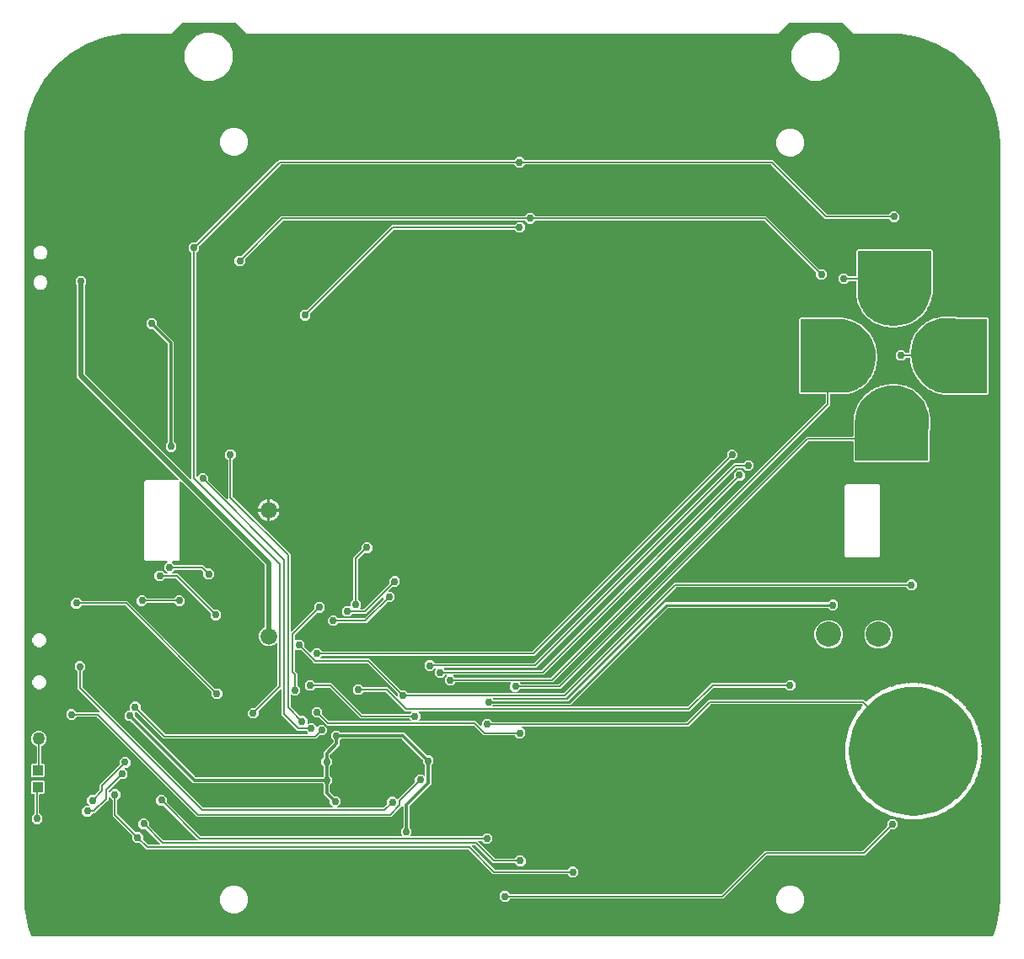
<source format=gbr>
G04 EAGLE Gerber RS-274X export*
G75*
%MOMM*%
%FSLAX34Y34*%
%LPD*%
%INBottom Copper*%
%IPPOS*%
%AMOC8*
5,1,8,0,0,1.08239X$1,22.5*%
G01*
%ADD10C,1.676400*%
%ADD11R,1.000000X1.100000*%
%ADD12C,2.540000*%
%ADD13C,1.270000*%
%ADD14C,0.756400*%
%ADD15C,0.152400*%
%ADD16C,0.304800*%
%ADD17C,0.508000*%
%ADD18C,0.254000*%

G36*
X990539Y90172D02*
X990539Y90172D01*
X990547Y90171D01*
X990660Y90192D01*
X990773Y90211D01*
X990781Y90214D01*
X990789Y90216D01*
X990890Y90272D01*
X990991Y90326D01*
X990996Y90332D01*
X991004Y90336D01*
X991081Y90421D01*
X991160Y90504D01*
X991164Y90512D01*
X991169Y90518D01*
X991244Y90668D01*
X994173Y98573D01*
X994179Y98604D01*
X994208Y98701D01*
X997612Y117388D01*
X997612Y117420D01*
X997623Y117487D01*
X998091Y126980D01*
X998090Y126995D01*
X998092Y127018D01*
X998092Y887730D01*
X998090Y887743D01*
X998092Y887763D01*
X997674Y897316D01*
X997668Y897347D01*
X997664Y897415D01*
X994346Y916229D01*
X994336Y916259D01*
X994312Y916357D01*
X987778Y934310D01*
X987762Y934337D01*
X987722Y934430D01*
X978169Y950975D01*
X978149Y950999D01*
X978093Y951084D01*
X965813Y965719D01*
X965789Y965739D01*
X965719Y965813D01*
X951084Y978093D01*
X951057Y978109D01*
X950975Y978169D01*
X934430Y987722D01*
X934401Y987733D01*
X934310Y987778D01*
X916357Y994312D01*
X916326Y994318D01*
X916229Y994346D01*
X897415Y997664D01*
X897383Y997664D01*
X897316Y997674D01*
X887763Y998092D01*
X887750Y998090D01*
X887730Y998092D01*
X850303Y998092D01*
X839731Y1008664D01*
X839657Y1008717D01*
X839588Y1008777D01*
X839557Y1008789D01*
X839531Y1008808D01*
X839444Y1008835D01*
X839359Y1008869D01*
X839318Y1008873D01*
X839296Y1008880D01*
X839264Y1008879D01*
X839193Y1008887D01*
X786407Y1008887D01*
X786317Y1008873D01*
X786226Y1008865D01*
X786197Y1008853D01*
X786165Y1008848D01*
X786084Y1008805D01*
X786000Y1008769D01*
X785968Y1008743D01*
X785947Y1008732D01*
X785925Y1008709D01*
X785869Y1008664D01*
X775297Y998092D01*
X240703Y998092D01*
X230131Y1008664D01*
X230057Y1008717D01*
X229988Y1008777D01*
X229957Y1008789D01*
X229931Y1008808D01*
X229844Y1008835D01*
X229759Y1008869D01*
X229718Y1008873D01*
X229696Y1008880D01*
X229664Y1008879D01*
X229593Y1008887D01*
X176807Y1008887D01*
X176717Y1008873D01*
X176626Y1008865D01*
X176597Y1008853D01*
X176565Y1008848D01*
X176484Y1008805D01*
X176400Y1008769D01*
X176368Y1008743D01*
X176347Y1008732D01*
X176325Y1008709D01*
X176269Y1008664D01*
X165697Y998092D01*
X127018Y998092D01*
X127004Y998090D01*
X126980Y998091D01*
X117487Y997623D01*
X117456Y997616D01*
X117388Y997612D01*
X98701Y994208D01*
X98672Y994197D01*
X98573Y994173D01*
X80762Y987575D01*
X80734Y987560D01*
X80642Y987519D01*
X64246Y977929D01*
X64222Y977909D01*
X64138Y977852D01*
X49656Y965561D01*
X49636Y965537D01*
X49563Y965466D01*
X37436Y950847D01*
X37422Y950823D01*
X37411Y950811D01*
X37406Y950800D01*
X37361Y950738D01*
X27957Y934235D01*
X27946Y934206D01*
X27901Y934114D01*
X21506Y916229D01*
X21500Y916198D01*
X21472Y916101D01*
X18280Y897377D01*
X18279Y897345D01*
X18269Y897278D01*
X17908Y887780D01*
X17910Y887769D01*
X17908Y887751D01*
X17908Y887738D01*
X17908Y887736D01*
X17908Y887734D01*
X17915Y886424D01*
X17914Y886422D01*
X17915Y886390D01*
X17908Y886321D01*
X17908Y129679D01*
X17915Y129632D01*
X17908Y128267D01*
X17908Y128265D01*
X17908Y128262D01*
X17908Y128249D01*
X17910Y128238D01*
X17908Y128220D01*
X18269Y118722D01*
X18276Y118691D01*
X18280Y118623D01*
X21472Y99899D01*
X21482Y99870D01*
X21506Y99771D01*
X24758Y90676D01*
X24764Y90665D01*
X24767Y90652D01*
X24824Y90557D01*
X24877Y90461D01*
X24887Y90452D01*
X24893Y90441D01*
X24977Y90369D01*
X25059Y90295D01*
X25070Y90289D01*
X25080Y90281D01*
X25183Y90240D01*
X25284Y90195D01*
X25296Y90194D01*
X25308Y90189D01*
X25475Y90171D01*
X990531Y90171D01*
X990539Y90172D01*
G37*
%LPC*%
G36*
X566711Y149481D02*
X566711Y149481D01*
X563914Y152278D01*
X563840Y152331D01*
X563771Y152390D01*
X563740Y152403D01*
X563714Y152421D01*
X563627Y152448D01*
X563542Y152482D01*
X563502Y152487D01*
X563479Y152494D01*
X563447Y152493D01*
X563376Y152501D01*
X488993Y152501D01*
X464147Y177348D01*
X464073Y177401D01*
X464003Y177460D01*
X463973Y177472D01*
X463947Y177491D01*
X463860Y177518D01*
X463775Y177552D01*
X463734Y177557D01*
X463712Y177564D01*
X463680Y177563D01*
X463608Y177571D01*
X140264Y177571D01*
X133982Y183853D01*
X133908Y183906D01*
X133839Y183965D01*
X133809Y183977D01*
X133782Y183996D01*
X133695Y184023D01*
X133611Y184057D01*
X133570Y184062D01*
X133547Y184069D01*
X133515Y184068D01*
X133444Y184076D01*
X129488Y184076D01*
X126380Y187184D01*
X126380Y191140D01*
X126365Y191230D01*
X126358Y191321D01*
X126345Y191351D01*
X126340Y191383D01*
X126297Y191463D01*
X126261Y191547D01*
X126236Y191579D01*
X126225Y191600D01*
X126201Y191622D01*
X126157Y191678D01*
X106550Y211285D01*
X106550Y226978D01*
X106535Y227068D01*
X106528Y227159D01*
X106515Y227189D01*
X106510Y227221D01*
X106467Y227301D01*
X106432Y227385D01*
X106406Y227418D01*
X106395Y227438D01*
X106372Y227460D01*
X106327Y227516D01*
X104055Y229788D01*
X104001Y229827D01*
X103953Y229874D01*
X103901Y229899D01*
X103855Y229932D01*
X103791Y229951D01*
X103731Y229980D01*
X103675Y229987D01*
X103620Y230004D01*
X103553Y230002D01*
X103487Y230010D01*
X103431Y229999D01*
X103374Y229998D01*
X103311Y229975D01*
X103246Y229961D01*
X103197Y229933D01*
X103143Y229913D01*
X103091Y229871D01*
X103033Y229838D01*
X102996Y229795D01*
X102951Y229759D01*
X102915Y229703D01*
X102871Y229653D01*
X102849Y229600D01*
X102818Y229553D01*
X102802Y229488D01*
X102776Y229426D01*
X102766Y229346D01*
X102758Y229314D01*
X102760Y229294D01*
X102756Y229259D01*
X102744Y228307D01*
X102744Y228304D01*
X102744Y228298D01*
X102744Y227353D01*
X102067Y226693D01*
X102064Y226690D01*
X102060Y226686D01*
X101266Y225892D01*
X101260Y225888D01*
X101237Y225875D01*
X101216Y225853D01*
X101166Y225814D01*
X89337Y214275D01*
X89335Y214272D01*
X89330Y214269D01*
X88663Y213601D01*
X87718Y213613D01*
X87715Y213613D01*
X87709Y213613D01*
X86712Y213613D01*
X86622Y213599D01*
X86531Y213591D01*
X86501Y213579D01*
X86469Y213574D01*
X86388Y213531D01*
X86304Y213495D01*
X86272Y213469D01*
X86252Y213458D01*
X86229Y213435D01*
X86173Y213390D01*
X83376Y210593D01*
X78980Y210593D01*
X75872Y213702D01*
X75872Y218098D01*
X78980Y221207D01*
X82429Y221207D01*
X82500Y221218D01*
X82572Y221220D01*
X82621Y221238D01*
X82672Y221246D01*
X82735Y221280D01*
X82803Y221305D01*
X82843Y221337D01*
X82890Y221362D01*
X82939Y221414D01*
X82995Y221458D01*
X83023Y221502D01*
X83059Y221540D01*
X83089Y221605D01*
X83128Y221665D01*
X83141Y221716D01*
X83163Y221763D01*
X83170Y221834D01*
X83188Y221904D01*
X83184Y221956D01*
X83190Y222007D01*
X83174Y222078D01*
X83169Y222149D01*
X83148Y222197D01*
X83137Y222248D01*
X83101Y222309D01*
X83072Y222375D01*
X83028Y222431D01*
X83011Y222459D01*
X82993Y222474D01*
X82968Y222506D01*
X80939Y224535D01*
X80939Y228931D01*
X84048Y232040D01*
X88003Y232040D01*
X88093Y232055D01*
X88184Y232062D01*
X88214Y232074D01*
X88246Y232080D01*
X88327Y232122D01*
X88411Y232158D01*
X88443Y232184D01*
X88463Y232195D01*
X88486Y232218D01*
X88541Y232263D01*
X93312Y237033D01*
X93365Y237107D01*
X93424Y237177D01*
X93437Y237207D01*
X93455Y237233D01*
X93482Y237320D01*
X93516Y237405D01*
X93521Y237446D01*
X93528Y237468D01*
X93527Y237500D01*
X93535Y237571D01*
X93535Y242307D01*
X113533Y262305D01*
X113586Y262379D01*
X113645Y262448D01*
X113658Y262479D01*
X113676Y262505D01*
X113703Y262592D01*
X113737Y262677D01*
X113742Y262718D01*
X113749Y262740D01*
X113748Y262772D01*
X113756Y262843D01*
X113756Y267311D01*
X116864Y270419D01*
X121261Y270419D01*
X124369Y267311D01*
X124369Y262914D01*
X121261Y259806D01*
X119158Y259806D01*
X119087Y259794D01*
X119015Y259792D01*
X118966Y259774D01*
X118915Y259766D01*
X118852Y259732D01*
X118784Y259708D01*
X118744Y259675D01*
X118698Y259651D01*
X118648Y259599D01*
X118592Y259554D01*
X118564Y259510D01*
X118528Y259473D01*
X118498Y259408D01*
X118459Y259347D01*
X118447Y259297D01*
X118425Y259250D01*
X118417Y259178D01*
X118399Y259109D01*
X118403Y259057D01*
X118397Y259005D01*
X118413Y258935D01*
X118418Y258864D01*
X118439Y258816D01*
X118450Y258765D01*
X118487Y258703D01*
X118515Y258637D01*
X118559Y258581D01*
X118576Y258554D01*
X118594Y258538D01*
X118619Y258506D01*
X121639Y255487D01*
X121639Y251091D01*
X118530Y247982D01*
X114575Y247982D01*
X114484Y247967D01*
X114394Y247960D01*
X114364Y247948D01*
X114332Y247942D01*
X114251Y247900D01*
X114167Y247864D01*
X114135Y247838D01*
X114114Y247827D01*
X114092Y247804D01*
X114036Y247759D01*
X102967Y236690D01*
X102914Y236616D01*
X102854Y236546D01*
X102842Y236516D01*
X102823Y236490D01*
X102796Y236403D01*
X102762Y236318D01*
X102758Y236277D01*
X102751Y236255D01*
X102752Y236223D01*
X102744Y236151D01*
X102744Y235762D01*
X102755Y235691D01*
X102757Y235619D01*
X102775Y235570D01*
X102783Y235519D01*
X102817Y235455D01*
X102842Y235388D01*
X102874Y235347D01*
X102899Y235301D01*
X102951Y235252D01*
X102995Y235196D01*
X103039Y235168D01*
X103077Y235132D01*
X103142Y235102D01*
X103202Y235063D01*
X103253Y235050D01*
X103300Y235028D01*
X103371Y235021D01*
X103441Y235003D01*
X103493Y235007D01*
X103544Y235001D01*
X103615Y235017D01*
X103686Y235022D01*
X103734Y235042D01*
X103785Y235054D01*
X103846Y235090D01*
X103912Y235118D01*
X103968Y235163D01*
X103996Y235180D01*
X104011Y235198D01*
X104043Y235223D01*
X106638Y237818D01*
X111035Y237818D01*
X114143Y234710D01*
X114143Y230313D01*
X111346Y227516D01*
X111293Y227442D01*
X111234Y227373D01*
X111221Y227343D01*
X111203Y227317D01*
X111176Y227230D01*
X111142Y227145D01*
X111137Y227104D01*
X111130Y227082D01*
X111131Y227049D01*
X111123Y226978D01*
X111123Y213495D01*
X111127Y213469D01*
X111126Y213454D01*
X111139Y213394D01*
X111145Y213314D01*
X111158Y213284D01*
X111163Y213252D01*
X111174Y213231D01*
X111178Y213213D01*
X111212Y213157D01*
X111241Y213087D01*
X111267Y213055D01*
X111278Y213035D01*
X111294Y213020D01*
X111304Y213002D01*
X111321Y212988D01*
X111346Y212957D01*
X129391Y194912D01*
X129464Y194859D01*
X129534Y194800D01*
X129564Y194787D01*
X129590Y194769D01*
X129677Y194742D01*
X129762Y194708D01*
X129803Y194703D01*
X129825Y194696D01*
X129858Y194697D01*
X129929Y194689D01*
X133884Y194689D01*
X136993Y191581D01*
X136993Y187625D01*
X137008Y187535D01*
X137015Y187444D01*
X137028Y187414D01*
X137033Y187382D01*
X137076Y187301D01*
X137111Y187218D01*
X137137Y187185D01*
X137148Y187165D01*
X137171Y187143D01*
X137178Y187134D01*
X137187Y187120D01*
X137196Y187112D01*
X137216Y187087D01*
X141936Y182367D01*
X142009Y182314D01*
X142079Y182255D01*
X142109Y182242D01*
X142135Y182224D01*
X142222Y182197D01*
X142307Y182163D01*
X142348Y182158D01*
X142370Y182151D01*
X142403Y182152D01*
X142474Y182144D01*
X153760Y182144D01*
X153831Y182156D01*
X153902Y182158D01*
X153951Y182175D01*
X154003Y182184D01*
X154066Y182217D01*
X154133Y182242D01*
X154174Y182275D01*
X154220Y182299D01*
X154269Y182351D01*
X154325Y182396D01*
X154354Y182440D01*
X154389Y182477D01*
X154420Y182542D01*
X154458Y182603D01*
X154471Y182653D01*
X154493Y182700D01*
X154501Y182772D01*
X154518Y182841D01*
X154514Y182893D01*
X154520Y182945D01*
X154505Y183015D01*
X154499Y183086D01*
X154479Y183134D01*
X154468Y183185D01*
X154431Y183247D01*
X154403Y183313D01*
X154358Y183369D01*
X154342Y183396D01*
X154324Y183412D01*
X154298Y183444D01*
X140072Y197670D01*
X139998Y197723D01*
X139928Y197783D01*
X139898Y197795D01*
X139872Y197814D01*
X139785Y197841D01*
X139700Y197875D01*
X139659Y197879D01*
X139637Y197886D01*
X139605Y197885D01*
X139533Y197893D01*
X135578Y197893D01*
X132469Y201002D01*
X132469Y205398D01*
X135578Y208507D01*
X139974Y208507D01*
X143082Y205398D01*
X143082Y201443D01*
X143097Y201352D01*
X143104Y201262D01*
X143117Y201232D01*
X143122Y201200D01*
X143165Y201119D01*
X143201Y201035D01*
X143226Y201003D01*
X143237Y200982D01*
X143261Y200960D01*
X143305Y200904D01*
X157776Y186434D01*
X157850Y186381D01*
X157919Y186321D01*
X157950Y186309D01*
X157976Y186290D01*
X158063Y186263D01*
X158148Y186229D01*
X158188Y186225D01*
X158211Y186218D01*
X158243Y186219D01*
X158314Y186211D01*
X191305Y186211D01*
X191376Y186222D01*
X191448Y186224D01*
X191496Y186242D01*
X191548Y186250D01*
X191611Y186284D01*
X191679Y186309D01*
X191719Y186341D01*
X191765Y186366D01*
X191815Y186418D01*
X191871Y186462D01*
X191899Y186506D01*
X191935Y186544D01*
X191965Y186609D01*
X192004Y186669D01*
X192016Y186720D01*
X192038Y186767D01*
X192046Y186838D01*
X192064Y186908D01*
X192060Y186960D01*
X192065Y187011D01*
X192050Y187082D01*
X192044Y187153D01*
X192024Y187201D01*
X192013Y187252D01*
X191976Y187313D01*
X191948Y187379D01*
X191903Y187435D01*
X191887Y187463D01*
X191869Y187478D01*
X191843Y187510D01*
X191673Y187680D01*
X157871Y221483D01*
X157797Y221536D01*
X157727Y221595D01*
X157697Y221608D01*
X157671Y221626D01*
X157584Y221653D01*
X157499Y221687D01*
X157458Y221692D01*
X157436Y221699D01*
X157404Y221698D01*
X157332Y221706D01*
X153377Y221706D01*
X150268Y224814D01*
X150268Y229211D01*
X153377Y232319D01*
X157773Y232319D01*
X160882Y229211D01*
X160882Y225255D01*
X160896Y225165D01*
X160904Y225074D01*
X160916Y225044D01*
X160921Y225012D01*
X160964Y224932D01*
X161000Y224848D01*
X161026Y224816D01*
X161037Y224795D01*
X161060Y224773D01*
X161105Y224717D01*
X194907Y190914D01*
X194981Y190861D01*
X195051Y190802D01*
X195081Y190789D01*
X195107Y190771D01*
X195194Y190744D01*
X195279Y190710D01*
X195320Y190705D01*
X195342Y190698D01*
X195374Y190699D01*
X195446Y190691D01*
X396866Y190691D01*
X396937Y190703D01*
X397009Y190705D01*
X397058Y190723D01*
X397109Y190731D01*
X397172Y190765D01*
X397240Y190789D01*
X397280Y190822D01*
X397326Y190846D01*
X397376Y190898D01*
X397432Y190943D01*
X397460Y190987D01*
X397496Y191024D01*
X397526Y191089D01*
X397565Y191150D01*
X397577Y191200D01*
X397599Y191247D01*
X397607Y191319D01*
X397625Y191388D01*
X397621Y191440D01*
X397626Y191492D01*
X397611Y191562D01*
X397606Y191633D01*
X397585Y191681D01*
X397574Y191732D01*
X397537Y191794D01*
X397509Y191860D01*
X397464Y191916D01*
X397448Y191943D01*
X397430Y191959D01*
X397404Y191991D01*
X396331Y193064D01*
X396331Y197461D01*
X398366Y199496D01*
X398419Y199570D01*
X398478Y199639D01*
X398491Y199669D01*
X398509Y199695D01*
X398536Y199782D01*
X398570Y199867D01*
X398575Y199908D01*
X398582Y199930D01*
X398581Y199963D01*
X398589Y200034D01*
X398589Y220540D01*
X398577Y220610D01*
X398575Y220682D01*
X398557Y220731D01*
X398549Y220782D01*
X398515Y220846D01*
X398491Y220913D01*
X398458Y220954D01*
X398434Y221000D01*
X398382Y221049D01*
X398337Y221105D01*
X398293Y221133D01*
X398256Y221169D01*
X398191Y221199D01*
X398130Y221238D01*
X398080Y221251D01*
X398033Y221273D01*
X397961Y221281D01*
X397892Y221298D01*
X397840Y221294D01*
X397788Y221300D01*
X397718Y221285D01*
X397647Y221279D01*
X397599Y221259D01*
X397548Y221248D01*
X397486Y221211D01*
X397420Y221183D01*
X397364Y221138D01*
X397337Y221122D01*
X397321Y221104D01*
X397289Y221078D01*
X395690Y219478D01*
X386243Y210032D01*
X191534Y210032D01*
X90982Y310583D01*
X90908Y310637D01*
X90839Y310696D01*
X90809Y310708D01*
X90783Y310727D01*
X90696Y310754D01*
X90611Y310788D01*
X90570Y310792D01*
X90548Y310799D01*
X90515Y310798D01*
X90444Y310806D01*
X70799Y310806D01*
X70709Y310792D01*
X70618Y310785D01*
X70588Y310772D01*
X70556Y310767D01*
X70475Y310724D01*
X70391Y310688D01*
X70359Y310663D01*
X70339Y310652D01*
X70316Y310628D01*
X70260Y310583D01*
X67463Y307786D01*
X63067Y307786D01*
X59959Y310895D01*
X59959Y315291D01*
X63067Y318400D01*
X67463Y318400D01*
X70260Y315603D01*
X70334Y315550D01*
X70404Y315490D01*
X70434Y315478D01*
X70460Y315459D01*
X70547Y315433D01*
X70632Y315398D01*
X70673Y315394D01*
X70695Y315387D01*
X70727Y315388D01*
X70799Y315380D01*
X92959Y315380D01*
X93030Y315391D01*
X93101Y315393D01*
X93150Y315411D01*
X93202Y315420D01*
X93265Y315453D01*
X93332Y315478D01*
X93373Y315510D01*
X93419Y315535D01*
X93468Y315587D01*
X93524Y315631D01*
X93552Y315675D01*
X93588Y315713D01*
X93619Y315778D01*
X93657Y315838D01*
X93670Y315889D01*
X93692Y315936D01*
X93700Y316007D01*
X93717Y316077D01*
X93713Y316129D01*
X93719Y316181D01*
X93704Y316251D01*
X93698Y316322D01*
X93678Y316370D01*
X93667Y316421D01*
X93630Y316483D01*
X93602Y316548D01*
X93557Y316604D01*
X93541Y316632D01*
X93523Y316647D01*
X93497Y316679D01*
X71399Y338778D01*
X71399Y355782D01*
X71384Y355872D01*
X71377Y355963D01*
X71364Y355992D01*
X71359Y356024D01*
X71316Y356105D01*
X71281Y356189D01*
X71255Y356221D01*
X71244Y356242D01*
X71220Y356264D01*
X71176Y356320D01*
X68379Y359117D01*
X68379Y363513D01*
X71487Y366622D01*
X75884Y366622D01*
X78992Y363513D01*
X78992Y359117D01*
X76195Y356320D01*
X76142Y356246D01*
X76083Y356176D01*
X76070Y356146D01*
X76052Y356120D01*
X76025Y356033D01*
X75991Y355948D01*
X75986Y355907D01*
X75979Y355885D01*
X75980Y355853D01*
X75972Y355782D01*
X75972Y340988D01*
X75987Y340897D01*
X75994Y340807D01*
X76007Y340777D01*
X76012Y340745D01*
X76055Y340664D01*
X76090Y340580D01*
X76116Y340548D01*
X76127Y340527D01*
X76150Y340505D01*
X76195Y340449D01*
X197181Y219464D01*
X197254Y219411D01*
X197324Y219351D01*
X197354Y219339D01*
X197380Y219320D01*
X197467Y219293D01*
X197552Y219259D01*
X197593Y219255D01*
X197615Y219248D01*
X197648Y219249D01*
X197719Y219241D01*
X327042Y219241D01*
X327112Y219252D01*
X327184Y219254D01*
X327233Y219272D01*
X327284Y219281D01*
X327348Y219314D01*
X327415Y219339D01*
X327456Y219371D01*
X327502Y219396D01*
X327551Y219448D01*
X327607Y219492D01*
X327635Y219536D01*
X327671Y219574D01*
X327701Y219639D01*
X327740Y219699D01*
X327753Y219750D01*
X327775Y219797D01*
X327783Y219868D01*
X327800Y219938D01*
X327796Y219990D01*
X327802Y220042D01*
X327786Y220112D01*
X327781Y220183D01*
X327761Y220231D01*
X327749Y220282D01*
X327713Y220344D01*
X327685Y220409D01*
X327640Y220465D01*
X327623Y220493D01*
X327606Y220508D01*
X327580Y220540D01*
X324679Y223441D01*
X324679Y226319D01*
X324664Y226409D01*
X324657Y226500D01*
X324644Y226530D01*
X324639Y226562D01*
X324596Y226643D01*
X324561Y226727D01*
X324535Y226759D01*
X324524Y226779D01*
X324501Y226802D01*
X324456Y226858D01*
X318585Y232729D01*
X318585Y242332D01*
X318570Y242423D01*
X318563Y242513D01*
X318550Y242543D01*
X318545Y242575D01*
X318502Y242656D01*
X318467Y242740D01*
X318441Y242772D01*
X318430Y242793D01*
X318407Y242815D01*
X318362Y242871D01*
X317400Y243832D01*
X317326Y243885D01*
X317257Y243945D01*
X317227Y243957D01*
X317201Y243976D01*
X317114Y244003D01*
X317029Y244037D01*
X316988Y244041D01*
X316966Y244048D01*
X316933Y244047D01*
X316862Y244055D01*
X187316Y244055D01*
X125043Y306328D01*
X124969Y306381D01*
X124900Y306440D01*
X124870Y306453D01*
X124843Y306471D01*
X124756Y306498D01*
X124672Y306532D01*
X124631Y306537D01*
X124608Y306544D01*
X124576Y306543D01*
X124505Y306551D01*
X121627Y306551D01*
X118518Y309659D01*
X118518Y314056D01*
X121627Y317164D01*
X123314Y317164D01*
X123385Y317176D01*
X123457Y317178D01*
X123506Y317196D01*
X123557Y317204D01*
X123620Y317237D01*
X123688Y317262D01*
X123729Y317295D01*
X123775Y317319D01*
X123824Y317371D01*
X123880Y317416D01*
X123908Y317460D01*
X123944Y317497D01*
X123974Y317563D01*
X124013Y317623D01*
X124026Y317673D01*
X124048Y317720D01*
X124055Y317792D01*
X124073Y317861D01*
X124069Y317913D01*
X124075Y317965D01*
X124059Y318035D01*
X124054Y318107D01*
X124033Y318154D01*
X124022Y318205D01*
X123986Y318267D01*
X123958Y318333D01*
X123913Y318389D01*
X123896Y318416D01*
X123878Y318432D01*
X123853Y318464D01*
X123840Y318477D01*
X123840Y322873D01*
X126948Y325982D01*
X131344Y325982D01*
X134453Y322873D01*
X134453Y318787D01*
X134468Y318697D01*
X134475Y318606D01*
X134488Y318576D01*
X134493Y318544D01*
X134536Y318463D01*
X134571Y318380D01*
X134597Y318347D01*
X134608Y318327D01*
X134631Y318305D01*
X134676Y318249D01*
X159303Y293622D01*
X159377Y293569D01*
X159446Y293509D01*
X159476Y293497D01*
X159503Y293478D01*
X159590Y293451D01*
X159674Y293417D01*
X159715Y293413D01*
X159738Y293406D01*
X159770Y293407D01*
X159841Y293399D01*
X302185Y293399D01*
X302256Y293410D01*
X302327Y293412D01*
X302376Y293430D01*
X302428Y293438D01*
X302491Y293472D01*
X302558Y293497D01*
X302599Y293529D01*
X302645Y293554D01*
X302694Y293606D01*
X302750Y293650D01*
X302779Y293694D01*
X302815Y293732D01*
X302845Y293797D01*
X302883Y293857D01*
X302896Y293908D01*
X302918Y293955D01*
X302926Y294026D01*
X302944Y294096D01*
X302939Y294148D01*
X302945Y294199D01*
X302930Y294270D01*
X302924Y294341D01*
X302904Y294389D01*
X302893Y294440D01*
X302856Y294501D01*
X302828Y294567D01*
X302783Y294623D01*
X302767Y294651D01*
X302749Y294666D01*
X302742Y294675D01*
X302741Y294677D01*
X302740Y294678D01*
X302723Y294698D01*
X301164Y296258D01*
X301090Y296311D01*
X301020Y296370D01*
X300990Y296382D01*
X300964Y296401D01*
X300877Y296428D01*
X300792Y296462D01*
X300751Y296467D01*
X300729Y296474D01*
X300697Y296473D01*
X300625Y296481D01*
X292512Y296481D01*
X276605Y312387D01*
X276605Y338209D01*
X276594Y338279D01*
X276592Y338351D01*
X276574Y338400D01*
X276566Y338451D01*
X276532Y338515D01*
X276507Y338582D01*
X276475Y338623D01*
X276450Y338669D01*
X276398Y338718D01*
X276354Y338774D01*
X276310Y338802D01*
X276272Y338838D01*
X276207Y338868D01*
X276147Y338907D01*
X276096Y338920D01*
X276049Y338942D01*
X275978Y338950D01*
X275908Y338967D01*
X275856Y338963D01*
X275805Y338969D01*
X275734Y338954D01*
X275663Y338948D01*
X275615Y338928D01*
X275564Y338917D01*
X275503Y338880D01*
X275437Y338852D01*
X275381Y338807D01*
X275353Y338790D01*
X275338Y338773D01*
X275306Y338747D01*
X253180Y316621D01*
X253127Y316547D01*
X253067Y316477D01*
X253055Y316447D01*
X253036Y316421D01*
X253009Y316334D01*
X252975Y316249D01*
X252971Y316208D01*
X252964Y316186D01*
X252965Y316154D01*
X252957Y316082D01*
X252957Y312127D01*
X249848Y309018D01*
X245452Y309018D01*
X242343Y312127D01*
X242343Y316523D01*
X245452Y319632D01*
X249407Y319632D01*
X249498Y319646D01*
X249588Y319654D01*
X249618Y319666D01*
X249650Y319671D01*
X249731Y319714D01*
X249815Y319750D01*
X249847Y319776D01*
X249868Y319787D01*
X249890Y319810D01*
X249946Y319855D01*
X272128Y342037D01*
X272181Y342111D01*
X272240Y342180D01*
X272253Y342210D01*
X272271Y342236D01*
X272298Y342323D01*
X272332Y342408D01*
X272337Y342449D01*
X272344Y342472D01*
X272343Y342504D01*
X272351Y342575D01*
X272351Y385003D01*
X272339Y385073D01*
X272337Y385145D01*
X272319Y385194D01*
X272311Y385245D01*
X272277Y385309D01*
X272253Y385376D01*
X272220Y385417D01*
X272196Y385463D01*
X272144Y385512D01*
X272099Y385568D01*
X272055Y385596D01*
X272018Y385632D01*
X271953Y385662D01*
X271892Y385701D01*
X271842Y385714D01*
X271795Y385736D01*
X271723Y385744D01*
X271654Y385761D01*
X271602Y385757D01*
X271550Y385763D01*
X271480Y385748D01*
X271409Y385742D01*
X271361Y385722D01*
X271310Y385711D01*
X271248Y385674D01*
X271182Y385646D01*
X271126Y385601D01*
X271099Y385585D01*
X271083Y385567D01*
X271051Y385541D01*
X268812Y383301D01*
X265171Y381793D01*
X261229Y381793D01*
X257588Y383301D01*
X254801Y386088D01*
X253293Y389729D01*
X253293Y393671D01*
X254801Y397312D01*
X257588Y400099D01*
X258665Y400545D01*
X258764Y400606D01*
X258865Y400666D01*
X258869Y400671D01*
X258874Y400674D01*
X258949Y400764D01*
X259025Y400853D01*
X259027Y400859D01*
X259031Y400864D01*
X259073Y400972D01*
X259117Y401081D01*
X259118Y401089D01*
X259119Y401093D01*
X259120Y401112D01*
X259135Y401248D01*
X259135Y463464D01*
X259121Y463554D01*
X259113Y463645D01*
X259101Y463674D01*
X259096Y463706D01*
X259053Y463787D01*
X259017Y463871D01*
X258991Y463903D01*
X258980Y463924D01*
X258957Y463946D01*
X258912Y464002D01*
X175340Y547574D01*
X175282Y547616D01*
X175230Y547665D01*
X175183Y547687D01*
X175141Y547717D01*
X175072Y547738D01*
X175007Y547769D01*
X174955Y547774D01*
X174905Y547790D01*
X174834Y547788D01*
X174763Y547796D01*
X174712Y547785D01*
X174660Y547783D01*
X174592Y547759D01*
X174522Y547744D01*
X174478Y547717D01*
X174429Y547699D01*
X174373Y547654D01*
X174311Y547617D01*
X174277Y547578D01*
X174237Y547545D01*
X174198Y547485D01*
X174151Y547430D01*
X174132Y547382D01*
X174104Y547338D01*
X174086Y547269D01*
X174059Y547202D01*
X174051Y547131D01*
X174043Y547100D01*
X174045Y547077D01*
X174041Y547036D01*
X174041Y468827D01*
X172523Y467309D01*
X166813Y467309D01*
X166743Y467298D01*
X166671Y467296D01*
X166622Y467278D01*
X166571Y467270D01*
X166507Y467236D01*
X166440Y467211D01*
X166399Y467179D01*
X166353Y467154D01*
X166304Y467102D01*
X166248Y467058D01*
X166220Y467014D01*
X166184Y466976D01*
X166154Y466911D01*
X166115Y466851D01*
X166102Y466800D01*
X166080Y466753D01*
X166072Y466682D01*
X166055Y466612D01*
X166059Y466560D01*
X166053Y466509D01*
X166068Y466438D01*
X166074Y466367D01*
X166094Y466319D01*
X166105Y466268D01*
X166142Y466207D01*
X166170Y466141D01*
X166215Y466085D01*
X166232Y466057D01*
X166249Y466042D01*
X166275Y466010D01*
X168795Y463490D01*
X168869Y463437D01*
X168939Y463377D01*
X168969Y463365D01*
X168995Y463346D01*
X169082Y463319D01*
X169167Y463285D01*
X169208Y463281D01*
X169230Y463274D01*
X169262Y463275D01*
X169333Y463267D01*
X197507Y463267D01*
X200801Y459973D01*
X200875Y459919D01*
X200945Y459860D01*
X200975Y459848D01*
X201001Y459829D01*
X201088Y459802D01*
X201173Y459768D01*
X201214Y459764D01*
X201236Y459757D01*
X201268Y459757D01*
X201340Y459750D01*
X205295Y459750D01*
X208404Y456641D01*
X208404Y452245D01*
X205295Y449136D01*
X200899Y449136D01*
X197790Y452245D01*
X197790Y456200D01*
X197776Y456290D01*
X197769Y456381D01*
X197756Y456411D01*
X197751Y456443D01*
X197708Y456524D01*
X197672Y456608D01*
X197647Y456640D01*
X197636Y456660D01*
X197612Y456683D01*
X197567Y456739D01*
X195836Y458470D01*
X195762Y458523D01*
X195692Y458583D01*
X195662Y458595D01*
X195636Y458614D01*
X195549Y458641D01*
X195464Y458675D01*
X195423Y458679D01*
X195401Y458686D01*
X195369Y458685D01*
X195297Y458693D01*
X169333Y458693D01*
X169243Y458679D01*
X169152Y458671D01*
X169123Y458659D01*
X169091Y458654D01*
X169010Y458611D01*
X168926Y458575D01*
X168894Y458549D01*
X168873Y458538D01*
X168851Y458515D01*
X168795Y458470D01*
X166349Y456024D01*
X166307Y455966D01*
X166257Y455914D01*
X166235Y455866D01*
X166205Y455824D01*
X166184Y455756D01*
X166154Y455690D01*
X166148Y455639D01*
X166133Y455589D01*
X166135Y455517D01*
X166127Y455446D01*
X166138Y455395D01*
X166139Y455343D01*
X166164Y455276D01*
X166179Y455206D01*
X166206Y455161D01*
X166224Y455112D01*
X166268Y455056D01*
X166305Y454995D01*
X166345Y454961D01*
X166377Y454920D01*
X166438Y454881D01*
X166492Y454835D01*
X166540Y454815D01*
X166584Y454787D01*
X166654Y454770D01*
X166720Y454743D01*
X166792Y454735D01*
X166823Y454727D01*
X166846Y454729D01*
X166887Y454724D01*
X171800Y454724D01*
X207838Y418686D01*
X207912Y418633D01*
X207982Y418574D01*
X208012Y418561D01*
X208038Y418543D01*
X208125Y418516D01*
X208210Y418482D01*
X208251Y418477D01*
X208273Y418470D01*
X208305Y418471D01*
X208377Y418463D01*
X212332Y418463D01*
X215441Y415355D01*
X215441Y410958D01*
X212332Y407850D01*
X207936Y407850D01*
X204827Y410958D01*
X204827Y414914D01*
X204813Y415004D01*
X204806Y415095D01*
X204793Y415125D01*
X204788Y415157D01*
X204745Y415237D01*
X204709Y415321D01*
X204684Y415353D01*
X204673Y415374D01*
X204649Y415396D01*
X204604Y415452D01*
X170129Y449928D01*
X170055Y449981D01*
X169985Y450040D01*
X169955Y450053D01*
X169929Y450071D01*
X169842Y450098D01*
X169757Y450132D01*
X169716Y450137D01*
X169694Y450144D01*
X169662Y450143D01*
X169591Y450151D01*
X159521Y450151D01*
X159431Y450136D01*
X159340Y450129D01*
X159310Y450116D01*
X159278Y450111D01*
X159198Y450068D01*
X159114Y450033D01*
X159082Y450007D01*
X159061Y449996D01*
X159039Y449973D01*
X158983Y449928D01*
X156186Y447131D01*
X151789Y447131D01*
X148681Y450239D01*
X148681Y454636D01*
X151789Y457744D01*
X156186Y457744D01*
X158983Y454947D01*
X159057Y454894D01*
X159126Y454835D01*
X159156Y454822D01*
X159182Y454804D01*
X159269Y454777D01*
X159354Y454743D01*
X159395Y454738D01*
X159417Y454731D01*
X159450Y454732D01*
X159521Y454724D01*
X160713Y454724D01*
X160784Y454736D01*
X160856Y454738D01*
X160905Y454756D01*
X160956Y454764D01*
X161019Y454798D01*
X161087Y454822D01*
X161127Y454855D01*
X161173Y454879D01*
X161223Y454931D01*
X161279Y454976D01*
X161307Y455020D01*
X161343Y455057D01*
X161373Y455122D01*
X161412Y455183D01*
X161424Y455233D01*
X161446Y455280D01*
X161454Y455352D01*
X161472Y455421D01*
X161468Y455473D01*
X161473Y455525D01*
X161458Y455595D01*
X161453Y455666D01*
X161432Y455714D01*
X161421Y455765D01*
X161384Y455827D01*
X161356Y455893D01*
X161311Y455949D01*
X161295Y455976D01*
X161277Y455992D01*
X161251Y456024D01*
X158493Y458782D01*
X158493Y463178D01*
X161325Y466010D01*
X161367Y466068D01*
X161416Y466120D01*
X161438Y466167D01*
X161468Y466209D01*
X161490Y466278D01*
X161520Y466343D01*
X161525Y466395D01*
X161541Y466445D01*
X161539Y466516D01*
X161547Y466587D01*
X161536Y466638D01*
X161534Y466690D01*
X161510Y466758D01*
X161495Y466828D01*
X161468Y466873D01*
X161450Y466921D01*
X161405Y466977D01*
X161368Y467039D01*
X161329Y467073D01*
X161296Y467113D01*
X161236Y467152D01*
X161181Y467199D01*
X161133Y467218D01*
X161089Y467246D01*
X161020Y467264D01*
X160953Y467291D01*
X160882Y467299D01*
X160851Y467307D01*
X160828Y467305D01*
X160787Y467309D01*
X139897Y467309D01*
X138379Y468827D01*
X138379Y547173D01*
X139897Y548691D01*
X172386Y548691D01*
X172456Y548702D01*
X172528Y548704D01*
X172577Y548722D01*
X172628Y548730D01*
X172692Y548764D01*
X172759Y548789D01*
X172800Y548821D01*
X172846Y548846D01*
X172895Y548898D01*
X172951Y548942D01*
X172979Y548986D01*
X173015Y549024D01*
X173045Y549089D01*
X173084Y549149D01*
X173097Y549200D01*
X173119Y549247D01*
X173127Y549318D01*
X173144Y549388D01*
X173140Y549440D01*
X173146Y549491D01*
X173131Y549562D01*
X173125Y549633D01*
X173105Y549681D01*
X173094Y549732D01*
X173057Y549793D01*
X173029Y549859D01*
X172984Y549915D01*
X172967Y549943D01*
X172950Y549958D01*
X172924Y549990D01*
X70662Y652252D01*
X70662Y744656D01*
X70647Y744746D01*
X70640Y744837D01*
X70628Y744866D01*
X70622Y744898D01*
X70580Y744979D01*
X70544Y745063D01*
X70518Y745095D01*
X70507Y745116D01*
X70484Y745138D01*
X70439Y745194D01*
X69420Y746213D01*
X69420Y750609D01*
X72529Y753718D01*
X76925Y753718D01*
X80034Y750609D01*
X80034Y746213D01*
X79015Y745194D01*
X78961Y745120D01*
X78902Y745050D01*
X78890Y745020D01*
X78871Y744994D01*
X78844Y744907D01*
X78810Y744822D01*
X78805Y744781D01*
X78799Y744759D01*
X78799Y744727D01*
X78792Y744656D01*
X78792Y655935D01*
X78806Y655845D01*
X78813Y655754D01*
X78826Y655724D01*
X78831Y655692D01*
X78874Y655611D01*
X78910Y655527D01*
X78935Y655495D01*
X78946Y655475D01*
X78970Y655452D01*
X79015Y655396D01*
X184666Y549745D01*
X184724Y549703D01*
X184776Y549654D01*
X184823Y549632D01*
X184866Y549602D01*
X184934Y549580D01*
X184999Y549550D01*
X185051Y549544D01*
X185101Y549529D01*
X185172Y549531D01*
X185244Y549523D01*
X185294Y549534D01*
X185347Y549536D01*
X185414Y549560D01*
X185484Y549575D01*
X185529Y549602D01*
X185578Y549620D01*
X185634Y549665D01*
X185695Y549702D01*
X185729Y549741D01*
X185770Y549774D01*
X185808Y549834D01*
X185855Y549888D01*
X185874Y549937D01*
X185903Y549981D01*
X185920Y550050D01*
X185947Y550117D01*
X185955Y550188D01*
X185963Y550219D01*
X185961Y550242D01*
X185965Y550283D01*
X185965Y777104D01*
X185951Y777194D01*
X185944Y777285D01*
X185931Y777315D01*
X185926Y777347D01*
X185883Y777427D01*
X185847Y777511D01*
X185822Y777543D01*
X185811Y777564D01*
X185787Y777586D01*
X185742Y777642D01*
X182945Y780439D01*
X182945Y784836D01*
X186054Y787944D01*
X190314Y787944D01*
X190404Y787959D01*
X190495Y787966D01*
X190525Y787979D01*
X190557Y787984D01*
X190638Y788027D01*
X190722Y788062D01*
X190754Y788088D01*
X190775Y788099D01*
X190797Y788122D01*
X190853Y788167D01*
X271760Y869074D01*
X273322Y870637D01*
X509680Y870637D01*
X509770Y870651D01*
X509861Y870658D01*
X509891Y870671D01*
X509923Y870676D01*
X510004Y870719D01*
X510087Y870755D01*
X510120Y870780D01*
X510140Y870791D01*
X510162Y870815D01*
X510218Y870860D01*
X513015Y873657D01*
X517412Y873657D01*
X520209Y870860D01*
X520283Y870806D01*
X520352Y870747D01*
X520382Y870735D01*
X520409Y870716D01*
X520495Y870689D01*
X520580Y870655D01*
X520621Y870650D01*
X520644Y870644D01*
X520676Y870644D01*
X520747Y870637D01*
X769754Y870637D01*
X824230Y816161D01*
X824304Y816107D01*
X824374Y816048D01*
X824404Y816036D01*
X824430Y816017D01*
X824517Y815990D01*
X824602Y815956D01*
X824643Y815952D01*
X824665Y815945D01*
X824697Y815946D01*
X824769Y815938D01*
X885791Y815938D01*
X885881Y815952D01*
X885972Y815959D01*
X886001Y815972D01*
X886033Y815977D01*
X886114Y816020D01*
X886198Y816056D01*
X886230Y816081D01*
X886251Y816092D01*
X886273Y816116D01*
X886329Y816161D01*
X889126Y818958D01*
X893522Y818958D01*
X896631Y815849D01*
X896631Y811453D01*
X893522Y808344D01*
X889126Y808344D01*
X886329Y811141D01*
X886255Y811194D01*
X886186Y811254D01*
X886155Y811266D01*
X886129Y811285D01*
X886042Y811312D01*
X885957Y811346D01*
X885916Y811350D01*
X885894Y811357D01*
X885862Y811356D01*
X885791Y811364D01*
X822559Y811364D01*
X820997Y812927D01*
X820996Y812927D01*
X768083Y865840D01*
X768009Y865893D01*
X767940Y865953D01*
X767909Y865965D01*
X767883Y865984D01*
X767796Y866010D01*
X767711Y866045D01*
X767670Y866049D01*
X767648Y866056D01*
X767616Y866055D01*
X767545Y866063D01*
X520747Y866063D01*
X520657Y866048D01*
X520566Y866041D01*
X520536Y866029D01*
X520504Y866023D01*
X520424Y865981D01*
X520340Y865945D01*
X520308Y865919D01*
X520287Y865908D01*
X520265Y865885D01*
X520209Y865840D01*
X517412Y863043D01*
X513015Y863043D01*
X510218Y865840D01*
X510144Y865893D01*
X510075Y865953D01*
X510045Y865965D01*
X510019Y865984D01*
X509932Y866010D01*
X509847Y866045D01*
X509806Y866049D01*
X509784Y866056D01*
X509751Y866055D01*
X509680Y866063D01*
X275532Y866063D01*
X275442Y866048D01*
X275351Y866041D01*
X275321Y866029D01*
X275289Y866023D01*
X275208Y865981D01*
X275124Y865945D01*
X275092Y865919D01*
X275072Y865908D01*
X275049Y865885D01*
X274993Y865840D01*
X193782Y784628D01*
X193729Y784555D01*
X193669Y784485D01*
X193657Y784455D01*
X193638Y784429D01*
X193611Y784342D01*
X193577Y784257D01*
X193573Y784216D01*
X193566Y784194D01*
X193567Y784161D01*
X193559Y784090D01*
X193559Y780439D01*
X190762Y777642D01*
X190709Y777568D01*
X190649Y777499D01*
X190637Y777469D01*
X190618Y777443D01*
X190591Y777356D01*
X190557Y777271D01*
X190553Y777230D01*
X190546Y777208D01*
X190547Y777175D01*
X190539Y777104D01*
X190539Y553094D01*
X190550Y553023D01*
X190552Y552951D01*
X190570Y552902D01*
X190579Y552851D01*
X190612Y552788D01*
X190637Y552720D01*
X190669Y552680D01*
X190694Y552634D01*
X190746Y552584D01*
X190790Y552528D01*
X190834Y552500D01*
X190872Y552464D01*
X190937Y552434D01*
X190997Y552395D01*
X191048Y552383D01*
X191095Y552361D01*
X191166Y552353D01*
X191236Y552335D01*
X191288Y552339D01*
X191340Y552334D01*
X191410Y552349D01*
X191481Y552354D01*
X191529Y552375D01*
X191580Y552386D01*
X191642Y552423D01*
X191707Y552451D01*
X191763Y552496D01*
X191791Y552512D01*
X191806Y552530D01*
X191838Y552556D01*
X195103Y555821D01*
X199500Y555821D01*
X202608Y552712D01*
X202608Y548756D01*
X202623Y548666D01*
X202630Y548575D01*
X202643Y548546D01*
X202648Y548514D01*
X202691Y548433D01*
X202726Y548349D01*
X202752Y548317D01*
X202763Y548296D01*
X202786Y548274D01*
X202831Y548218D01*
X221229Y529820D01*
X221287Y529778D01*
X221339Y529729D01*
X221387Y529707D01*
X221429Y529676D01*
X221497Y529655D01*
X221562Y529625D01*
X221614Y529619D01*
X221664Y529604D01*
X221736Y529606D01*
X221807Y529598D01*
X221858Y529609D01*
X221910Y529610D01*
X221977Y529635D01*
X222047Y529650D01*
X222092Y529677D01*
X222141Y529695D01*
X222197Y529740D01*
X222258Y529776D01*
X222292Y529816D01*
X222333Y529849D01*
X222372Y529909D01*
X222418Y529963D01*
X222438Y530012D01*
X222466Y530055D01*
X222483Y530125D01*
X222510Y530192D01*
X222518Y530263D01*
X222526Y530294D01*
X222524Y530317D01*
X222529Y530358D01*
X222529Y568888D01*
X222514Y568978D01*
X222507Y569069D01*
X222494Y569098D01*
X222489Y569130D01*
X222446Y569211D01*
X222411Y569295D01*
X222385Y569327D01*
X222374Y569348D01*
X222350Y569370D01*
X222306Y569426D01*
X219509Y572223D01*
X219509Y576619D01*
X222617Y579728D01*
X227014Y579728D01*
X230122Y576619D01*
X230122Y572223D01*
X227325Y569426D01*
X227272Y569352D01*
X227213Y569282D01*
X227200Y569252D01*
X227182Y569226D01*
X227155Y569139D01*
X227121Y569054D01*
X227116Y569013D01*
X227109Y568991D01*
X227110Y568959D01*
X227102Y568888D01*
X227102Y532821D01*
X227117Y532731D01*
X227124Y532640D01*
X227137Y532610D01*
X227142Y532578D01*
X227185Y532498D01*
X227220Y532414D01*
X227246Y532382D01*
X227257Y532361D01*
X227280Y532339D01*
X227325Y532283D01*
X285344Y474264D01*
X285344Y396779D01*
X285356Y396708D01*
X285358Y396636D01*
X285376Y396587D01*
X285384Y396536D01*
X285418Y396472D01*
X285442Y396405D01*
X285475Y396364D01*
X285499Y396318D01*
X285551Y396269D01*
X285596Y396213D01*
X285640Y396185D01*
X285678Y396149D01*
X285742Y396119D01*
X285803Y396080D01*
X285853Y396067D01*
X285901Y396045D01*
X285972Y396038D01*
X286041Y396020D01*
X286093Y396024D01*
X286145Y396018D01*
X286215Y396034D01*
X286287Y396039D01*
X286334Y396059D01*
X286385Y396071D01*
X286447Y396107D01*
X286513Y396135D01*
X286569Y396180D01*
X286597Y396197D01*
X286612Y396215D01*
X286644Y396240D01*
X308795Y418392D01*
X308848Y418466D01*
X308908Y418535D01*
X308920Y418565D01*
X308939Y418591D01*
X308966Y418678D01*
X309000Y418763D01*
X309004Y418804D01*
X309011Y418827D01*
X309010Y418859D01*
X309018Y418930D01*
X309018Y422886D01*
X312127Y425994D01*
X316523Y425994D01*
X319632Y422886D01*
X319632Y418489D01*
X316523Y415381D01*
X312568Y415381D01*
X312477Y415366D01*
X312387Y415359D01*
X312357Y415346D01*
X312325Y415341D01*
X312244Y415298D01*
X312160Y415263D01*
X312128Y415237D01*
X312107Y415226D01*
X312085Y415203D01*
X312029Y415158D01*
X289847Y392976D01*
X289794Y392902D01*
X289735Y392832D01*
X289722Y392802D01*
X289704Y392776D01*
X289677Y392689D01*
X289643Y392604D01*
X289638Y392563D01*
X289631Y392541D01*
X289632Y392509D01*
X289624Y392437D01*
X289624Y388223D01*
X289636Y388152D01*
X289638Y388080D01*
X289656Y388031D01*
X289664Y387980D01*
X289698Y387916D01*
X289722Y387849D01*
X289755Y387808D01*
X289779Y387762D01*
X289831Y387713D01*
X289876Y387657D01*
X289920Y387629D01*
X289957Y387593D01*
X290022Y387563D01*
X290083Y387524D01*
X290133Y387511D01*
X290180Y387489D01*
X290252Y387481D01*
X290321Y387464D01*
X290373Y387468D01*
X290425Y387462D01*
X290495Y387478D01*
X290566Y387483D01*
X290614Y387503D01*
X290665Y387515D01*
X290727Y387551D01*
X290793Y387579D01*
X290849Y387624D01*
X290876Y387641D01*
X290892Y387659D01*
X290924Y387684D01*
X291629Y388390D01*
X296025Y388390D01*
X299134Y385281D01*
X299134Y381325D01*
X299149Y381235D01*
X299156Y381144D01*
X299168Y381115D01*
X299174Y381083D01*
X299216Y381002D01*
X299252Y380918D01*
X299278Y380886D01*
X299289Y380865D01*
X299312Y380843D01*
X299357Y380787D01*
X304810Y375333D01*
X304869Y375292D01*
X304921Y375242D01*
X304968Y375220D01*
X305010Y375190D01*
X305079Y375169D01*
X305144Y375139D01*
X305195Y375133D01*
X305245Y375118D01*
X305317Y375119D01*
X305388Y375112D01*
X305439Y375123D01*
X305491Y375124D01*
X305558Y375149D01*
X305629Y375164D01*
X305673Y375191D01*
X305722Y375208D01*
X305778Y375253D01*
X305840Y375290D01*
X305873Y375330D01*
X305914Y375362D01*
X305953Y375422D01*
X306000Y375477D01*
X306019Y375525D01*
X306047Y375569D01*
X306065Y375638D01*
X306091Y375705D01*
X306099Y375776D01*
X306107Y375808D01*
X306105Y375831D01*
X306110Y375872D01*
X306110Y376531D01*
X309219Y379639D01*
X313615Y379639D01*
X316412Y376842D01*
X316486Y376789D01*
X316555Y376730D01*
X316585Y376717D01*
X316612Y376699D01*
X316699Y376672D01*
X316783Y376638D01*
X316824Y376633D01*
X316847Y376626D01*
X316879Y376627D01*
X316950Y376619D01*
X527883Y376619D01*
X527973Y376634D01*
X528064Y376641D01*
X528094Y376654D01*
X528126Y376659D01*
X528206Y376702D01*
X528290Y376737D01*
X528322Y376763D01*
X528343Y376774D01*
X528365Y376797D01*
X528421Y376842D01*
X723469Y571890D01*
X723522Y571964D01*
X723581Y572033D01*
X723593Y572063D01*
X723612Y572089D01*
X723639Y572176D01*
X723673Y572261D01*
X723678Y572302D01*
X723685Y572324D01*
X723684Y572357D01*
X723692Y572428D01*
X723692Y576384D01*
X726800Y579492D01*
X731197Y579492D01*
X734305Y576384D01*
X734305Y571987D01*
X731197Y568879D01*
X727241Y568879D01*
X727151Y568864D01*
X727060Y568857D01*
X727030Y568844D01*
X726998Y568839D01*
X726917Y568796D01*
X726834Y568761D01*
X726801Y568735D01*
X726781Y568724D01*
X726759Y568700D01*
X726703Y568656D01*
X530093Y372046D01*
X316950Y372046D01*
X316860Y372031D01*
X316769Y372024D01*
X316739Y372011D01*
X316707Y372006D01*
X316627Y371963D01*
X316543Y371928D01*
X316511Y371902D01*
X316490Y371891D01*
X316468Y371868D01*
X316412Y371823D01*
X315218Y370629D01*
X315176Y370571D01*
X315127Y370519D01*
X315105Y370471D01*
X315074Y370429D01*
X315053Y370361D01*
X315023Y370296D01*
X315017Y370244D01*
X315002Y370194D01*
X315004Y370122D01*
X314996Y370051D01*
X315007Y370000D01*
X315008Y369948D01*
X315033Y369881D01*
X315048Y369811D01*
X315075Y369766D01*
X315093Y369717D01*
X315138Y369661D01*
X315174Y369600D01*
X315214Y369566D01*
X315247Y369525D01*
X315307Y369486D01*
X315361Y369440D01*
X315410Y369420D01*
X315454Y369392D01*
X315523Y369375D01*
X315590Y369348D01*
X315661Y369340D01*
X315692Y369332D01*
X315715Y369334D01*
X315756Y369329D01*
X364485Y369329D01*
X396167Y337647D01*
X396241Y337594D01*
X396310Y337535D01*
X396340Y337523D01*
X396366Y337504D01*
X396453Y337477D01*
X396538Y337443D01*
X396579Y337438D01*
X396602Y337431D01*
X396634Y337432D01*
X396705Y337424D01*
X400661Y337424D01*
X403458Y334627D01*
X403532Y334574D01*
X403601Y334515D01*
X403631Y334503D01*
X403657Y334484D01*
X403744Y334457D01*
X403829Y334423D01*
X403870Y334418D01*
X403892Y334411D01*
X403925Y334412D01*
X403996Y334404D01*
X559112Y334404D01*
X559202Y334419D01*
X559293Y334426D01*
X559323Y334439D01*
X559355Y334444D01*
X559436Y334487D01*
X559520Y334523D01*
X559552Y334548D01*
X559572Y334559D01*
X559595Y334583D01*
X559651Y334627D01*
X670667Y445644D01*
X903380Y445644D01*
X903470Y445658D01*
X903561Y445666D01*
X903591Y445678D01*
X903623Y445683D01*
X903704Y445726D01*
X903788Y445762D01*
X903820Y445788D01*
X903840Y445799D01*
X903862Y445822D01*
X903918Y445867D01*
X906715Y448664D01*
X911112Y448664D01*
X914220Y445555D01*
X914220Y441159D01*
X911112Y438050D01*
X906715Y438050D01*
X903918Y440847D01*
X903844Y440900D01*
X903775Y440960D01*
X903745Y440972D01*
X903719Y440991D01*
X903632Y441018D01*
X903547Y441052D01*
X903506Y441056D01*
X903484Y441063D01*
X903451Y441062D01*
X903380Y441070D01*
X672877Y441070D01*
X672787Y441056D01*
X672696Y441048D01*
X672666Y441036D01*
X672634Y441031D01*
X672553Y440988D01*
X672469Y440952D01*
X672437Y440926D01*
X672416Y440915D01*
X672394Y440892D01*
X672338Y440847D01*
X561322Y329831D01*
X489137Y329831D01*
X489066Y329819D01*
X488994Y329817D01*
X488945Y329800D01*
X488894Y329791D01*
X488831Y329758D01*
X488763Y329733D01*
X488723Y329700D01*
X488677Y329676D01*
X488627Y329624D01*
X488571Y329579D01*
X488543Y329536D01*
X488507Y329498D01*
X488477Y329433D01*
X488438Y329372D01*
X488425Y329322D01*
X488404Y329275D01*
X488396Y329203D01*
X488378Y329134D01*
X488382Y329082D01*
X488376Y329030D01*
X488392Y328960D01*
X488397Y328889D01*
X488418Y328841D01*
X488429Y328790D01*
X488466Y328728D01*
X488494Y328662D01*
X488538Y328606D01*
X488555Y328579D01*
X488573Y328564D01*
X488599Y328531D01*
X488675Y328455D01*
X488749Y328402D01*
X488818Y328343D01*
X488848Y328331D01*
X488875Y328312D01*
X488962Y328285D01*
X489046Y328251D01*
X489087Y328246D01*
X489110Y328239D01*
X489142Y328240D01*
X489213Y328232D01*
X563677Y328232D01*
X563767Y328247D01*
X563858Y328254D01*
X563888Y328267D01*
X563920Y328272D01*
X564000Y328315D01*
X564084Y328350D01*
X564116Y328376D01*
X564137Y328387D01*
X564159Y328410D01*
X564215Y328455D01*
X659732Y423972D01*
X661592Y425832D01*
X825059Y425832D01*
X825149Y425846D01*
X825240Y425854D01*
X825270Y425866D01*
X825302Y425871D01*
X825383Y425914D01*
X825467Y425950D01*
X825499Y425976D01*
X825519Y425987D01*
X825542Y426010D01*
X825598Y426055D01*
X827887Y428344D01*
X832283Y428344D01*
X835391Y425235D01*
X835391Y420839D01*
X832283Y417730D01*
X827887Y417730D01*
X825598Y420019D01*
X825524Y420072D01*
X825454Y420132D01*
X825424Y420144D01*
X825398Y420163D01*
X825311Y420190D01*
X825226Y420224D01*
X825185Y420228D01*
X825163Y420235D01*
X825131Y420234D01*
X825059Y420242D01*
X664222Y420242D01*
X664132Y420228D01*
X664041Y420220D01*
X664012Y420208D01*
X663980Y420203D01*
X663899Y420160D01*
X663815Y420124D01*
X663783Y420098D01*
X663762Y420087D01*
X663740Y420064D01*
X663684Y420019D01*
X568168Y324503D01*
X566308Y322643D01*
X489213Y322643D01*
X489123Y322628D01*
X489032Y322621D01*
X489002Y322608D01*
X488970Y322603D01*
X488890Y322560D01*
X488806Y322525D01*
X488774Y322499D01*
X488753Y322488D01*
X488731Y322465D01*
X488675Y322420D01*
X488344Y322090D01*
X488303Y322031D01*
X488253Y321979D01*
X488231Y321932D01*
X488201Y321890D01*
X488180Y321821D01*
X488150Y321756D01*
X488144Y321705D01*
X488129Y321655D01*
X488130Y321583D01*
X488122Y321512D01*
X488134Y321461D01*
X488135Y321409D01*
X488159Y321342D01*
X488175Y321271D01*
X488201Y321227D01*
X488219Y321178D01*
X488264Y321122D01*
X488301Y321060D01*
X488340Y321027D01*
X488373Y320986D01*
X488433Y320947D01*
X488488Y320900D01*
X488536Y320881D01*
X488580Y320853D01*
X488649Y320835D01*
X488716Y320809D01*
X488787Y320801D01*
X488818Y320793D01*
X488842Y320795D01*
X488883Y320790D01*
X684093Y320790D01*
X684183Y320805D01*
X684274Y320812D01*
X684304Y320825D01*
X684336Y320830D01*
X684416Y320873D01*
X684500Y320908D01*
X684532Y320934D01*
X684553Y320945D01*
X684575Y320968D01*
X684631Y321013D01*
X708411Y344793D01*
X781613Y344793D01*
X781703Y344808D01*
X781794Y344815D01*
X781823Y344828D01*
X781855Y344833D01*
X781936Y344876D01*
X782020Y344911D01*
X782052Y344937D01*
X782073Y344948D01*
X782095Y344971D01*
X782151Y345016D01*
X784948Y347813D01*
X789344Y347813D01*
X792453Y344704D01*
X792453Y340308D01*
X789344Y337200D01*
X784948Y337200D01*
X782151Y339997D01*
X782077Y340050D01*
X782007Y340109D01*
X781977Y340121D01*
X781951Y340140D01*
X781864Y340167D01*
X781779Y340201D01*
X781738Y340206D01*
X781716Y340213D01*
X781684Y340212D01*
X781613Y340220D01*
X710621Y340220D01*
X710531Y340205D01*
X710440Y340198D01*
X710410Y340185D01*
X710378Y340180D01*
X710298Y340137D01*
X710214Y340101D01*
X710182Y340076D01*
X710161Y340065D01*
X710139Y340041D01*
X710083Y339997D01*
X686303Y316217D01*
X414626Y316217D01*
X414555Y316205D01*
X414484Y316203D01*
X414435Y316185D01*
X414383Y316177D01*
X414320Y316143D01*
X414253Y316119D01*
X414212Y316086D01*
X414166Y316062D01*
X414117Y316010D01*
X414061Y315965D01*
X414032Y315921D01*
X413997Y315883D01*
X413966Y315818D01*
X413928Y315758D01*
X413915Y315708D01*
X413893Y315660D01*
X413885Y315589D01*
X413868Y315520D01*
X413872Y315468D01*
X413866Y315416D01*
X413881Y315346D01*
X413887Y315274D01*
X413907Y315226D01*
X413918Y315176D01*
X413955Y315114D01*
X413983Y315048D01*
X414028Y314992D01*
X414044Y314964D01*
X414062Y314949D01*
X414088Y314917D01*
X415587Y313418D01*
X415587Y309022D01*
X414471Y307906D01*
X414429Y307848D01*
X414380Y307796D01*
X414358Y307749D01*
X414328Y307707D01*
X414306Y307638D01*
X414276Y307573D01*
X414271Y307521D01*
X414255Y307471D01*
X414257Y307400D01*
X414249Y307329D01*
X414260Y307278D01*
X414262Y307226D01*
X414286Y307158D01*
X414301Y307088D01*
X414328Y307043D01*
X414346Y306995D01*
X414391Y306939D01*
X414428Y306877D01*
X414467Y306843D01*
X414500Y306803D01*
X414560Y306764D01*
X414615Y306717D01*
X414663Y306698D01*
X414707Y306670D01*
X414776Y306652D01*
X414843Y306625D01*
X414914Y306617D01*
X414945Y306609D01*
X414968Y306611D01*
X415009Y306607D01*
X471327Y306607D01*
X475994Y301940D01*
X476052Y301898D01*
X476104Y301849D01*
X476151Y301827D01*
X476193Y301797D01*
X476262Y301776D01*
X476327Y301745D01*
X476379Y301740D01*
X476429Y301724D01*
X476500Y301726D01*
X476571Y301718D01*
X476622Y301729D01*
X476674Y301731D01*
X476742Y301755D01*
X476812Y301770D01*
X476857Y301797D01*
X476905Y301815D01*
X476961Y301860D01*
X477023Y301897D01*
X477057Y301936D01*
X477097Y301969D01*
X477136Y302029D01*
X477183Y302084D01*
X477202Y302132D01*
X477230Y302176D01*
X477248Y302245D01*
X477275Y302312D01*
X477283Y302383D01*
X477291Y302414D01*
X477289Y302438D01*
X477293Y302478D01*
X477293Y305411D01*
X480402Y308519D01*
X484798Y308519D01*
X487595Y305722D01*
X487669Y305669D01*
X487739Y305610D01*
X487769Y305597D01*
X487795Y305579D01*
X487882Y305552D01*
X487967Y305518D01*
X488008Y305513D01*
X488030Y305506D01*
X488062Y305507D01*
X488133Y305499D01*
X682601Y305499D01*
X682691Y305514D01*
X682782Y305521D01*
X682812Y305534D01*
X682844Y305539D01*
X682924Y305582D01*
X683008Y305617D01*
X683040Y305643D01*
X683061Y305654D01*
X683083Y305677D01*
X683139Y305722D01*
X705490Y328073D01*
X861468Y328073D01*
X863075Y326466D01*
X863154Y326409D01*
X863228Y326347D01*
X863253Y326338D01*
X863275Y326322D01*
X863367Y326294D01*
X863458Y326259D01*
X863484Y326258D01*
X863510Y326250D01*
X863607Y326253D01*
X863704Y326248D01*
X863729Y326256D01*
X863756Y326256D01*
X863847Y326290D01*
X863940Y326317D01*
X863968Y326334D01*
X863987Y326341D01*
X864012Y326362D01*
X864083Y326405D01*
X865526Y327536D01*
X865547Y327558D01*
X865595Y327597D01*
X866833Y328835D01*
X866922Y328835D01*
X866967Y328843D01*
X867013Y328841D01*
X867088Y328862D01*
X867165Y328875D01*
X867205Y328896D01*
X867249Y328909D01*
X867366Y328982D01*
X867382Y328990D01*
X867385Y328994D01*
X867391Y328997D01*
X870254Y331240D01*
X870285Y331273D01*
X870322Y331300D01*
X870367Y331363D01*
X870420Y331421D01*
X870439Y331462D01*
X870466Y331499D01*
X870513Y331629D01*
X870520Y331645D01*
X870521Y331650D01*
X870523Y331657D01*
X870545Y331743D01*
X872043Y332649D01*
X872066Y332669D01*
X872119Y332701D01*
X873497Y333781D01*
X873585Y333770D01*
X873619Y333772D01*
X873627Y333771D01*
X873639Y333771D01*
X873676Y333765D01*
X873753Y333777D01*
X873831Y333780D01*
X873873Y333797D01*
X873919Y333804D01*
X874044Y333862D01*
X874061Y333868D01*
X874064Y333872D01*
X874071Y333875D01*
X877183Y335756D01*
X877217Y335785D01*
X877257Y335807D01*
X877310Y335865D01*
X877370Y335915D01*
X877393Y335954D01*
X877424Y335988D01*
X877487Y336111D01*
X877496Y336126D01*
X877497Y336131D01*
X877501Y336137D01*
X877532Y336220D01*
X879129Y336939D01*
X879154Y336955D01*
X879210Y336981D01*
X880709Y337887D01*
X880795Y337866D01*
X880840Y337863D01*
X880884Y337850D01*
X880962Y337853D01*
X881040Y337847D01*
X881084Y337858D01*
X881130Y337860D01*
X881261Y337902D01*
X881279Y337906D01*
X881283Y337909D01*
X881289Y337911D01*
X884605Y339403D01*
X884643Y339429D01*
X884686Y339445D01*
X884745Y339496D01*
X884810Y339539D01*
X884838Y339575D01*
X884873Y339605D01*
X884950Y339719D01*
X884961Y339733D01*
X884963Y339738D01*
X884967Y339744D01*
X885008Y339822D01*
X886680Y340343D01*
X886707Y340357D01*
X886766Y340376D01*
X888363Y341094D01*
X888445Y341063D01*
X888490Y341054D01*
X888532Y341036D01*
X888610Y341030D01*
X888687Y341014D01*
X888732Y341020D01*
X888777Y341016D01*
X888913Y341042D01*
X888931Y341045D01*
X888935Y341047D01*
X888942Y341048D01*
X892413Y342130D01*
X892454Y342150D01*
X892498Y342162D01*
X892564Y342205D01*
X892633Y342240D01*
X892665Y342272D01*
X892704Y342297D01*
X892794Y342402D01*
X892807Y342415D01*
X892809Y342419D01*
X892813Y342424D01*
X892864Y342497D01*
X894586Y342813D01*
X894615Y342823D01*
X894676Y342835D01*
X896347Y343356D01*
X896426Y343315D01*
X896469Y343300D01*
X896508Y343277D01*
X896585Y343262D01*
X896659Y343237D01*
X896705Y343237D01*
X896749Y343228D01*
X896887Y343238D01*
X896905Y343238D01*
X896910Y343239D01*
X896917Y343240D01*
X900493Y343895D01*
X900536Y343911D01*
X900581Y343917D01*
X900651Y343952D01*
X900725Y343978D01*
X900761Y344006D01*
X900802Y344027D01*
X900904Y344119D01*
X900918Y344130D01*
X900921Y344134D01*
X900926Y344139D01*
X900985Y344205D01*
X902732Y344311D01*
X902762Y344318D01*
X902824Y344322D01*
X904546Y344638D01*
X904619Y344588D01*
X904660Y344568D01*
X904697Y344541D01*
X904771Y344516D01*
X904842Y344482D01*
X904887Y344477D01*
X904930Y344463D01*
X905068Y344456D01*
X905086Y344454D01*
X905090Y344455D01*
X905098Y344454D01*
X908727Y344674D01*
X908772Y344684D01*
X908817Y344685D01*
X908891Y344711D01*
X908967Y344728D01*
X909006Y344752D01*
X909049Y344767D01*
X909162Y344847D01*
X909177Y344856D01*
X909180Y344860D01*
X909186Y344864D01*
X909252Y344923D01*
X911000Y344817D01*
X911030Y344820D01*
X911092Y344817D01*
X912840Y344923D01*
X912906Y344864D01*
X912945Y344840D01*
X912978Y344808D01*
X913048Y344774D01*
X913114Y344733D01*
X913159Y344722D01*
X913200Y344702D01*
X913336Y344679D01*
X913353Y344675D01*
X913358Y344675D01*
X913365Y344674D01*
X916995Y344454D01*
X917040Y344459D01*
X917085Y344454D01*
X917162Y344471D01*
X917239Y344479D01*
X917281Y344498D01*
X917325Y344508D01*
X917447Y344574D01*
X917463Y344581D01*
X917467Y344584D01*
X917473Y344588D01*
X917546Y344638D01*
X919269Y344322D01*
X919299Y344322D01*
X919360Y344311D01*
X921108Y344205D01*
X921166Y344139D01*
X921202Y344110D01*
X921230Y344075D01*
X921297Y344033D01*
X921357Y343984D01*
X921400Y343968D01*
X921438Y343943D01*
X921570Y343904D01*
X921587Y343897D01*
X921592Y343897D01*
X921599Y343895D01*
X925176Y343240D01*
X925221Y343239D01*
X925266Y343229D01*
X925343Y343237D01*
X925422Y343235D01*
X925465Y343249D01*
X925510Y343253D01*
X925639Y343304D01*
X925656Y343309D01*
X925660Y343312D01*
X925667Y343315D01*
X925745Y343356D01*
X927417Y342835D01*
X927447Y342831D01*
X927506Y342813D01*
X929229Y342497D01*
X929279Y342424D01*
X929310Y342391D01*
X929335Y342353D01*
X929395Y342303D01*
X929449Y342247D01*
X929490Y342226D01*
X929525Y342197D01*
X929652Y342142D01*
X929668Y342133D01*
X929672Y342133D01*
X929679Y342130D01*
X933150Y341048D01*
X933196Y341042D01*
X933238Y341026D01*
X933317Y341025D01*
X933394Y341014D01*
X933439Y341022D01*
X933484Y341021D01*
X933618Y341056D01*
X933636Y341059D01*
X933640Y341061D01*
X933647Y341063D01*
X933730Y341094D01*
X935327Y340376D01*
X935356Y340368D01*
X935412Y340343D01*
X937084Y339822D01*
X937125Y339744D01*
X937153Y339707D01*
X937172Y339666D01*
X937226Y339610D01*
X937273Y339547D01*
X937311Y339522D01*
X937343Y339489D01*
X937462Y339418D01*
X937476Y339408D01*
X937481Y339407D01*
X937487Y339403D01*
X940803Y337911D01*
X940847Y337899D01*
X940888Y337879D01*
X940965Y337868D01*
X941041Y337848D01*
X941086Y337851D01*
X941131Y337844D01*
X941268Y337862D01*
X941286Y337863D01*
X941290Y337865D01*
X941297Y337866D01*
X941384Y337887D01*
X941714Y337687D01*
X942882Y336981D01*
X942910Y336970D01*
X942964Y336939D01*
X944560Y336220D01*
X944592Y336137D01*
X944615Y336098D01*
X944629Y336054D01*
X944676Y335992D01*
X944715Y335924D01*
X944749Y335894D01*
X944777Y335858D01*
X944886Y335774D01*
X944900Y335762D01*
X944904Y335760D01*
X944910Y335756D01*
X946751Y334642D01*
X948010Y333881D01*
X948011Y333881D01*
X948022Y333875D01*
X948064Y333858D01*
X948102Y333832D01*
X948177Y333812D01*
X948250Y333783D01*
X948295Y333780D01*
X948339Y333769D01*
X948477Y333770D01*
X948495Y333769D01*
X948500Y333770D01*
X948507Y333770D01*
X948595Y333781D01*
X949973Y332701D01*
X950000Y332686D01*
X950049Y332649D01*
X950529Y332359D01*
X951548Y331743D01*
X951569Y331657D01*
X951587Y331615D01*
X951596Y331570D01*
X951635Y331502D01*
X951666Y331431D01*
X951696Y331397D01*
X951719Y331357D01*
X951817Y331260D01*
X951829Y331247D01*
X951833Y331245D01*
X951839Y331240D01*
X954701Y328997D01*
X954741Y328975D01*
X954775Y328946D01*
X954848Y328916D01*
X954916Y328879D01*
X954961Y328871D01*
X955004Y328854D01*
X955141Y328839D01*
X955159Y328835D01*
X955163Y328836D01*
X955170Y328835D01*
X955259Y328835D01*
X956497Y327597D01*
X956522Y327579D01*
X956566Y327536D01*
X957944Y326456D01*
X957955Y326368D01*
X957968Y326324D01*
X957971Y326279D01*
X958002Y326207D01*
X958024Y326132D01*
X958050Y326095D01*
X958068Y326053D01*
X958154Y325945D01*
X958164Y325930D01*
X958168Y325927D01*
X958173Y325922D01*
X960744Y323351D01*
X960781Y323324D01*
X960812Y323290D01*
X960880Y323252D01*
X960943Y323207D01*
X960987Y323194D01*
X961027Y323172D01*
X961161Y323140D01*
X961179Y323135D01*
X961183Y323135D01*
X961190Y323133D01*
X961278Y323122D01*
X962358Y321744D01*
X962380Y321723D01*
X962419Y321675D01*
X963657Y320437D01*
X963657Y320348D01*
X963665Y320303D01*
X963663Y320258D01*
X963684Y320183D01*
X963697Y320106D01*
X963718Y320065D01*
X963731Y320021D01*
X963804Y319904D01*
X963812Y319888D01*
X963816Y319885D01*
X963819Y319879D01*
X966062Y317017D01*
X966095Y316986D01*
X966122Y316949D01*
X966185Y316903D01*
X966243Y316850D01*
X966284Y316831D01*
X966321Y316805D01*
X966451Y316757D01*
X966467Y316750D01*
X966472Y316749D01*
X966479Y316747D01*
X966565Y316726D01*
X967471Y315227D01*
X967491Y315204D01*
X967523Y315151D01*
X968603Y313773D01*
X968592Y313685D01*
X968594Y313640D01*
X968587Y313595D01*
X968599Y313517D01*
X968603Y313439D01*
X968619Y313397D01*
X968626Y313352D01*
X968684Y313226D01*
X968691Y313210D01*
X968694Y313206D01*
X968697Y313200D01*
X970578Y310088D01*
X970607Y310053D01*
X970629Y310013D01*
X970687Y309960D01*
X970737Y309900D01*
X970776Y309877D01*
X970810Y309846D01*
X970933Y309783D01*
X970948Y309774D01*
X970953Y309773D01*
X970959Y309770D01*
X971042Y309738D01*
X971761Y308142D01*
X971777Y308116D01*
X971803Y308060D01*
X972709Y306561D01*
X972688Y306475D01*
X972685Y306430D01*
X972672Y306386D01*
X972675Y306308D01*
X972669Y306230D01*
X972680Y306186D01*
X972682Y306140D01*
X972724Y306009D01*
X972728Y305992D01*
X972731Y305988D01*
X972733Y305981D01*
X974225Y302665D01*
X974251Y302627D01*
X974268Y302585D01*
X974318Y302525D01*
X974361Y302460D01*
X974397Y302432D01*
X974427Y302397D01*
X974541Y302320D01*
X974555Y302309D01*
X974560Y302307D01*
X974566Y302303D01*
X974644Y302262D01*
X975165Y300590D01*
X975179Y300563D01*
X975198Y300504D01*
X975917Y298908D01*
X975885Y298825D01*
X975876Y298780D01*
X975858Y298738D01*
X975852Y298660D01*
X975836Y298584D01*
X975842Y298539D01*
X975838Y298493D01*
X975865Y298357D01*
X975867Y298340D01*
X975869Y298335D01*
X975870Y298328D01*
X976952Y294857D01*
X976972Y294816D01*
X976984Y294772D01*
X977027Y294707D01*
X977062Y294637D01*
X977094Y294605D01*
X977120Y294567D01*
X977224Y294476D01*
X977237Y294464D01*
X977241Y294462D01*
X977246Y294457D01*
X977319Y294407D01*
X977635Y292684D01*
X977645Y292655D01*
X977657Y292595D01*
X978178Y290923D01*
X978137Y290845D01*
X978122Y290801D01*
X978099Y290762D01*
X978084Y290685D01*
X978059Y290611D01*
X978059Y290566D01*
X978050Y290521D01*
X978060Y290383D01*
X978060Y290365D01*
X978061Y290361D01*
X978062Y290354D01*
X978717Y286777D01*
X978733Y286734D01*
X978739Y286689D01*
X978774Y286619D01*
X978800Y286545D01*
X978828Y286510D01*
X978849Y286469D01*
X978941Y286366D01*
X978953Y286352D01*
X978956Y286350D01*
X978961Y286344D01*
X979028Y286286D01*
X979133Y284538D01*
X979140Y284508D01*
X979144Y284447D01*
X979460Y282724D01*
X979410Y282651D01*
X979390Y282610D01*
X979363Y282573D01*
X979338Y282499D01*
X979305Y282429D01*
X979299Y282383D01*
X979285Y282340D01*
X979278Y282202D01*
X979276Y282184D01*
X979277Y282180D01*
X979276Y282173D01*
X979496Y278543D01*
X979506Y278499D01*
X979507Y278453D01*
X979533Y278379D01*
X979550Y278303D01*
X979574Y278264D01*
X979589Y278221D01*
X979669Y278109D01*
X979678Y278093D01*
X979682Y278090D01*
X979686Y278084D01*
X979745Y278018D01*
X979639Y276270D01*
X979642Y276240D01*
X979639Y276178D01*
X979745Y274430D01*
X979686Y274364D01*
X979662Y274325D01*
X979630Y274293D01*
X979596Y274222D01*
X979555Y274156D01*
X979544Y274112D01*
X979524Y274070D01*
X979501Y273934D01*
X979497Y273917D01*
X979497Y273912D01*
X979496Y273905D01*
X979276Y270276D01*
X979281Y270230D01*
X979276Y270185D01*
X979293Y270109D01*
X979301Y270031D01*
X979320Y269989D01*
X979330Y269945D01*
X979396Y269823D01*
X979403Y269807D01*
X979406Y269803D01*
X979410Y269797D01*
X979460Y269724D01*
X979144Y268002D01*
X979144Y267971D01*
X979133Y267910D01*
X979028Y266163D01*
X978961Y266104D01*
X978933Y266069D01*
X978897Y266040D01*
X978855Y265974D01*
X978806Y265913D01*
X978790Y265871D01*
X978766Y265832D01*
X978726Y265700D01*
X978720Y265683D01*
X978719Y265678D01*
X978717Y265671D01*
X978062Y262095D01*
X978061Y262049D01*
X978051Y262005D01*
X978059Y261927D01*
X978057Y261849D01*
X978071Y261805D01*
X978075Y261760D01*
X978126Y261631D01*
X978131Y261614D01*
X978134Y261610D01*
X978137Y261604D01*
X978178Y261525D01*
X977657Y259854D01*
X977653Y259823D01*
X977635Y259764D01*
X977319Y258042D01*
X977246Y257991D01*
X977213Y257960D01*
X977175Y257936D01*
X977125Y257875D01*
X977069Y257821D01*
X977048Y257780D01*
X977019Y257745D01*
X976964Y257619D01*
X976955Y257603D01*
X976955Y257598D01*
X976952Y257591D01*
X975870Y254120D01*
X975864Y254075D01*
X975848Y254032D01*
X975847Y253954D01*
X975836Y253876D01*
X975844Y253831D01*
X975843Y253786D01*
X975878Y253652D01*
X975881Y253635D01*
X975883Y253630D01*
X975885Y253623D01*
X975917Y253541D01*
X975198Y251944D01*
X975190Y251914D01*
X975165Y251858D01*
X974644Y250186D01*
X974566Y250145D01*
X974529Y250117D01*
X974488Y250098D01*
X974432Y250044D01*
X974369Y249997D01*
X974344Y249959D01*
X974311Y249928D01*
X974240Y249809D01*
X974230Y249794D01*
X974229Y249789D01*
X974225Y249783D01*
X972733Y246467D01*
X972721Y246423D01*
X972701Y246383D01*
X972690Y246305D01*
X972670Y246230D01*
X972673Y246184D01*
X972666Y246139D01*
X972684Y246002D01*
X972685Y245984D01*
X972687Y245980D01*
X972688Y245973D01*
X972709Y245887D01*
X971803Y244388D01*
X971792Y244360D01*
X971761Y244307D01*
X971042Y242710D01*
X970959Y242679D01*
X970920Y242656D01*
X970876Y242641D01*
X970814Y242595D01*
X970746Y242555D01*
X970716Y242521D01*
X970680Y242494D01*
X970596Y242384D01*
X970584Y242371D01*
X970582Y242366D01*
X970578Y242361D01*
X968697Y239249D01*
X968680Y239206D01*
X968654Y239168D01*
X968634Y239093D01*
X968605Y239020D01*
X968602Y238975D01*
X968591Y238931D01*
X968592Y238793D01*
X968591Y238775D01*
X968592Y238770D01*
X968592Y238763D01*
X968603Y238675D01*
X967523Y237297D01*
X967508Y237270D01*
X967471Y237221D01*
X966565Y235723D01*
X966479Y235701D01*
X966437Y235683D01*
X966392Y235674D01*
X966325Y235635D01*
X966253Y235605D01*
X966219Y235574D01*
X966179Y235552D01*
X966083Y235453D01*
X966069Y235441D01*
X966067Y235437D01*
X966062Y235432D01*
X963819Y232569D01*
X963797Y232529D01*
X963768Y232495D01*
X963738Y232422D01*
X963701Y232354D01*
X963693Y232309D01*
X963676Y232267D01*
X963661Y232129D01*
X963657Y232112D01*
X963658Y232107D01*
X963657Y232100D01*
X963657Y232011D01*
X962419Y230773D01*
X962401Y230748D01*
X962358Y230704D01*
X961278Y229326D01*
X961190Y229315D01*
X961146Y229302D01*
X961101Y229299D01*
X961029Y229268D01*
X960954Y229246D01*
X960917Y229220D01*
X960875Y229203D01*
X960767Y229116D01*
X960752Y229106D01*
X960749Y229102D01*
X960744Y229098D01*
X958173Y226527D01*
X958146Y226490D01*
X958112Y226459D01*
X958074Y226390D01*
X958029Y226327D01*
X958016Y226283D01*
X957994Y226243D01*
X957962Y226109D01*
X957957Y226092D01*
X957957Y226087D01*
X957955Y226080D01*
X957944Y225992D01*
X956566Y224912D01*
X956545Y224890D01*
X956497Y224851D01*
X955259Y223613D01*
X955170Y223613D01*
X955125Y223606D01*
X955080Y223608D01*
X955005Y223586D01*
X954928Y223573D01*
X954887Y223552D01*
X954844Y223539D01*
X954726Y223466D01*
X954710Y223458D01*
X954707Y223455D01*
X954701Y223451D01*
X951839Y221208D01*
X951808Y221175D01*
X951771Y221148D01*
X951725Y221085D01*
X951672Y221027D01*
X951653Y220986D01*
X951627Y220949D01*
X951579Y220819D01*
X951572Y220803D01*
X951571Y220798D01*
X951569Y220791D01*
X951548Y220705D01*
X950049Y219799D01*
X950026Y219780D01*
X949973Y219747D01*
X948595Y218667D01*
X948507Y218678D01*
X948462Y218676D01*
X948417Y218684D01*
X948339Y218671D01*
X948261Y218668D01*
X948219Y218651D01*
X948174Y218644D01*
X948048Y218586D01*
X948032Y218580D01*
X948028Y218577D01*
X948022Y218574D01*
X944910Y216693D01*
X944875Y216663D01*
X944835Y216641D01*
X944782Y216584D01*
X944723Y216533D01*
X944699Y216494D01*
X944668Y216460D01*
X944605Y216337D01*
X944596Y216322D01*
X944595Y216317D01*
X944592Y216311D01*
X944560Y216228D01*
X942964Y215510D01*
X942938Y215493D01*
X942882Y215467D01*
X941384Y214561D01*
X941298Y214582D01*
X941252Y214586D01*
X941208Y214599D01*
X941130Y214595D01*
X941052Y214602D01*
X941008Y214591D01*
X940963Y214589D01*
X940831Y214546D01*
X940814Y214542D01*
X940810Y214539D01*
X940803Y214537D01*
X937487Y213045D01*
X937449Y213020D01*
X937407Y213003D01*
X937347Y212952D01*
X937282Y212909D01*
X937254Y212873D01*
X937219Y212843D01*
X937142Y212729D01*
X937131Y212715D01*
X937129Y212710D01*
X937125Y212704D01*
X937084Y212626D01*
X935412Y212105D01*
X935385Y212091D01*
X935326Y212072D01*
X933730Y211354D01*
X933647Y211385D01*
X933602Y211394D01*
X933560Y211412D01*
X933482Y211419D01*
X933406Y211434D01*
X933361Y211428D01*
X933315Y211432D01*
X933179Y211406D01*
X933162Y211404D01*
X933157Y211402D01*
X933150Y211400D01*
X929679Y210318D01*
X929638Y210298D01*
X929594Y210286D01*
X929529Y210243D01*
X929459Y210208D01*
X929427Y210176D01*
X929389Y210151D01*
X929298Y210046D01*
X929286Y210034D01*
X929284Y210029D01*
X929279Y210024D01*
X929229Y209951D01*
X927506Y209636D01*
X927477Y209625D01*
X927417Y209614D01*
X925745Y209093D01*
X925667Y209134D01*
X925623Y209148D01*
X925584Y209171D01*
X925507Y209187D01*
X925433Y209211D01*
X925388Y209211D01*
X925343Y209220D01*
X925206Y209211D01*
X925187Y209211D01*
X925183Y209209D01*
X925176Y209208D01*
X921599Y208553D01*
X921556Y208538D01*
X921511Y208531D01*
X921441Y208496D01*
X921367Y208470D01*
X921332Y208442D01*
X921291Y208422D01*
X921188Y208329D01*
X921174Y208318D01*
X921172Y208314D01*
X921166Y208309D01*
X921108Y208243D01*
X919360Y208137D01*
X919330Y208130D01*
X919269Y208126D01*
X917546Y207810D01*
X917473Y207861D01*
X917432Y207880D01*
X917396Y207908D01*
X917321Y207932D01*
X917251Y207966D01*
X917205Y207971D01*
X917162Y207986D01*
X917024Y207993D01*
X917007Y207995D01*
X917002Y207994D01*
X916995Y207994D01*
X913365Y207774D01*
X913321Y207764D01*
X913275Y207764D01*
X913201Y207737D01*
X913125Y207720D01*
X913086Y207696D01*
X913043Y207681D01*
X912931Y207602D01*
X912915Y207592D01*
X912912Y207588D01*
X912906Y207584D01*
X912840Y207526D01*
X911092Y207631D01*
X911062Y207628D01*
X911000Y207631D01*
X909252Y207526D01*
X909186Y207584D01*
X909147Y207609D01*
X909115Y207640D01*
X909044Y207674D01*
X908978Y207716D01*
X908934Y207726D01*
X908892Y207746D01*
X908756Y207769D01*
X908739Y207774D01*
X908734Y207773D01*
X908727Y207774D01*
X905098Y207994D01*
X905052Y207989D01*
X905007Y207994D01*
X904931Y207977D01*
X904853Y207969D01*
X904811Y207950D01*
X904767Y207940D01*
X904645Y207875D01*
X904629Y207867D01*
X904625Y207864D01*
X904619Y207861D01*
X904546Y207810D01*
X902824Y208126D01*
X902793Y208127D01*
X902732Y208137D01*
X900985Y208243D01*
X900926Y208309D01*
X900891Y208338D01*
X900862Y208373D01*
X900796Y208415D01*
X900735Y208464D01*
X900693Y208480D01*
X900654Y208505D01*
X900522Y208544D01*
X900505Y208551D01*
X900500Y208551D01*
X900493Y208553D01*
X896917Y209208D01*
X896871Y209209D01*
X896827Y209219D01*
X896749Y209212D01*
X896671Y209213D01*
X896627Y209199D01*
X896582Y209195D01*
X896453Y209145D01*
X896436Y209139D01*
X896432Y209136D01*
X896426Y209134D01*
X896347Y209093D01*
X894676Y209614D01*
X894646Y209618D01*
X894586Y209636D01*
X892864Y209951D01*
X892813Y210024D01*
X892782Y210057D01*
X892758Y210095D01*
X892697Y210145D01*
X892643Y210201D01*
X892602Y210222D01*
X892567Y210251D01*
X892441Y210306D01*
X892425Y210315D01*
X892420Y210316D01*
X892413Y210318D01*
X888942Y211400D01*
X888897Y211407D01*
X888854Y211422D01*
X888776Y211424D01*
X888698Y211434D01*
X888654Y211426D01*
X888608Y211427D01*
X888474Y211393D01*
X888457Y211389D01*
X888452Y211387D01*
X888445Y211385D01*
X888363Y211354D01*
X886766Y212072D01*
X886736Y212080D01*
X886680Y212105D01*
X885008Y212626D01*
X884967Y212704D01*
X884939Y212741D01*
X884920Y212782D01*
X884866Y212839D01*
X884819Y212901D01*
X884781Y212927D01*
X884750Y212960D01*
X884631Y213030D01*
X884616Y213040D01*
X884611Y213041D01*
X884605Y213045D01*
X881289Y214537D01*
X881245Y214549D01*
X881205Y214569D01*
X881127Y214580D01*
X881052Y214601D01*
X881006Y214598D01*
X880961Y214604D01*
X880824Y214586D01*
X880806Y214585D01*
X880802Y214583D01*
X880795Y214582D01*
X880709Y214561D01*
X879210Y215467D01*
X879182Y215478D01*
X879129Y215510D01*
X877532Y216228D01*
X877501Y216311D01*
X877478Y216351D01*
X877463Y216394D01*
X877417Y216456D01*
X877377Y216524D01*
X877343Y216554D01*
X877316Y216591D01*
X877206Y216675D01*
X877193Y216686D01*
X877188Y216688D01*
X877183Y216693D01*
X876361Y217189D01*
X875102Y217950D01*
X874071Y218574D01*
X874028Y218591D01*
X873990Y218616D01*
X873915Y218636D01*
X873842Y218665D01*
X873797Y218668D01*
X873753Y218680D01*
X873615Y218678D01*
X873597Y218679D01*
X873592Y218678D01*
X873585Y218678D01*
X873497Y218667D01*
X872119Y219747D01*
X872092Y219762D01*
X872043Y219799D01*
X871324Y220234D01*
X870545Y220705D01*
X870523Y220791D01*
X870505Y220833D01*
X870496Y220878D01*
X870457Y220946D01*
X870427Y221018D01*
X870396Y221052D01*
X870374Y221091D01*
X870275Y221188D01*
X870263Y221201D01*
X870259Y221203D01*
X870254Y221208D01*
X867391Y223451D01*
X867352Y223473D01*
X867317Y223503D01*
X867244Y223532D01*
X867176Y223569D01*
X867131Y223577D01*
X867089Y223594D01*
X866951Y223610D01*
X866934Y223613D01*
X866929Y223612D01*
X866922Y223613D01*
X866833Y223613D01*
X865595Y224851D01*
X865570Y224869D01*
X865526Y224912D01*
X864148Y225992D01*
X864137Y226080D01*
X864124Y226124D01*
X864121Y226169D01*
X864090Y226241D01*
X864068Y226316D01*
X864042Y226354D01*
X864025Y226396D01*
X863938Y226503D01*
X863928Y226518D01*
X863924Y226521D01*
X863920Y226527D01*
X861349Y229098D01*
X861312Y229124D01*
X861281Y229158D01*
X861212Y229196D01*
X861149Y229241D01*
X861105Y229255D01*
X861065Y229277D01*
X860931Y229308D01*
X860914Y229314D01*
X860909Y229314D01*
X860902Y229315D01*
X860814Y229326D01*
X859734Y230704D01*
X859719Y230719D01*
X859711Y230732D01*
X859697Y230744D01*
X859673Y230773D01*
X858435Y232011D01*
X858435Y232100D01*
X858428Y232145D01*
X858430Y232190D01*
X858408Y232266D01*
X858395Y232343D01*
X858374Y232383D01*
X858361Y232427D01*
X858288Y232544D01*
X858280Y232560D01*
X858277Y232563D01*
X858273Y232569D01*
X856031Y235432D01*
X855997Y235463D01*
X855970Y235500D01*
X855907Y235545D01*
X855850Y235598D01*
X855808Y235617D01*
X855771Y235643D01*
X855642Y235691D01*
X855625Y235698D01*
X855620Y235699D01*
X855613Y235701D01*
X855527Y235723D01*
X854621Y237221D01*
X854602Y237244D01*
X854569Y237297D01*
X853489Y238675D01*
X853500Y238763D01*
X853498Y238809D01*
X853506Y238854D01*
X853493Y238931D01*
X853490Y239009D01*
X853474Y239051D01*
X853466Y239097D01*
X853408Y239222D01*
X853402Y239239D01*
X853399Y239242D01*
X853396Y239249D01*
X851515Y242361D01*
X851485Y242395D01*
X851463Y242435D01*
X851406Y242488D01*
X851355Y242548D01*
X851316Y242571D01*
X851282Y242602D01*
X851159Y242665D01*
X851144Y242674D01*
X851140Y242675D01*
X851133Y242679D01*
X851050Y242710D01*
X850332Y244307D01*
X850315Y244332D01*
X850289Y244388D01*
X849383Y245887D01*
X849404Y245973D01*
X849408Y246018D01*
X849421Y246062D01*
X849417Y246140D01*
X849424Y246218D01*
X849413Y246262D01*
X849411Y246308D01*
X849368Y246439D01*
X849364Y246457D01*
X849361Y246461D01*
X849359Y246467D01*
X847867Y249783D01*
X847842Y249821D01*
X847825Y249864D01*
X847774Y249923D01*
X847731Y249988D01*
X847695Y250016D01*
X847665Y250051D01*
X847551Y250128D01*
X847537Y250139D01*
X847532Y250141D01*
X847526Y250145D01*
X847448Y250186D01*
X846927Y251858D01*
X846914Y251885D01*
X846895Y251944D01*
X846176Y253541D01*
X846207Y253623D01*
X846216Y253668D01*
X846234Y253710D01*
X846241Y253788D01*
X846256Y253865D01*
X846250Y253910D01*
X846254Y253955D01*
X846228Y254091D01*
X846226Y254109D01*
X846224Y254113D01*
X846222Y254120D01*
X845140Y257591D01*
X845120Y257632D01*
X845108Y257676D01*
X845065Y257741D01*
X845030Y257811D01*
X844998Y257843D01*
X844973Y257882D01*
X844868Y257972D01*
X844856Y257985D01*
X844851Y257987D01*
X844846Y257991D01*
X844773Y258042D01*
X844458Y259764D01*
X844447Y259793D01*
X844436Y259854D01*
X843915Y261525D01*
X843956Y261604D01*
X843970Y261647D01*
X843993Y261686D01*
X844009Y261763D01*
X844033Y261837D01*
X844033Y261883D01*
X844042Y261927D01*
X844033Y262065D01*
X844032Y262083D01*
X844031Y262088D01*
X844030Y262095D01*
X843375Y265671D01*
X843360Y265714D01*
X843353Y265759D01*
X843318Y265829D01*
X843292Y265903D01*
X843264Y265939D01*
X843244Y265980D01*
X843151Y266082D01*
X843140Y266096D01*
X843136Y266099D01*
X843131Y266104D01*
X843065Y266163D01*
X842959Y267910D01*
X842952Y267940D01*
X842948Y268002D01*
X842632Y269724D01*
X842683Y269797D01*
X842702Y269838D01*
X842730Y269875D01*
X842754Y269949D01*
X842788Y270019D01*
X842793Y270065D01*
X842808Y270108D01*
X842815Y270246D01*
X842817Y270264D01*
X842816Y270268D01*
X842816Y270276D01*
X842596Y273905D01*
X842586Y273950D01*
X842586Y273995D01*
X842559Y274069D01*
X842542Y274145D01*
X842518Y274184D01*
X842503Y274227D01*
X842424Y274340D01*
X842414Y274355D01*
X842410Y274358D01*
X842406Y274364D01*
X842348Y274430D01*
X842453Y276178D01*
X842450Y276208D01*
X842453Y276270D01*
X842348Y278018D01*
X842406Y278084D01*
X842431Y278123D01*
X842462Y278156D01*
X842496Y278226D01*
X842538Y278292D01*
X842548Y278337D01*
X842568Y278378D01*
X842591Y278514D01*
X842596Y278531D01*
X842595Y278536D01*
X842596Y278543D01*
X842816Y282173D01*
X842811Y282218D01*
X842816Y282263D01*
X842799Y282340D01*
X842791Y282417D01*
X842772Y282459D01*
X842762Y282503D01*
X842697Y282625D01*
X842689Y282641D01*
X842686Y282645D01*
X842683Y282651D01*
X842632Y282724D01*
X842948Y284447D01*
X842949Y284477D01*
X842959Y284538D01*
X843065Y286286D01*
X843131Y286344D01*
X843160Y286380D01*
X843195Y286408D01*
X843237Y286475D01*
X843286Y286535D01*
X843302Y286578D01*
X843327Y286616D01*
X843366Y286748D01*
X843373Y286765D01*
X843373Y286770D01*
X843375Y286777D01*
X844030Y290354D01*
X844031Y290399D01*
X844041Y290444D01*
X844034Y290521D01*
X844035Y290600D01*
X844021Y290643D01*
X844017Y290688D01*
X843967Y290817D01*
X843961Y290834D01*
X843958Y290838D01*
X843956Y290845D01*
X843915Y290923D01*
X844436Y292595D01*
X844440Y292625D01*
X844458Y292684D01*
X844773Y294407D01*
X844846Y294457D01*
X844879Y294488D01*
X844918Y294513D01*
X844967Y294573D01*
X845023Y294627D01*
X845044Y294668D01*
X845073Y294703D01*
X845128Y294830D01*
X845137Y294846D01*
X845138Y294850D01*
X845140Y294857D01*
X846222Y298328D01*
X846229Y298373D01*
X846244Y298416D01*
X846246Y298495D01*
X846256Y298572D01*
X846248Y298617D01*
X846249Y298662D01*
X846215Y298796D01*
X846211Y298814D01*
X846209Y298818D01*
X846207Y298825D01*
X846176Y298908D01*
X846895Y300504D01*
X846902Y300534D01*
X846927Y300590D01*
X847448Y302262D01*
X847526Y302303D01*
X847563Y302331D01*
X847604Y302350D01*
X847661Y302404D01*
X847723Y302451D01*
X847749Y302489D01*
X847782Y302521D01*
X847852Y302640D01*
X847862Y302654D01*
X847863Y302659D01*
X847867Y302665D01*
X849359Y305981D01*
X849371Y306025D01*
X849391Y306066D01*
X849402Y306143D01*
X849423Y306219D01*
X849420Y306264D01*
X849426Y306309D01*
X849408Y306446D01*
X849407Y306464D01*
X849405Y306468D01*
X849404Y306475D01*
X849383Y306561D01*
X850289Y308060D01*
X850300Y308088D01*
X850332Y308142D01*
X851050Y309738D01*
X851133Y309770D01*
X851173Y309793D01*
X851216Y309807D01*
X851278Y309854D01*
X851346Y309893D01*
X851376Y309927D01*
X851413Y309955D01*
X851497Y310064D01*
X851508Y310078D01*
X851510Y310082D01*
X851515Y310088D01*
X853396Y313200D01*
X853413Y313242D01*
X853438Y313280D01*
X853458Y313355D01*
X853487Y313428D01*
X853490Y313473D01*
X853502Y313517D01*
X853500Y313655D01*
X853501Y313673D01*
X853500Y313678D01*
X853500Y313685D01*
X853489Y313773D01*
X854569Y315151D01*
X854584Y315178D01*
X854621Y315227D01*
X855527Y316726D01*
X855613Y316747D01*
X855655Y316765D01*
X855700Y316774D01*
X855768Y316813D01*
X855840Y316844D01*
X855874Y316874D01*
X855913Y316897D01*
X856010Y316995D01*
X856023Y317007D01*
X856025Y317011D01*
X856031Y317017D01*
X858273Y319879D01*
X858295Y319919D01*
X858325Y319953D01*
X858354Y320026D01*
X858391Y320094D01*
X858399Y320139D01*
X858417Y320182D01*
X858432Y320319D01*
X858435Y320337D01*
X858434Y320341D01*
X858435Y320348D01*
X858435Y320437D01*
X859673Y321675D01*
X859691Y321700D01*
X859734Y321744D01*
X860019Y322107D01*
X860066Y322192D01*
X860118Y322274D01*
X860125Y322300D01*
X860137Y322323D01*
X860154Y322419D01*
X860178Y322513D01*
X860176Y322539D01*
X860181Y322565D01*
X860167Y322661D01*
X860159Y322758D01*
X860149Y322782D01*
X860145Y322808D01*
X860101Y322895D01*
X860063Y322984D01*
X860042Y323010D01*
X860033Y323028D01*
X860010Y323051D01*
X859958Y323115D01*
X859796Y323277D01*
X859722Y323330D01*
X859653Y323389D01*
X859623Y323402D01*
X859596Y323420D01*
X859509Y323447D01*
X859425Y323481D01*
X859384Y323486D01*
X859361Y323493D01*
X859329Y323492D01*
X859258Y323500D01*
X707700Y323500D01*
X707610Y323485D01*
X707519Y323478D01*
X707489Y323465D01*
X707457Y323460D01*
X707377Y323417D01*
X707293Y323382D01*
X707261Y323356D01*
X707240Y323345D01*
X707218Y323322D01*
X707162Y323277D01*
X684811Y300926D01*
X518541Y300926D01*
X518470Y300914D01*
X518399Y300912D01*
X518350Y300894D01*
X518298Y300886D01*
X518235Y300852D01*
X518168Y300828D01*
X518127Y300795D01*
X518081Y300771D01*
X518032Y300719D01*
X517976Y300674D01*
X517947Y300630D01*
X517912Y300593D01*
X517881Y300528D01*
X517843Y300467D01*
X517830Y300417D01*
X517808Y300370D01*
X517800Y300298D01*
X517782Y300229D01*
X517787Y300177D01*
X517781Y300125D01*
X517796Y300055D01*
X517802Y299984D01*
X517822Y299936D01*
X517833Y299885D01*
X517870Y299823D01*
X517898Y299757D01*
X517943Y299701D01*
X517959Y299674D01*
X517977Y299658D01*
X518003Y299626D01*
X521022Y296607D01*
X521022Y292211D01*
X517913Y289102D01*
X513517Y289102D01*
X510720Y291899D01*
X510646Y291952D01*
X510577Y292012D01*
X510547Y292024D01*
X510520Y292043D01*
X510433Y292069D01*
X510349Y292104D01*
X510308Y292108D01*
X510285Y292115D01*
X510253Y292114D01*
X510182Y292122D01*
X479344Y292122D01*
X469656Y301810D01*
X469582Y301863D01*
X469512Y301923D01*
X469482Y301935D01*
X469456Y301954D01*
X469369Y301981D01*
X469284Y302015D01*
X469243Y302019D01*
X469221Y302026D01*
X469189Y302025D01*
X469117Y302033D01*
X321912Y302033D01*
X314043Y309903D01*
X313969Y309956D01*
X313899Y310015D01*
X313869Y310028D01*
X313843Y310046D01*
X313756Y310073D01*
X313671Y310107D01*
X313630Y310112D01*
X313608Y310119D01*
X313576Y310118D01*
X313504Y310126D01*
X309549Y310126D01*
X306440Y313234D01*
X306440Y317631D01*
X309549Y320739D01*
X313945Y320739D01*
X317054Y317631D01*
X317054Y313675D01*
X317068Y313585D01*
X317075Y313494D01*
X317088Y313464D01*
X317093Y313432D01*
X317136Y313352D01*
X317172Y313268D01*
X317197Y313236D01*
X317208Y313215D01*
X317232Y313193D01*
X317277Y313137D01*
X323584Y306830D01*
X323658Y306777D01*
X323727Y306717D01*
X323757Y306705D01*
X323783Y306686D01*
X323870Y306659D01*
X323955Y306625D01*
X323996Y306621D01*
X324018Y306614D01*
X324051Y306615D01*
X324122Y306607D01*
X405551Y306607D01*
X405621Y306618D01*
X405693Y306620D01*
X405742Y306638D01*
X405793Y306646D01*
X405857Y306680D01*
X405924Y306705D01*
X405965Y306737D01*
X406011Y306762D01*
X406060Y306814D01*
X406116Y306858D01*
X406144Y306902D01*
X406180Y306940D01*
X406210Y307005D01*
X406249Y307065D01*
X406262Y307116D01*
X406284Y307163D01*
X406292Y307234D01*
X406309Y307304D01*
X406305Y307356D01*
X406311Y307407D01*
X406296Y307478D01*
X406290Y307549D01*
X406270Y307597D01*
X406259Y307648D01*
X406222Y307709D01*
X406194Y307775D01*
X406149Y307831D01*
X406132Y307859D01*
X406115Y307874D01*
X406089Y307906D01*
X405285Y308710D01*
X405211Y308763D01*
X405141Y308823D01*
X405111Y308835D01*
X405085Y308854D01*
X404998Y308881D01*
X404913Y308915D01*
X404872Y308919D01*
X404850Y308926D01*
X404818Y308925D01*
X404747Y308933D01*
X355513Y308933D01*
X324536Y339910D01*
X324462Y339963D01*
X324392Y340023D01*
X324362Y340035D01*
X324336Y340054D01*
X324249Y340081D01*
X324164Y340115D01*
X324123Y340119D01*
X324101Y340126D01*
X324069Y340125D01*
X323997Y340133D01*
X310513Y340133D01*
X310423Y340119D01*
X310332Y340111D01*
X310303Y340099D01*
X310271Y340094D01*
X310190Y340051D01*
X310106Y340015D01*
X310074Y339989D01*
X310053Y339978D01*
X310031Y339955D01*
X309975Y339910D01*
X307178Y337113D01*
X302782Y337113D01*
X299673Y340222D01*
X299673Y344618D01*
X302782Y347727D01*
X307178Y347727D01*
X309975Y344930D01*
X310049Y344877D01*
X310119Y344817D01*
X310149Y344805D01*
X310175Y344786D01*
X310262Y344759D01*
X310347Y344725D01*
X310388Y344721D01*
X310410Y344714D01*
X310442Y344715D01*
X310513Y344707D01*
X326207Y344707D01*
X357184Y313730D01*
X357258Y313677D01*
X357328Y313617D01*
X357358Y313605D01*
X357384Y313586D01*
X357471Y313559D01*
X357556Y313525D01*
X357597Y313521D01*
X357619Y313514D01*
X357651Y313515D01*
X357723Y313507D01*
X404747Y313507D01*
X404837Y313521D01*
X404928Y313529D01*
X404957Y313541D01*
X404989Y313546D01*
X405070Y313589D01*
X405154Y313625D01*
X405186Y313651D01*
X405207Y313662D01*
X405229Y313685D01*
X405285Y313730D01*
X406472Y314917D01*
X406514Y314975D01*
X406563Y315027D01*
X406585Y315075D01*
X406616Y315117D01*
X406637Y315185D01*
X406667Y315250D01*
X406673Y315302D01*
X406688Y315352D01*
X406686Y315424D01*
X406694Y315495D01*
X406683Y315546D01*
X406682Y315598D01*
X406657Y315665D01*
X406642Y315735D01*
X406615Y315780D01*
X406597Y315829D01*
X406552Y315885D01*
X406516Y315946D01*
X406476Y315980D01*
X406444Y316021D01*
X406383Y316060D01*
X406329Y316106D01*
X406280Y316126D01*
X406237Y316154D01*
X406167Y316171D01*
X406101Y316198D01*
X406029Y316206D01*
X405998Y316214D01*
X405975Y316212D01*
X405934Y316217D01*
X400540Y316217D01*
X381129Y335628D01*
X381055Y335681D01*
X380986Y335740D01*
X380956Y335753D01*
X380930Y335771D01*
X380843Y335798D01*
X380758Y335832D01*
X380717Y335837D01*
X380694Y335844D01*
X380662Y335843D01*
X380591Y335851D01*
X358812Y335851D01*
X358722Y335836D01*
X358631Y335829D01*
X358601Y335816D01*
X358569Y335811D01*
X358489Y335768D01*
X358405Y335733D01*
X358373Y335707D01*
X358352Y335696D01*
X358330Y335673D01*
X358274Y335628D01*
X355477Y332831D01*
X351080Y332831D01*
X347972Y335939D01*
X347972Y340336D01*
X351080Y343444D01*
X355477Y343444D01*
X358274Y340647D01*
X358348Y340594D01*
X358417Y340535D01*
X358447Y340522D01*
X358473Y340504D01*
X358560Y340477D01*
X358645Y340443D01*
X358686Y340438D01*
X358708Y340431D01*
X358741Y340432D01*
X358812Y340424D01*
X382801Y340424D01*
X391856Y331369D01*
X391914Y331327D01*
X391966Y331277D01*
X392014Y331256D01*
X392056Y331225D01*
X392124Y331204D01*
X392190Y331174D01*
X392241Y331168D01*
X392291Y331153D01*
X392363Y331155D01*
X392434Y331147D01*
X392485Y331158D01*
X392537Y331159D01*
X392604Y331184D01*
X392674Y331199D01*
X392719Y331226D01*
X392768Y331244D01*
X392824Y331288D01*
X392885Y331325D01*
X392919Y331365D01*
X392960Y331397D01*
X392999Y331458D01*
X393045Y331512D01*
X393065Y331560D01*
X393093Y331604D01*
X393110Y331674D01*
X393137Y331740D01*
X393145Y331812D01*
X393153Y331843D01*
X393151Y331866D01*
X393156Y331907D01*
X393156Y333875D01*
X393141Y333965D01*
X393134Y334056D01*
X393121Y334086D01*
X393116Y334118D01*
X393073Y334199D01*
X393038Y334282D01*
X393012Y334315D01*
X393001Y334335D01*
X392978Y334357D01*
X392933Y334413D01*
X362813Y364533D01*
X362739Y364586D01*
X362670Y364646D01*
X362640Y364658D01*
X362614Y364677D01*
X362527Y364703D01*
X362442Y364737D01*
X362401Y364742D01*
X362378Y364749D01*
X362346Y364748D01*
X362275Y364756D01*
X308920Y364756D01*
X307358Y366318D01*
X296123Y377553D01*
X296049Y377606D01*
X295980Y377666D01*
X295949Y377678D01*
X295923Y377697D01*
X295836Y377723D01*
X295751Y377758D01*
X295710Y377762D01*
X295688Y377769D01*
X295656Y377768D01*
X295585Y377776D01*
X291629Y377776D01*
X290924Y378481D01*
X290866Y378523D01*
X290814Y378573D01*
X290766Y378595D01*
X290724Y378625D01*
X290656Y378646D01*
X290590Y378676D01*
X290539Y378682D01*
X290489Y378697D01*
X290417Y378695D01*
X290346Y378703D01*
X290295Y378692D01*
X290243Y378691D01*
X290176Y378666D01*
X290106Y378651D01*
X290061Y378624D01*
X290012Y378606D01*
X289956Y378562D01*
X289895Y378525D01*
X289861Y378485D01*
X289820Y378453D01*
X289781Y378392D01*
X289735Y378338D01*
X289715Y378290D01*
X289687Y378246D01*
X289670Y378176D01*
X289643Y378110D01*
X289635Y378039D01*
X289627Y378007D01*
X289629Y377984D01*
X289624Y377943D01*
X289624Y356863D01*
X289639Y356772D01*
X289646Y356682D01*
X289659Y356652D01*
X289664Y356620D01*
X289707Y356539D01*
X289742Y356455D01*
X289768Y356423D01*
X289779Y356402D01*
X289802Y356380D01*
X289847Y356324D01*
X292198Y353973D01*
X292198Y343191D01*
X292213Y343101D01*
X292220Y343010D01*
X292233Y342980D01*
X292238Y342948D01*
X292281Y342868D01*
X292316Y342784D01*
X292342Y342751D01*
X292353Y342731D01*
X292376Y342709D01*
X292421Y342653D01*
X295218Y339856D01*
X295218Y335459D01*
X292110Y332351D01*
X287713Y332351D01*
X286644Y333420D01*
X286586Y333462D01*
X286534Y333511D01*
X286486Y333533D01*
X286444Y333564D01*
X286376Y333585D01*
X286311Y333615D01*
X286259Y333621D01*
X286209Y333636D01*
X286137Y333634D01*
X286066Y333642D01*
X286015Y333631D01*
X285963Y333630D01*
X285896Y333605D01*
X285826Y333590D01*
X285781Y333563D01*
X285732Y333545D01*
X285676Y333500D01*
X285615Y333464D01*
X285581Y333424D01*
X285540Y333392D01*
X285501Y333331D01*
X285455Y333277D01*
X285435Y333228D01*
X285407Y333185D01*
X285390Y333115D01*
X285363Y333049D01*
X285355Y332977D01*
X285347Y332946D01*
X285349Y332923D01*
X285344Y332882D01*
X285344Y321303D01*
X285359Y321212D01*
X285366Y321122D01*
X285379Y321092D01*
X285384Y321060D01*
X285427Y320979D01*
X285462Y320895D01*
X285488Y320863D01*
X285499Y320842D01*
X285523Y320820D01*
X285567Y320764D01*
X294541Y311790D01*
X294615Y311737D01*
X294685Y311678D01*
X294715Y311665D01*
X294741Y311647D01*
X294828Y311620D01*
X294913Y311586D01*
X294954Y311581D01*
X294976Y311574D01*
X295008Y311575D01*
X295080Y311567D01*
X299035Y311567D01*
X302144Y308459D01*
X302144Y304095D01*
X302155Y304024D01*
X302157Y303953D01*
X302175Y303904D01*
X302184Y303852D01*
X302217Y303789D01*
X302242Y303722D01*
X302274Y303681D01*
X302299Y303635D01*
X302351Y303586D01*
X302395Y303530D01*
X302439Y303501D01*
X302477Y303466D01*
X302542Y303435D01*
X302602Y303397D01*
X302653Y303384D01*
X302700Y303362D01*
X302771Y303354D01*
X302841Y303337D01*
X302893Y303341D01*
X302945Y303335D01*
X303015Y303350D01*
X303086Y303356D01*
X303134Y303376D01*
X303185Y303387D01*
X303247Y303424D01*
X303312Y303452D01*
X303368Y303497D01*
X303396Y303513D01*
X303411Y303531D01*
X303443Y303557D01*
X303961Y304074D01*
X308357Y304074D01*
X311482Y300950D01*
X311498Y300938D01*
X311510Y300922D01*
X311598Y300866D01*
X311681Y300806D01*
X311700Y300800D01*
X311717Y300789D01*
X311818Y300764D01*
X311916Y300734D01*
X311936Y300734D01*
X311956Y300729D01*
X312059Y300737D01*
X312162Y300740D01*
X312181Y300747D01*
X312201Y300748D01*
X312296Y300789D01*
X312393Y300824D01*
X312409Y300837D01*
X312427Y300845D01*
X312558Y300950D01*
X314299Y302690D01*
X318695Y302690D01*
X321803Y299581D01*
X321803Y295185D01*
X318695Y292076D01*
X314739Y292076D01*
X314649Y292062D01*
X314558Y292055D01*
X314528Y292042D01*
X314496Y292037D01*
X314416Y291994D01*
X314332Y291958D01*
X314300Y291933D01*
X314279Y291922D01*
X314257Y291898D01*
X314201Y291853D01*
X311173Y288825D01*
X157631Y288825D01*
X131311Y315145D01*
X131237Y315198D01*
X131168Y315258D01*
X131138Y315270D01*
X131112Y315289D01*
X131025Y315316D01*
X130940Y315350D01*
X130899Y315354D01*
X130877Y315361D01*
X130844Y315360D01*
X130773Y315368D01*
X129657Y315368D01*
X129586Y315357D01*
X129514Y315355D01*
X129465Y315337D01*
X129414Y315329D01*
X129351Y315295D01*
X129283Y315270D01*
X129243Y315238D01*
X129197Y315213D01*
X129147Y315162D01*
X129091Y315117D01*
X129063Y315073D01*
X129027Y315035D01*
X128997Y314970D01*
X128958Y314910D01*
X128946Y314859D01*
X128924Y314812D01*
X128916Y314741D01*
X128898Y314671D01*
X128902Y314619D01*
X128897Y314568D01*
X128912Y314497D01*
X128917Y314426D01*
X128938Y314378D01*
X128949Y314327D01*
X128986Y314266D01*
X129014Y314200D01*
X129059Y314144D01*
X129075Y314116D01*
X129093Y314101D01*
X129119Y314069D01*
X129132Y314056D01*
X129132Y311178D01*
X129146Y311088D01*
X129154Y310997D01*
X129166Y310967D01*
X129171Y310935D01*
X129214Y310854D01*
X129250Y310770D01*
X129276Y310738D01*
X129287Y310718D01*
X129310Y310695D01*
X129355Y310639D01*
X189618Y250376D01*
X189692Y250322D01*
X189762Y250263D01*
X189792Y250251D01*
X189818Y250232D01*
X189905Y250205D01*
X189990Y250171D01*
X190031Y250167D01*
X190053Y250160D01*
X190085Y250161D01*
X190157Y250153D01*
X316862Y250153D01*
X316952Y250167D01*
X317043Y250174D01*
X317073Y250187D01*
X317105Y250192D01*
X317185Y250235D01*
X317269Y250271D01*
X317301Y250296D01*
X317322Y250307D01*
X317344Y250331D01*
X317400Y250376D01*
X318362Y251337D01*
X318415Y251411D01*
X318474Y251480D01*
X318487Y251511D01*
X318505Y251537D01*
X318532Y251624D01*
X318566Y251709D01*
X318571Y251750D01*
X318578Y251772D01*
X318577Y251804D01*
X318585Y251875D01*
X318585Y260692D01*
X318582Y260711D01*
X318584Y260730D01*
X318569Y260800D01*
X318563Y260873D01*
X318550Y260902D01*
X318545Y260934D01*
X318535Y260952D01*
X318531Y260971D01*
X318496Y261030D01*
X318467Y261099D01*
X318441Y261131D01*
X318430Y261152D01*
X318414Y261166D01*
X318405Y261182D01*
X318389Y261195D01*
X318362Y261230D01*
X316327Y263265D01*
X316327Y267661D01*
X318362Y269696D01*
X318415Y269770D01*
X318474Y269839D01*
X318486Y269870D01*
X318505Y269896D01*
X318532Y269983D01*
X318566Y270068D01*
X318571Y270109D01*
X318578Y270131D01*
X318577Y270163D01*
X318585Y270234D01*
X318585Y275170D01*
X328262Y284847D01*
X328315Y284921D01*
X328374Y284990D01*
X328387Y285020D01*
X328405Y285047D01*
X328432Y285133D01*
X328466Y285218D01*
X328471Y285259D01*
X328478Y285282D01*
X328477Y285314D01*
X328485Y285385D01*
X328485Y286973D01*
X328470Y287063D01*
X328463Y287154D01*
X328450Y287184D01*
X328445Y287216D01*
X328402Y287296D01*
X328367Y287380D01*
X328341Y287412D01*
X328330Y287433D01*
X328307Y287455D01*
X328262Y287511D01*
X326227Y289546D01*
X326227Y293943D01*
X329335Y297051D01*
X333732Y297051D01*
X335767Y295016D01*
X335841Y294963D01*
X335910Y294904D01*
X335940Y294891D01*
X335966Y294873D01*
X336053Y294846D01*
X336138Y294812D01*
X336179Y294807D01*
X336201Y294800D01*
X336234Y294801D01*
X336305Y294793D01*
X399525Y294793D01*
X422225Y272093D01*
X422299Y272040D01*
X422369Y271980D01*
X422399Y271968D01*
X422425Y271949D01*
X422512Y271922D01*
X422597Y271888D01*
X422638Y271884D01*
X422660Y271877D01*
X422692Y271878D01*
X422764Y271870D01*
X425642Y271870D01*
X428750Y268761D01*
X428750Y264365D01*
X426715Y262330D01*
X426662Y262256D01*
X426603Y262186D01*
X426590Y262156D01*
X426572Y262130D01*
X426545Y262043D01*
X426511Y261958D01*
X426506Y261917D01*
X426499Y261895D01*
X426500Y261863D01*
X426492Y261792D01*
X426492Y242793D01*
X404909Y221210D01*
X404856Y221136D01*
X404797Y221067D01*
X404784Y221037D01*
X404766Y221010D01*
X404739Y220923D01*
X404705Y220839D01*
X404700Y220798D01*
X404693Y220775D01*
X404694Y220743D01*
X404686Y220672D01*
X404686Y200034D01*
X404701Y199944D01*
X404708Y199853D01*
X404721Y199823D01*
X404726Y199791D01*
X404769Y199711D01*
X404804Y199627D01*
X404830Y199595D01*
X404841Y199574D01*
X404864Y199552D01*
X404909Y199496D01*
X406944Y197461D01*
X406944Y193064D01*
X405871Y191991D01*
X405829Y191933D01*
X405779Y191881D01*
X405757Y191833D01*
X405727Y191791D01*
X405706Y191723D01*
X405676Y191657D01*
X405670Y191606D01*
X405655Y191556D01*
X405657Y191484D01*
X405649Y191413D01*
X405660Y191362D01*
X405661Y191310D01*
X405686Y191243D01*
X405701Y191173D01*
X405728Y191128D01*
X405746Y191079D01*
X405790Y191023D01*
X405827Y190962D01*
X405867Y190928D01*
X405899Y190887D01*
X405960Y190848D01*
X406014Y190802D01*
X406062Y190782D01*
X406106Y190754D01*
X406176Y190737D01*
X406242Y190710D01*
X406314Y190702D01*
X406345Y190694D01*
X406368Y190696D01*
X406409Y190691D01*
X477130Y190691D01*
X477220Y190706D01*
X477311Y190713D01*
X477341Y190726D01*
X477373Y190731D01*
X477453Y190774D01*
X477537Y190809D01*
X477569Y190835D01*
X477590Y190846D01*
X477612Y190869D01*
X477668Y190914D01*
X480465Y193711D01*
X484862Y193711D01*
X487970Y190603D01*
X487970Y186206D01*
X484862Y183098D01*
X480465Y183098D01*
X477668Y185895D01*
X477594Y185948D01*
X477525Y186007D01*
X477495Y186020D01*
X477469Y186038D01*
X477382Y186065D01*
X477297Y186099D01*
X477256Y186104D01*
X477234Y186111D01*
X477201Y186110D01*
X477130Y186118D01*
X474337Y186118D01*
X474267Y186106D01*
X474195Y186104D01*
X474146Y186086D01*
X474095Y186078D01*
X474031Y186044D01*
X473964Y186020D01*
X473923Y185987D01*
X473877Y185963D01*
X473828Y185911D01*
X473772Y185866D01*
X473744Y185822D01*
X473708Y185785D01*
X473678Y185720D01*
X473639Y185659D01*
X473626Y185609D01*
X473604Y185562D01*
X473596Y185490D01*
X473579Y185421D01*
X473583Y185369D01*
X473577Y185317D01*
X473592Y185247D01*
X473598Y185175D01*
X473618Y185128D01*
X473629Y185077D01*
X473666Y185015D01*
X473694Y184949D01*
X473739Y184893D01*
X473756Y184866D01*
X473773Y184850D01*
X473799Y184818D01*
X473969Y184648D01*
X490182Y168435D01*
X490256Y168382D01*
X490326Y168323D01*
X490356Y168310D01*
X490382Y168292D01*
X490469Y168265D01*
X490554Y168231D01*
X490595Y168226D01*
X490617Y168219D01*
X490649Y168220D01*
X490721Y168212D01*
X510560Y168212D01*
X510650Y168227D01*
X510741Y168234D01*
X510770Y168247D01*
X510802Y168252D01*
X510883Y168295D01*
X510967Y168330D01*
X510999Y168356D01*
X511020Y168367D01*
X511042Y168390D01*
X511098Y168435D01*
X513895Y171232D01*
X518291Y171232D01*
X521400Y168124D01*
X521400Y163727D01*
X518291Y160619D01*
X513895Y160619D01*
X511098Y163416D01*
X511024Y163469D01*
X510954Y163528D01*
X510924Y163541D01*
X510898Y163559D01*
X510811Y163586D01*
X510726Y163620D01*
X510685Y163625D01*
X510663Y163632D01*
X510631Y163631D01*
X510560Y163639D01*
X488511Y163639D01*
X470735Y181414D01*
X470661Y181467D01*
X470592Y181527D01*
X470562Y181539D01*
X470536Y181558D01*
X470449Y181585D01*
X470364Y181619D01*
X470323Y181623D01*
X470300Y181630D01*
X470268Y181629D01*
X470197Y181637D01*
X468163Y181637D01*
X468092Y181626D01*
X468020Y181624D01*
X467971Y181606D01*
X467920Y181598D01*
X467857Y181564D01*
X467789Y181539D01*
X467749Y181507D01*
X467703Y181482D01*
X467653Y181430D01*
X467597Y181386D01*
X467569Y181342D01*
X467533Y181304D01*
X467503Y181239D01*
X467464Y181179D01*
X467451Y181128D01*
X467430Y181081D01*
X467422Y181010D01*
X467404Y180940D01*
X467408Y180888D01*
X467402Y180837D01*
X467418Y180766D01*
X467423Y180695D01*
X467444Y180647D01*
X467455Y180596D01*
X467492Y180535D01*
X467520Y180469D01*
X467564Y180413D01*
X467581Y180385D01*
X467599Y180370D01*
X467624Y180338D01*
X490665Y157297D01*
X490739Y157244D01*
X490808Y157185D01*
X490838Y157173D01*
X490865Y157154D01*
X490952Y157127D01*
X491036Y157093D01*
X491077Y157088D01*
X491100Y157081D01*
X491132Y157082D01*
X491203Y157074D01*
X563376Y157074D01*
X563466Y157089D01*
X563557Y157096D01*
X563587Y157109D01*
X563618Y157114D01*
X563699Y157157D01*
X563783Y157192D01*
X563815Y157218D01*
X563836Y157229D01*
X563858Y157253D01*
X563914Y157297D01*
X566711Y160094D01*
X571107Y160094D01*
X574216Y156986D01*
X574216Y152589D01*
X571107Y149481D01*
X566711Y149481D01*
G37*
%LPD*%
%LPC*%
G36*
X508977Y336006D02*
X508977Y336006D01*
X505868Y339114D01*
X505868Y343511D01*
X506497Y344140D01*
X506539Y344198D01*
X506589Y344250D01*
X506611Y344297D01*
X506641Y344339D01*
X506662Y344408D01*
X506692Y344473D01*
X506698Y344525D01*
X506713Y344575D01*
X506711Y344646D01*
X506719Y344717D01*
X506708Y344768D01*
X506707Y344820D01*
X506682Y344888D01*
X506667Y344958D01*
X506640Y345003D01*
X506622Y345051D01*
X506578Y345107D01*
X506541Y345169D01*
X506501Y345203D01*
X506469Y345243D01*
X506408Y345282D01*
X506354Y345329D01*
X506306Y345348D01*
X506262Y345376D01*
X506192Y345394D01*
X506126Y345421D01*
X506055Y345429D01*
X506023Y345437D01*
X506000Y345435D01*
X505959Y345439D01*
X451227Y345439D01*
X451137Y345425D01*
X451046Y345417D01*
X451016Y345405D01*
X450985Y345400D01*
X450904Y345357D01*
X450820Y345321D01*
X450788Y345295D01*
X450767Y345284D01*
X450745Y345261D01*
X450689Y345216D01*
X447892Y342419D01*
X443496Y342419D01*
X440387Y345528D01*
X440387Y349924D01*
X442248Y351785D01*
X442290Y351843D01*
X442339Y351895D01*
X442361Y351943D01*
X442392Y351985D01*
X442413Y352053D01*
X442443Y352118D01*
X442449Y352170D01*
X442464Y352220D01*
X442462Y352292D01*
X442470Y352363D01*
X442459Y352414D01*
X442458Y352466D01*
X442433Y352533D01*
X442418Y352603D01*
X442391Y352648D01*
X442373Y352697D01*
X442328Y352753D01*
X442292Y352814D01*
X442252Y352848D01*
X442219Y352889D01*
X442159Y352928D01*
X442105Y352974D01*
X442056Y352994D01*
X442013Y353022D01*
X441943Y353039D01*
X441877Y353066D01*
X441805Y353074D01*
X441774Y353082D01*
X441751Y353080D01*
X441710Y353085D01*
X441029Y353085D01*
X440939Y353070D01*
X440848Y353063D01*
X440818Y353050D01*
X440786Y353045D01*
X440706Y353002D01*
X440622Y352967D01*
X440590Y352941D01*
X440569Y352930D01*
X440547Y352906D01*
X440491Y352862D01*
X437694Y350065D01*
X433298Y350065D01*
X430189Y353173D01*
X430189Y357570D01*
X431428Y358808D01*
X431470Y358866D01*
X431519Y358918D01*
X431541Y358966D01*
X431571Y359008D01*
X431592Y359076D01*
X431623Y359142D01*
X431628Y359193D01*
X431644Y359243D01*
X431642Y359315D01*
X431650Y359386D01*
X431639Y359437D01*
X431637Y359489D01*
X431613Y359556D01*
X431597Y359626D01*
X431571Y359671D01*
X431553Y359720D01*
X431508Y359776D01*
X431471Y359837D01*
X431432Y359871D01*
X431399Y359912D01*
X431339Y359951D01*
X431284Y359997D01*
X431236Y360017D01*
X431192Y360045D01*
X431123Y360062D01*
X431056Y360089D01*
X430985Y360097D01*
X430954Y360105D01*
X430930Y360103D01*
X430889Y360108D01*
X430806Y360108D01*
X430716Y360093D01*
X430625Y360086D01*
X430595Y360073D01*
X430563Y360068D01*
X430482Y360025D01*
X430398Y359990D01*
X430366Y359964D01*
X430346Y359953D01*
X430323Y359930D01*
X430267Y359885D01*
X427280Y356897D01*
X422884Y356897D01*
X419775Y360006D01*
X419775Y364402D01*
X422884Y367511D01*
X427280Y367511D01*
X429886Y364904D01*
X429960Y364851D01*
X430030Y364792D01*
X430060Y364779D01*
X430086Y364761D01*
X430173Y364734D01*
X430258Y364700D01*
X430299Y364695D01*
X430321Y364688D01*
X430353Y364689D01*
X430425Y364681D01*
X529623Y364681D01*
X529713Y364696D01*
X529804Y364703D01*
X529834Y364716D01*
X529866Y364721D01*
X529946Y364764D01*
X530030Y364799D01*
X530062Y364825D01*
X530083Y364836D01*
X530105Y364859D01*
X530161Y364904D01*
X730890Y565633D01*
X739487Y565633D01*
X739577Y565648D01*
X739668Y565655D01*
X739697Y565668D01*
X739729Y565673D01*
X739810Y565716D01*
X739894Y565752D01*
X739926Y565777D01*
X739947Y565788D01*
X739969Y565812D01*
X740025Y565856D01*
X742822Y568653D01*
X747218Y568653D01*
X750327Y565545D01*
X750327Y561148D01*
X747218Y558040D01*
X742822Y558040D01*
X740025Y560837D01*
X739951Y560890D01*
X739882Y560949D01*
X739851Y560962D01*
X739825Y560980D01*
X739738Y561007D01*
X739653Y561041D01*
X739612Y561046D01*
X739590Y561053D01*
X739558Y561052D01*
X739487Y561060D01*
X733100Y561060D01*
X733010Y561045D01*
X732919Y561038D01*
X732889Y561025D01*
X732857Y561020D01*
X732777Y560977D01*
X732693Y560942D01*
X732661Y560916D01*
X732640Y560905D01*
X732618Y560882D01*
X732562Y560837D01*
X531833Y360108D01*
X440102Y360108D01*
X440031Y360096D01*
X439960Y360094D01*
X439911Y360076D01*
X439859Y360068D01*
X439796Y360034D01*
X439729Y360010D01*
X439688Y359977D01*
X439642Y359953D01*
X439593Y359901D01*
X439537Y359856D01*
X439508Y359812D01*
X439472Y359775D01*
X439442Y359710D01*
X439404Y359649D01*
X439391Y359599D01*
X439369Y359552D01*
X439361Y359480D01*
X439343Y359411D01*
X439348Y359359D01*
X439342Y359307D01*
X439357Y359237D01*
X439363Y359166D01*
X439383Y359118D01*
X439394Y359067D01*
X439431Y359005D01*
X439459Y358939D01*
X439504Y358883D01*
X439520Y358856D01*
X439538Y358840D01*
X439564Y358808D01*
X440491Y357881D01*
X440565Y357828D01*
X440634Y357769D01*
X440664Y357756D01*
X440691Y357738D01*
X440778Y357711D01*
X440862Y357677D01*
X440903Y357672D01*
X440926Y357665D01*
X440958Y357666D01*
X441029Y357658D01*
X537027Y357658D01*
X537117Y357673D01*
X537208Y357680D01*
X537238Y357693D01*
X537270Y357698D01*
X537350Y357741D01*
X537434Y357776D01*
X537466Y357802D01*
X537487Y357813D01*
X537509Y357836D01*
X537565Y357881D01*
X730816Y551132D01*
X730869Y551206D01*
X730929Y551276D01*
X730941Y551306D01*
X730960Y551332D01*
X730987Y551419D01*
X731021Y551504D01*
X731025Y551545D01*
X731032Y551567D01*
X731031Y551599D01*
X731039Y551670D01*
X731039Y555893D01*
X734148Y559001D01*
X738544Y559001D01*
X741653Y555893D01*
X741653Y551496D01*
X738544Y548388D01*
X734855Y548388D01*
X734765Y548373D01*
X734674Y548366D01*
X734644Y548353D01*
X734612Y548348D01*
X734532Y548305D01*
X734448Y548270D01*
X734416Y548244D01*
X734395Y548233D01*
X734373Y548210D01*
X734317Y548165D01*
X539237Y353085D01*
X449678Y353085D01*
X449607Y353073D01*
X449535Y353071D01*
X449486Y353053D01*
X449435Y353045D01*
X449372Y353011D01*
X449304Y352987D01*
X449264Y352954D01*
X449218Y352930D01*
X449168Y352878D01*
X449112Y352833D01*
X449084Y352789D01*
X449048Y352751D01*
X449018Y352687D01*
X448979Y352626D01*
X448967Y352576D01*
X448945Y352528D01*
X448937Y352457D01*
X448919Y352388D01*
X448923Y352336D01*
X448918Y352284D01*
X448933Y352214D01*
X448938Y352142D01*
X448959Y352095D01*
X448970Y352044D01*
X449007Y351982D01*
X449035Y351916D01*
X449080Y351860D01*
X449096Y351832D01*
X449114Y351817D01*
X449140Y351785D01*
X450689Y350236D01*
X450763Y350183D01*
X450832Y350123D01*
X450862Y350111D01*
X450889Y350092D01*
X450976Y350065D01*
X451061Y350031D01*
X451101Y350027D01*
X451124Y350020D01*
X451156Y350021D01*
X451227Y350013D01*
X546397Y350013D01*
X546487Y350027D01*
X546578Y350035D01*
X546608Y350047D01*
X546640Y350052D01*
X546720Y350095D01*
X546804Y350131D01*
X546836Y350157D01*
X546857Y350168D01*
X546879Y350191D01*
X546935Y350236D01*
X822520Y625821D01*
X822574Y625895D01*
X822633Y625964D01*
X822645Y625994D01*
X822664Y626021D01*
X822691Y626108D01*
X822725Y626192D01*
X822729Y626233D01*
X822736Y626256D01*
X822735Y626288D01*
X822743Y626359D01*
X822743Y634860D01*
X822740Y634880D01*
X822742Y634900D01*
X822720Y635001D01*
X822704Y635103D01*
X822694Y635121D01*
X822690Y635140D01*
X822637Y635229D01*
X822589Y635320D01*
X822574Y635334D01*
X822564Y635351D01*
X822485Y635419D01*
X822410Y635490D01*
X822392Y635498D01*
X822377Y635511D01*
X822281Y635550D01*
X822187Y635593D01*
X822167Y635596D01*
X822149Y635603D01*
X821982Y635622D01*
X797349Y635622D01*
X796010Y636961D01*
X796010Y710966D01*
X797349Y712306D01*
X834726Y712306D01*
X834790Y712316D01*
X834854Y712316D01*
X834910Y712336D01*
X834969Y712345D01*
X835026Y712375D01*
X835047Y712383D01*
X836096Y712308D01*
X836116Y712309D01*
X836150Y712306D01*
X837041Y712306D01*
X837054Y712296D01*
X837115Y712277D01*
X837173Y712249D01*
X837257Y712234D01*
X837289Y712224D01*
X837307Y712224D01*
X837338Y712219D01*
X840201Y712014D01*
X840238Y712017D01*
X840275Y712012D01*
X840360Y712028D01*
X840446Y712036D01*
X840480Y712051D01*
X840517Y712058D01*
X840622Y712110D01*
X840631Y712112D01*
X840651Y712111D01*
X841483Y711930D01*
X841516Y711928D01*
X841591Y711915D01*
X842323Y711862D01*
X842325Y711860D01*
X842396Y711811D01*
X842463Y711756D01*
X842498Y711742D01*
X842529Y711722D01*
X842687Y711668D01*
X845648Y711024D01*
X845686Y711022D01*
X845721Y711012D01*
X845808Y711016D01*
X845894Y711011D01*
X845930Y711021D01*
X845967Y711023D01*
X846045Y711049D01*
X846052Y711047D01*
X846099Y711053D01*
X846869Y710766D01*
X846901Y710760D01*
X846973Y710736D01*
X847561Y710608D01*
X847691Y710580D01*
X847692Y710577D01*
X847756Y710519D01*
X847814Y710455D01*
X847846Y710436D01*
X847874Y710411D01*
X848024Y710336D01*
X850900Y709263D01*
X850937Y709256D01*
X850971Y709240D01*
X851057Y709232D01*
X851141Y709215D01*
X851178Y709220D01*
X851215Y709216D01*
X851305Y709232D01*
X851325Y709232D01*
X851332Y709231D01*
X852034Y708848D01*
X852065Y708837D01*
X852133Y708803D01*
X852821Y708546D01*
X852822Y708544D01*
X852877Y708477D01*
X852925Y708405D01*
X852955Y708382D01*
X852978Y708354D01*
X853116Y708257D01*
X855847Y706766D01*
X855882Y706754D01*
X855913Y706734D01*
X855997Y706713D01*
X856079Y706685D01*
X856116Y706684D01*
X856152Y706676D01*
X856247Y706679D01*
X856257Y706676D01*
X856874Y706214D01*
X856903Y706199D01*
X856965Y706155D01*
X857610Y705803D01*
X857611Y705801D01*
X857655Y705727D01*
X857693Y705649D01*
X857719Y705622D01*
X857738Y705590D01*
X857861Y705476D01*
X860385Y703586D01*
X860418Y703569D01*
X860446Y703544D01*
X860527Y703512D01*
X860603Y703472D01*
X860640Y703466D01*
X860675Y703452D01*
X860766Y703442D01*
X861290Y702918D01*
X861316Y702899D01*
X861372Y702847D01*
X861960Y702407D01*
X861960Y702404D01*
X861994Y702325D01*
X862020Y702242D01*
X862042Y702212D01*
X862056Y702178D01*
X862161Y702047D01*
X864391Y699817D01*
X864421Y699795D01*
X864446Y699767D01*
X864521Y699724D01*
X864591Y699674D01*
X864626Y699663D01*
X864658Y699644D01*
X864747Y699621D01*
X865191Y699028D01*
X865215Y699005D01*
X865262Y698945D01*
X865782Y698426D01*
X865782Y698423D01*
X865804Y698340D01*
X865818Y698254D01*
X865835Y698222D01*
X865845Y698186D01*
X865930Y698041D01*
X867820Y695517D01*
X867847Y695491D01*
X867867Y695460D01*
X867935Y695406D01*
X867997Y695346D01*
X868031Y695330D01*
X868060Y695307D01*
X868144Y695272D01*
X868499Y694621D01*
X868519Y694596D01*
X868558Y694530D01*
X868998Y693942D01*
X868998Y693939D01*
X869008Y693853D01*
X869010Y693767D01*
X869022Y693732D01*
X869026Y693695D01*
X869090Y693540D01*
X870601Y690772D01*
X870624Y690743D01*
X870640Y690709D01*
X870700Y690646D01*
X870753Y690578D01*
X870784Y690557D01*
X870809Y690530D01*
X870888Y690483D01*
X871147Y689789D01*
X871161Y689765D01*
X871163Y689756D01*
X871170Y689744D01*
X871192Y689690D01*
X871544Y689046D01*
X871543Y689043D01*
X871541Y688957D01*
X871530Y688871D01*
X871538Y688834D01*
X871537Y688797D01*
X871578Y688634D01*
X872680Y685680D01*
X872698Y685647D01*
X872709Y685612D01*
X872759Y685541D01*
X872802Y685466D01*
X872830Y685441D01*
X872851Y685411D01*
X872922Y685353D01*
X873080Y684629D01*
X873092Y684599D01*
X873110Y684525D01*
X873367Y683837D01*
X873366Y683834D01*
X873351Y683749D01*
X873328Y683666D01*
X873331Y683628D01*
X873324Y683592D01*
X873342Y683425D01*
X874012Y680343D01*
X874026Y680309D01*
X874031Y680272D01*
X874071Y680195D01*
X874103Y680115D01*
X874127Y680086D01*
X874144Y680053D01*
X874206Y679986D01*
X874259Y679247D01*
X874266Y679215D01*
X874274Y679139D01*
X874430Y678421D01*
X874428Y678419D01*
X874402Y678337D01*
X874368Y678258D01*
X874365Y678220D01*
X874353Y678185D01*
X874347Y678017D01*
X874571Y674872D01*
X874580Y674836D01*
X874580Y674798D01*
X874608Y674717D01*
X874628Y674633D01*
X874648Y674601D01*
X874660Y674566D01*
X874712Y674490D01*
X874659Y673751D01*
X874662Y673719D01*
X874659Y673643D01*
X874712Y672910D01*
X874710Y672908D01*
X874672Y672830D01*
X874627Y672757D01*
X874618Y672720D01*
X874602Y672687D01*
X874571Y672522D01*
X874508Y671635D01*
X874516Y671544D01*
X874517Y671453D01*
X874527Y671423D01*
X874530Y671390D01*
X874541Y671367D01*
X874474Y670429D01*
X874476Y670409D01*
X874472Y670375D01*
X874472Y669416D01*
X874468Y669407D01*
X874459Y669346D01*
X874441Y669287D01*
X874443Y669225D01*
X874434Y669163D01*
X874446Y669103D01*
X874447Y669050D01*
X874352Y668611D01*
X874350Y668578D01*
X874336Y668503D01*
X874201Y666621D01*
X874205Y666584D01*
X874200Y666547D01*
X874216Y666462D01*
X874224Y666376D01*
X874239Y666342D01*
X874246Y666305D01*
X874286Y666223D01*
X874129Y665499D01*
X874127Y665466D01*
X874113Y665391D01*
X874061Y664659D01*
X874059Y664657D01*
X874013Y664590D01*
X874005Y664581D01*
X874003Y664577D01*
X873955Y664519D01*
X873941Y664484D01*
X873921Y664454D01*
X873867Y664295D01*
X873294Y661661D01*
X873292Y661624D01*
X873282Y661588D01*
X873286Y661502D01*
X873281Y661416D01*
X873291Y661380D01*
X873293Y661342D01*
X873322Y661255D01*
X873063Y660561D01*
X873056Y660529D01*
X873032Y660457D01*
X872876Y659739D01*
X872873Y659738D01*
X872815Y659674D01*
X872751Y659616D01*
X872733Y659584D01*
X872708Y659556D01*
X872632Y659406D01*
X871690Y656881D01*
X871683Y656845D01*
X871668Y656811D01*
X871659Y656725D01*
X871643Y656640D01*
X871647Y656603D01*
X871644Y656566D01*
X871660Y656476D01*
X871305Y655825D01*
X871294Y655795D01*
X871260Y655727D01*
X871003Y655038D01*
X871000Y655037D01*
X870933Y654982D01*
X870862Y654934D01*
X870839Y654905D01*
X870810Y654881D01*
X870714Y654744D01*
X869422Y652378D01*
X869410Y652343D01*
X869390Y652312D01*
X869370Y652228D01*
X869341Y652146D01*
X869340Y652109D01*
X869332Y652073D01*
X869335Y651981D01*
X868891Y651388D01*
X868875Y651359D01*
X868832Y651297D01*
X868480Y650652D01*
X868477Y650651D01*
X868403Y650606D01*
X868325Y650569D01*
X868298Y650543D01*
X868267Y650524D01*
X868152Y650401D01*
X866537Y648244D01*
X866520Y648211D01*
X866495Y648182D01*
X866463Y648102D01*
X866423Y648026D01*
X866417Y647989D01*
X866403Y647954D01*
X866393Y647863D01*
X865869Y647339D01*
X865850Y647313D01*
X865798Y647257D01*
X865358Y646669D01*
X865355Y646669D01*
X865276Y646635D01*
X865193Y646609D01*
X865163Y646587D01*
X865129Y646573D01*
X864998Y646468D01*
X863092Y644562D01*
X863071Y644532D01*
X863043Y644507D01*
X862999Y644433D01*
X862949Y644362D01*
X862938Y644327D01*
X862919Y644295D01*
X862896Y644206D01*
X862303Y643762D01*
X862280Y643738D01*
X862221Y643691D01*
X861701Y643171D01*
X861699Y643171D01*
X861615Y643149D01*
X861530Y643135D01*
X861497Y643118D01*
X861461Y643108D01*
X861316Y643023D01*
X859159Y641408D01*
X859133Y641381D01*
X859102Y641361D01*
X859048Y641293D01*
X858988Y641231D01*
X858972Y641197D01*
X858949Y641168D01*
X858914Y641083D01*
X858263Y640728D01*
X858238Y640708D01*
X858172Y640670D01*
X857584Y640229D01*
X857581Y640230D01*
X857495Y640220D01*
X857409Y640218D01*
X857374Y640206D01*
X857337Y640201D01*
X857182Y640138D01*
X857178Y640135D01*
X857177Y640135D01*
X854816Y638846D01*
X854787Y638823D01*
X854753Y638807D01*
X854691Y638748D01*
X854622Y638695D01*
X854602Y638664D01*
X854575Y638638D01*
X854528Y638559D01*
X853834Y638301D01*
X853805Y638284D01*
X853735Y638255D01*
X853090Y637903D01*
X853087Y637904D01*
X853001Y637907D01*
X852915Y637917D01*
X852879Y637910D01*
X852841Y637911D01*
X852679Y637870D01*
X850154Y636928D01*
X850121Y636910D01*
X850086Y636899D01*
X850015Y636849D01*
X849940Y636806D01*
X849915Y636778D01*
X849885Y636757D01*
X849827Y636685D01*
X849103Y636528D01*
X849073Y636516D01*
X848999Y636497D01*
X848311Y636241D01*
X848308Y636242D01*
X848223Y636257D01*
X848140Y636279D01*
X848102Y636277D01*
X848066Y636283D01*
X847899Y636266D01*
X845265Y635693D01*
X845231Y635679D01*
X845194Y635674D01*
X845117Y635634D01*
X845037Y635603D01*
X845008Y635579D01*
X844975Y635562D01*
X844908Y635499D01*
X844169Y635447D01*
X844137Y635439D01*
X844061Y635431D01*
X843343Y635275D01*
X843341Y635277D01*
X843259Y635303D01*
X843180Y635338D01*
X843143Y635341D01*
X843107Y635352D01*
X842939Y635359D01*
X840373Y635175D01*
X840311Y635160D01*
X840246Y635155D01*
X840192Y635132D01*
X840134Y635118D01*
X840086Y635088D01*
X839185Y635088D01*
X839165Y635085D01*
X839131Y635086D01*
X838242Y635023D01*
X838229Y635031D01*
X838166Y635046D01*
X838106Y635070D01*
X838021Y635079D01*
X837989Y635087D01*
X837970Y635085D01*
X837939Y635088D01*
X836150Y635088D01*
X836130Y635085D01*
X836096Y635086D01*
X835207Y635023D01*
X835193Y635031D01*
X835131Y635046D01*
X835071Y635070D01*
X834986Y635079D01*
X834954Y635087D01*
X834935Y635085D01*
X834904Y635088D01*
X830951Y635088D01*
X830844Y635071D01*
X830736Y635057D01*
X830719Y635050D01*
X830708Y635048D01*
X830682Y635035D01*
X830581Y634992D01*
X830397Y634890D01*
X830385Y634891D01*
X830366Y634887D01*
X829765Y635059D01*
X829743Y635061D01*
X829723Y635070D01*
X829556Y635088D01*
X828917Y635088D01*
X828904Y635093D01*
X828878Y635119D01*
X828804Y635172D01*
X828734Y635232D01*
X828704Y635244D01*
X828678Y635263D01*
X828591Y635290D01*
X828506Y635324D01*
X828465Y635328D01*
X828443Y635335D01*
X828411Y635334D01*
X828353Y635341D01*
X828348Y635342D01*
X828283Y635372D01*
X828231Y635378D01*
X828182Y635393D01*
X828110Y635392D01*
X828039Y635399D01*
X827988Y635388D01*
X827936Y635387D01*
X827868Y635362D01*
X827798Y635347D01*
X827754Y635321D01*
X827705Y635303D01*
X827649Y635258D01*
X827587Y635221D01*
X827553Y635182D01*
X827513Y635149D01*
X827474Y635089D01*
X827427Y635034D01*
X827408Y634986D01*
X827380Y634942D01*
X827362Y634873D01*
X827335Y634806D01*
X827327Y634735D01*
X827320Y634704D01*
X827321Y634680D01*
X827317Y634639D01*
X827317Y624149D01*
X548607Y345439D01*
X516391Y345439D01*
X516320Y345428D01*
X516248Y345426D01*
X516199Y345408D01*
X516148Y345400D01*
X516085Y345366D01*
X516017Y345341D01*
X515977Y345309D01*
X515931Y345284D01*
X515881Y345233D01*
X515825Y345188D01*
X515797Y345144D01*
X515761Y345106D01*
X515731Y345041D01*
X515692Y344981D01*
X515680Y344930D01*
X515658Y344883D01*
X515650Y344812D01*
X515632Y344742D01*
X515636Y344690D01*
X515631Y344639D01*
X515646Y344568D01*
X515651Y344497D01*
X515672Y344449D01*
X515683Y344398D01*
X515720Y344337D01*
X515748Y344271D01*
X515793Y344215D01*
X515809Y344187D01*
X515827Y344172D01*
X515853Y344140D01*
X516170Y343822D01*
X516244Y343769D01*
X516314Y343710D01*
X516344Y343697D01*
X516370Y343679D01*
X516457Y343652D01*
X516542Y343618D01*
X516583Y343613D01*
X516605Y343606D01*
X516637Y343607D01*
X516708Y343599D01*
X554731Y343599D01*
X554821Y343614D01*
X554912Y343621D01*
X554942Y343634D01*
X554974Y343639D01*
X555054Y343682D01*
X555138Y343717D01*
X555170Y343743D01*
X555191Y343754D01*
X555213Y343777D01*
X555269Y343822D01*
X803928Y592481D01*
X849935Y592481D01*
X849955Y592484D01*
X849974Y592482D01*
X850076Y592504D01*
X850178Y592521D01*
X850195Y592530D01*
X850215Y592534D01*
X850304Y592588D01*
X850395Y592636D01*
X850409Y592650D01*
X850426Y592661D01*
X850493Y592739D01*
X850564Y592814D01*
X850573Y592832D01*
X850586Y592848D01*
X850624Y592944D01*
X850668Y593037D01*
X850670Y593057D01*
X850678Y593076D01*
X850696Y593242D01*
X850696Y605517D01*
X850686Y605580D01*
X850685Y605645D01*
X850666Y605701D01*
X850656Y605760D01*
X850630Y605810D01*
X850694Y606708D01*
X850692Y606728D01*
X850696Y606763D01*
X850696Y607653D01*
X850705Y607666D01*
X850724Y607728D01*
X850753Y607786D01*
X850768Y607870D01*
X850778Y607901D01*
X850777Y607920D01*
X850783Y607951D01*
X850999Y610974D01*
X850996Y611011D01*
X851001Y611048D01*
X850985Y611133D01*
X850977Y611219D01*
X850962Y611253D01*
X850955Y611290D01*
X850914Y611372D01*
X851072Y612096D01*
X851073Y612129D01*
X851087Y612203D01*
X851140Y612936D01*
X851142Y612938D01*
X851190Y613009D01*
X851246Y613076D01*
X851259Y613110D01*
X851280Y613141D01*
X851334Y613300D01*
X852004Y616381D01*
X852006Y616419D01*
X852016Y616455D01*
X852012Y616541D01*
X852017Y616627D01*
X852007Y616663D01*
X852005Y616700D01*
X851976Y616787D01*
X852235Y617482D01*
X852240Y617503D01*
X852244Y617512D01*
X852245Y617524D01*
X852266Y617586D01*
X852422Y618304D01*
X852425Y618305D01*
X852483Y618369D01*
X852547Y618427D01*
X852565Y618459D01*
X852590Y618487D01*
X852666Y618636D01*
X853768Y621591D01*
X853775Y621627D01*
X853791Y621661D01*
X853799Y621748D01*
X853816Y621832D01*
X853811Y621869D01*
X853814Y621906D01*
X853799Y621996D01*
X854154Y622647D01*
X854164Y622678D01*
X854199Y622746D01*
X854455Y623434D01*
X854458Y623435D01*
X854525Y623490D01*
X854597Y623538D01*
X854619Y623567D01*
X854648Y623591D01*
X854744Y623729D01*
X856256Y626496D01*
X856268Y626531D01*
X856288Y626563D01*
X856301Y626614D01*
X856316Y626647D01*
X856319Y626677D01*
X856337Y626728D01*
X856338Y626766D01*
X856346Y626802D01*
X856343Y626893D01*
X856788Y627487D01*
X856803Y627516D01*
X856846Y627578D01*
X857198Y628223D01*
X857201Y628223D01*
X857275Y628268D01*
X857353Y628306D01*
X857380Y628332D01*
X857411Y628351D01*
X857526Y628473D01*
X859416Y630998D01*
X859433Y631031D01*
X859457Y631059D01*
X859490Y631139D01*
X859530Y631216D01*
X859535Y631253D01*
X859549Y631287D01*
X859559Y631378D01*
X860083Y631902D01*
X860102Y631929D01*
X860154Y631984D01*
X860595Y632572D01*
X860598Y632573D01*
X860677Y632606D01*
X860759Y632632D01*
X860790Y632654D01*
X860824Y632669D01*
X860955Y632774D01*
X863185Y635004D01*
X863206Y635034D01*
X863234Y635058D01*
X863278Y635133D01*
X863328Y635203D01*
X863339Y635239D01*
X863358Y635271D01*
X863381Y635360D01*
X863974Y635804D01*
X863997Y635828D01*
X864056Y635875D01*
X864576Y636394D01*
X864578Y636394D01*
X864662Y636416D01*
X864747Y636430D01*
X864780Y636448D01*
X864816Y636457D01*
X864961Y636543D01*
X867485Y638432D01*
X867511Y638459D01*
X867542Y638479D01*
X867596Y638547D01*
X867656Y638610D01*
X867672Y638643D01*
X867695Y638672D01*
X867730Y638757D01*
X868380Y639112D01*
X868406Y639132D01*
X868472Y639171D01*
X869060Y639611D01*
X869063Y639610D01*
X869149Y639621D01*
X869235Y639622D01*
X869270Y639635D01*
X869307Y639639D01*
X869462Y639703D01*
X869466Y639705D01*
X872230Y641214D01*
X872259Y641237D01*
X872293Y641253D01*
X872356Y641312D01*
X872424Y641365D01*
X872444Y641396D01*
X872471Y641422D01*
X872518Y641501D01*
X873213Y641760D01*
X873241Y641776D01*
X873312Y641805D01*
X873956Y642157D01*
X873959Y642156D01*
X874045Y642154D01*
X874131Y642143D01*
X874168Y642150D01*
X874205Y642149D01*
X874367Y642190D01*
X877322Y643292D01*
X877354Y643311D01*
X877390Y643322D01*
X877461Y643372D01*
X877536Y643414D01*
X877560Y643442D01*
X877591Y643464D01*
X877649Y643535D01*
X878373Y643692D01*
X878403Y643704D01*
X878477Y643723D01*
X879165Y643980D01*
X879168Y643978D01*
X879253Y643964D01*
X879336Y643941D01*
X879373Y643943D01*
X879410Y643937D01*
X879577Y643954D01*
X882658Y644625D01*
X882693Y644638D01*
X882730Y644644D01*
X882807Y644683D01*
X882887Y644715D01*
X882916Y644739D01*
X882949Y644756D01*
X883016Y644818D01*
X883755Y644871D01*
X883787Y644879D01*
X883862Y644887D01*
X884580Y645043D01*
X884583Y645041D01*
X884665Y645015D01*
X884744Y644980D01*
X884781Y644977D01*
X884817Y644966D01*
X884984Y644959D01*
X888008Y645175D01*
X888070Y645190D01*
X888135Y645195D01*
X888189Y645219D01*
X888247Y645232D01*
X888295Y645262D01*
X889196Y645262D01*
X889216Y645266D01*
X889250Y645264D01*
X890139Y645328D01*
X890153Y645319D01*
X890215Y645305D01*
X890275Y645281D01*
X890360Y645271D01*
X890392Y645264D01*
X890411Y645266D01*
X890442Y645262D01*
X891381Y645262D01*
X891445Y645273D01*
X891509Y645273D01*
X891565Y645292D01*
X891624Y645302D01*
X891674Y645329D01*
X892573Y645264D01*
X892593Y645266D01*
X892627Y645262D01*
X893518Y645262D01*
X893531Y645253D01*
X893592Y645234D01*
X893650Y645206D01*
X893734Y645190D01*
X893766Y645181D01*
X893784Y645181D01*
X893815Y645175D01*
X896381Y644992D01*
X896418Y644995D01*
X896455Y644990D01*
X896540Y645006D01*
X896626Y645014D01*
X896660Y645029D01*
X896697Y645036D01*
X896779Y645077D01*
X897503Y644919D01*
X897536Y644918D01*
X897611Y644904D01*
X898343Y644852D01*
X898345Y644849D01*
X898416Y644801D01*
X898483Y644745D01*
X898517Y644732D01*
X898548Y644711D01*
X898707Y644657D01*
X901341Y644085D01*
X901378Y644083D01*
X901414Y644072D01*
X901500Y644076D01*
X901586Y644072D01*
X901622Y644082D01*
X901659Y644083D01*
X901746Y644112D01*
X902441Y643853D01*
X902473Y643847D01*
X902545Y643823D01*
X903263Y643666D01*
X903264Y643664D01*
X903328Y643606D01*
X903386Y643541D01*
X903418Y643523D01*
X903446Y643498D01*
X903595Y643422D01*
X906120Y642481D01*
X906157Y642473D01*
X906191Y642458D01*
X906277Y642450D01*
X906362Y642433D01*
X906399Y642438D01*
X906436Y642434D01*
X906526Y642450D01*
X907176Y642095D01*
X907207Y642084D01*
X907275Y642050D01*
X907963Y641793D01*
X907964Y641791D01*
X908019Y641724D01*
X908067Y641652D01*
X908097Y641629D01*
X908121Y641601D01*
X908258Y641504D01*
X910623Y640213D01*
X910659Y640201D01*
X910690Y640181D01*
X910774Y640160D01*
X910856Y640131D01*
X910893Y640131D01*
X910929Y640122D01*
X911021Y640125D01*
X911614Y639681D01*
X911643Y639666D01*
X911705Y639622D01*
X912350Y639270D01*
X912351Y639267D01*
X912395Y639193D01*
X912433Y639116D01*
X912459Y639089D01*
X912478Y639057D01*
X912600Y638942D01*
X914758Y637327D01*
X914791Y637310D01*
X914819Y637286D01*
X914900Y637253D01*
X914976Y637214D01*
X915013Y637208D01*
X915047Y637194D01*
X915138Y637184D01*
X915662Y636660D01*
X915689Y636641D01*
X915744Y636589D01*
X916333Y636149D01*
X916333Y636146D01*
X916367Y636066D01*
X916393Y635984D01*
X916415Y635953D01*
X916429Y635919D01*
X916534Y635788D01*
X918440Y633883D01*
X918470Y633861D01*
X918494Y633833D01*
X918569Y633790D01*
X918639Y633739D01*
X918675Y633728D01*
X918707Y633710D01*
X918796Y633687D01*
X919240Y633093D01*
X919264Y633071D01*
X919311Y633011D01*
X919830Y632492D01*
X919830Y632489D01*
X919852Y632405D01*
X919866Y632320D01*
X919884Y632287D01*
X919893Y632251D01*
X919979Y632107D01*
X921594Y629949D01*
X921620Y629923D01*
X921641Y629892D01*
X921709Y629839D01*
X921771Y629779D01*
X921805Y629763D01*
X921834Y629740D01*
X921918Y629704D01*
X922273Y629054D01*
X922293Y629028D01*
X922332Y628963D01*
X922772Y628375D01*
X922772Y628372D01*
X922782Y628286D01*
X922783Y628200D01*
X922796Y628164D01*
X922800Y628127D01*
X922864Y627972D01*
X924156Y625607D01*
X924179Y625578D01*
X924194Y625544D01*
X924254Y625481D01*
X924307Y625413D01*
X924338Y625392D01*
X924364Y625365D01*
X924442Y625318D01*
X924701Y624624D01*
X924717Y624596D01*
X924746Y624525D01*
X925098Y623881D01*
X925097Y623878D01*
X925095Y623792D01*
X925084Y623706D01*
X925092Y623669D01*
X925091Y623632D01*
X925132Y623469D01*
X926074Y620944D01*
X926092Y620912D01*
X926103Y620876D01*
X926153Y620806D01*
X926196Y620731D01*
X926224Y620706D01*
X926245Y620675D01*
X926316Y620618D01*
X926474Y619894D01*
X926486Y619863D01*
X926504Y619789D01*
X926761Y619101D01*
X926760Y619099D01*
X926745Y619014D01*
X926722Y618930D01*
X926725Y618893D01*
X926718Y618856D01*
X926736Y618689D01*
X927309Y616056D01*
X927322Y616021D01*
X927328Y615984D01*
X927367Y615907D01*
X927399Y615827D01*
X927423Y615799D01*
X927440Y615766D01*
X927502Y615698D01*
X927555Y614959D01*
X927563Y614927D01*
X927571Y614852D01*
X927727Y614134D01*
X927725Y614132D01*
X927699Y614049D01*
X927664Y613970D01*
X927661Y613933D01*
X927650Y613897D01*
X927643Y613730D01*
X927827Y611164D01*
X927842Y611101D01*
X927847Y611037D01*
X927870Y610982D01*
X927884Y610924D01*
X927914Y610876D01*
X927914Y609976D01*
X927917Y609956D01*
X927915Y609921D01*
X927979Y609033D01*
X927971Y609019D01*
X927956Y608956D01*
X927932Y608897D01*
X927923Y608811D01*
X927915Y608779D01*
X927917Y608761D01*
X927914Y608730D01*
X927914Y601563D01*
X927931Y601456D01*
X927945Y601348D01*
X927951Y601332D01*
X927953Y601320D01*
X927967Y601295D01*
X928009Y601194D01*
X928086Y601056D01*
X927943Y600556D01*
X927940Y600534D01*
X927932Y600513D01*
X927914Y600347D01*
X927914Y599707D01*
X927908Y599694D01*
X927883Y599668D01*
X927829Y599594D01*
X927770Y599525D01*
X927758Y599495D01*
X927739Y599469D01*
X927712Y599382D01*
X927678Y599297D01*
X927674Y599256D01*
X927670Y599253D01*
X927607Y599164D01*
X927540Y599079D01*
X927533Y599062D01*
X927527Y599053D01*
X927518Y599025D01*
X927476Y598923D01*
X927459Y598863D01*
X927445Y598841D01*
X927426Y598770D01*
X927399Y598701D01*
X927391Y598634D01*
X927383Y598603D01*
X927385Y598578D01*
X927380Y598534D01*
X927380Y568140D01*
X926041Y566800D01*
X852036Y566800D01*
X850696Y568140D01*
X850696Y587146D01*
X850693Y587166D01*
X850695Y587186D01*
X850673Y587287D01*
X850656Y587389D01*
X850647Y587407D01*
X850643Y587426D01*
X850590Y587515D01*
X850541Y587607D01*
X850527Y587620D01*
X850517Y587637D01*
X850438Y587705D01*
X850363Y587776D01*
X850345Y587784D01*
X850330Y587797D01*
X850233Y587836D01*
X850140Y587880D01*
X850120Y587882D01*
X850102Y587889D01*
X849935Y587908D01*
X806138Y587908D01*
X806048Y587893D01*
X805957Y587886D01*
X805927Y587873D01*
X805895Y587868D01*
X805814Y587825D01*
X805730Y587790D01*
X805698Y587764D01*
X805678Y587753D01*
X805655Y587729D01*
X805599Y587685D01*
X556940Y339026D01*
X516708Y339026D01*
X516618Y339011D01*
X516527Y339004D01*
X516498Y338991D01*
X516466Y338986D01*
X516385Y338943D01*
X516301Y338908D01*
X516269Y338882D01*
X516248Y338871D01*
X516226Y338848D01*
X516170Y338803D01*
X513373Y336006D01*
X508977Y336006D01*
G37*
%LPD*%
G36*
X918777Y211920D02*
X918777Y211920D01*
X918784Y211921D01*
X918929Y211939D01*
X926471Y213321D01*
X926478Y213323D01*
X926620Y213358D01*
X933941Y215639D01*
X933947Y215642D01*
X934084Y215693D01*
X941077Y218840D01*
X941083Y218844D01*
X941213Y218911D01*
X947775Y222878D01*
X947780Y222883D01*
X947901Y222966D01*
X953937Y227695D01*
X953942Y227699D01*
X954052Y227796D01*
X959474Y233218D01*
X959478Y233224D01*
X959576Y233333D01*
X964305Y239369D01*
X964308Y239375D01*
X964392Y239495D01*
X968359Y246058D01*
X968361Y246064D01*
X968430Y246193D01*
X971577Y253186D01*
X971579Y253193D01*
X971631Y253329D01*
X973913Y260650D01*
X973914Y260657D01*
X973949Y260799D01*
X975332Y268341D01*
X975332Y268348D01*
X975349Y268488D01*
X975350Y268491D01*
X975350Y268492D01*
X975350Y268493D01*
X975813Y276148D01*
X975813Y276154D01*
X975813Y276301D01*
X975350Y283955D01*
X975349Y283962D01*
X975332Y284107D01*
X973949Y291649D01*
X973949Y291652D01*
X973948Y291655D01*
X973946Y291663D01*
X973913Y291798D01*
X971631Y299119D01*
X971629Y299125D01*
X971577Y299262D01*
X968430Y306255D01*
X968427Y306261D01*
X968359Y306391D01*
X964392Y312953D01*
X964388Y312958D01*
X964305Y313079D01*
X959576Y319115D01*
X959571Y319120D01*
X959474Y319230D01*
X954052Y324652D01*
X954047Y324656D01*
X953937Y324754D01*
X947901Y329483D01*
X947895Y329486D01*
X947775Y329570D01*
X941213Y333537D01*
X941207Y333539D01*
X941077Y333608D01*
X934084Y336755D01*
X934078Y336757D01*
X933941Y336809D01*
X926620Y339091D01*
X926613Y339092D01*
X926471Y339127D01*
X918929Y340510D01*
X918922Y340510D01*
X918777Y340528D01*
X911123Y340991D01*
X911116Y340991D01*
X910970Y340991D01*
X903315Y340528D01*
X903309Y340527D01*
X903163Y340510D01*
X895621Y339127D01*
X895614Y339125D01*
X895472Y339091D01*
X888151Y336809D01*
X888145Y336807D01*
X888008Y336755D01*
X881015Y333608D01*
X881010Y333604D01*
X880880Y333537D01*
X874317Y329570D01*
X874312Y329566D01*
X874191Y329483D01*
X868155Y324754D01*
X868150Y324749D01*
X868040Y324652D01*
X862618Y319230D01*
X862614Y319225D01*
X862517Y319115D01*
X857788Y313079D01*
X857784Y313073D01*
X857701Y312953D01*
X853734Y306391D01*
X853731Y306385D01*
X853662Y306255D01*
X850515Y299262D01*
X850513Y299256D01*
X850461Y299119D01*
X848180Y291798D01*
X848178Y291791D01*
X848143Y291649D01*
X846761Y284107D01*
X846760Y284100D01*
X846742Y283955D01*
X846279Y276301D01*
X846280Y276294D01*
X846279Y276148D01*
X846742Y268493D01*
X846744Y268487D01*
X846761Y268341D01*
X848143Y260799D01*
X848145Y260792D01*
X848180Y260650D01*
X850461Y253329D01*
X850464Y253323D01*
X850515Y253186D01*
X853662Y246193D01*
X853666Y246188D01*
X853734Y246058D01*
X857701Y239495D01*
X857705Y239490D01*
X857788Y239369D01*
X862517Y233333D01*
X862521Y233328D01*
X862618Y233218D01*
X868040Y227796D01*
X868046Y227792D01*
X868155Y227695D01*
X874191Y222966D01*
X874197Y222962D01*
X874317Y222878D01*
X880880Y218911D01*
X880886Y218909D01*
X881015Y218840D01*
X888008Y215693D01*
X888015Y215691D01*
X888151Y215639D01*
X895472Y213358D01*
X895479Y213356D01*
X895621Y213321D01*
X903163Y211939D01*
X903170Y211938D01*
X903315Y211920D01*
X910970Y211457D01*
X910977Y211458D01*
X911123Y211457D01*
X918777Y211920D01*
G37*
%LPC*%
G36*
X946558Y634250D02*
X946558Y634250D01*
X946538Y634248D01*
X946504Y634252D01*
X945613Y634252D01*
X945600Y634261D01*
X945538Y634280D01*
X945480Y634309D01*
X945396Y634324D01*
X945365Y634334D01*
X945346Y634333D01*
X945315Y634339D01*
X942292Y634555D01*
X942255Y634552D01*
X942218Y634557D01*
X942133Y634541D01*
X942047Y634533D01*
X942013Y634518D01*
X941976Y634511D01*
X941894Y634470D01*
X941170Y634628D01*
X941138Y634629D01*
X941063Y634643D01*
X940330Y634696D01*
X940328Y634698D01*
X940257Y634746D01*
X940191Y634802D01*
X940156Y634815D01*
X940125Y634836D01*
X939966Y634890D01*
X936885Y635560D01*
X936847Y635562D01*
X936812Y635572D01*
X936725Y635568D01*
X936639Y635573D01*
X936603Y635563D01*
X936566Y635561D01*
X936479Y635532D01*
X935785Y635791D01*
X935752Y635798D01*
X935680Y635822D01*
X934963Y635978D01*
X934961Y635981D01*
X934897Y636039D01*
X934840Y636103D01*
X934807Y636121D01*
X934780Y636146D01*
X934630Y636222D01*
X931675Y637324D01*
X931639Y637331D01*
X931605Y637347D01*
X931519Y637355D01*
X931434Y637372D01*
X931397Y637367D01*
X931360Y637370D01*
X931270Y637355D01*
X930619Y637710D01*
X930588Y637720D01*
X930520Y637755D01*
X929832Y638011D01*
X929831Y638014D01*
X929776Y638081D01*
X929728Y638153D01*
X929699Y638175D01*
X929675Y638204D01*
X929538Y638300D01*
X926770Y639812D01*
X926735Y639824D01*
X926703Y639844D01*
X926619Y639864D01*
X926538Y639893D01*
X926500Y639894D01*
X926464Y639902D01*
X926373Y639899D01*
X925779Y640344D01*
X925750Y640359D01*
X925688Y640402D01*
X925043Y640754D01*
X925043Y640757D01*
X924998Y640831D01*
X924961Y640909D01*
X924935Y640936D01*
X924915Y640967D01*
X924793Y641082D01*
X922268Y642972D01*
X922235Y642989D01*
X922207Y643013D01*
X922127Y643046D01*
X922050Y643086D01*
X922014Y643091D01*
X921979Y643105D01*
X921888Y643115D01*
X921364Y643639D01*
X921337Y643658D01*
X921282Y643710D01*
X920694Y644151D01*
X920693Y644154D01*
X920660Y644233D01*
X920634Y644315D01*
X920612Y644346D01*
X920597Y644380D01*
X920492Y644511D01*
X918263Y646741D01*
X918232Y646762D01*
X918208Y646790D01*
X918133Y646834D01*
X918063Y646884D01*
X918027Y646895D01*
X917995Y646914D01*
X917906Y646937D01*
X917462Y647530D01*
X917438Y647553D01*
X917391Y647612D01*
X916872Y648132D01*
X916872Y648134D01*
X916850Y648218D01*
X916836Y648303D01*
X916818Y648336D01*
X916809Y648372D01*
X916724Y648517D01*
X914834Y651041D01*
X914807Y651067D01*
X914787Y651098D01*
X914719Y651152D01*
X914657Y651212D01*
X914623Y651228D01*
X914594Y651251D01*
X914509Y651286D01*
X914154Y651936D01*
X914134Y651962D01*
X914095Y652028D01*
X913655Y652616D01*
X913656Y652619D01*
X913646Y652705D01*
X913644Y652791D01*
X913631Y652826D01*
X913627Y652863D01*
X913563Y653018D01*
X913109Y653851D01*
X913088Y653877D01*
X913050Y653942D01*
X912850Y654210D01*
X912849Y654247D01*
X912836Y654282D01*
X912832Y654319D01*
X912768Y654474D01*
X912052Y655786D01*
X912029Y655815D01*
X912013Y655849D01*
X911954Y655912D01*
X911901Y655980D01*
X911870Y656000D01*
X911844Y656027D01*
X911765Y656074D01*
X911506Y656769D01*
X911490Y656797D01*
X911461Y656868D01*
X911176Y657390D01*
X911153Y657419D01*
X911138Y657453D01*
X911078Y657515D01*
X911025Y657584D01*
X910998Y657602D01*
X910726Y658329D01*
X910722Y658336D01*
X910721Y658343D01*
X910705Y658369D01*
X910681Y658428D01*
X910329Y659072D01*
X910330Y659075D01*
X910333Y659161D01*
X910343Y659247D01*
X910336Y659284D01*
X910337Y659321D01*
X910296Y659483D01*
X909194Y662438D01*
X909175Y662470D01*
X909165Y662506D01*
X909114Y662577D01*
X909072Y662652D01*
X909044Y662676D01*
X909022Y662707D01*
X908951Y662765D01*
X908794Y663489D01*
X908782Y663519D01*
X908763Y663593D01*
X908506Y664281D01*
X908508Y664284D01*
X908522Y664369D01*
X908545Y664452D01*
X908543Y664489D01*
X908549Y664526D01*
X908532Y664693D01*
X907861Y667774D01*
X907848Y667809D01*
X907842Y667846D01*
X907803Y667923D01*
X907771Y668003D01*
X907747Y668032D01*
X907730Y668065D01*
X907668Y668132D01*
X907615Y668871D01*
X907607Y668903D01*
X907599Y668978D01*
X907443Y669696D01*
X907445Y669699D01*
X907471Y669781D01*
X907506Y669860D01*
X907509Y669897D01*
X907520Y669933D01*
X907527Y670100D01*
X907446Y671237D01*
X907419Y671349D01*
X907394Y671462D01*
X907390Y671469D01*
X907389Y671476D01*
X907328Y671573D01*
X907268Y671673D01*
X907262Y671678D01*
X907258Y671685D01*
X907169Y671758D01*
X907081Y671833D01*
X907074Y671836D01*
X907068Y671841D01*
X906961Y671882D01*
X906853Y671925D01*
X906844Y671926D01*
X906839Y671928D01*
X906818Y671929D01*
X906686Y671944D01*
X904071Y671944D01*
X903981Y671929D01*
X903890Y671922D01*
X903860Y671909D01*
X903828Y671904D01*
X903748Y671861D01*
X903664Y671825D01*
X903632Y671800D01*
X903611Y671789D01*
X903589Y671765D01*
X903533Y671721D01*
X900736Y668924D01*
X896340Y668924D01*
X893231Y672032D01*
X893231Y676428D01*
X896340Y679537D01*
X900736Y679537D01*
X903533Y676740D01*
X903607Y676687D01*
X903676Y676627D01*
X903706Y676615D01*
X903733Y676596D01*
X903820Y676570D01*
X903904Y676536D01*
X903945Y676531D01*
X903968Y676524D01*
X904000Y676525D01*
X904071Y676517D01*
X906429Y676517D01*
X906543Y676536D01*
X906658Y676552D01*
X906665Y676556D01*
X906672Y676557D01*
X906773Y676610D01*
X906878Y676663D01*
X906883Y676668D01*
X906889Y676672D01*
X906969Y676756D01*
X907050Y676838D01*
X907054Y676845D01*
X907059Y676850D01*
X907107Y676955D01*
X907158Y677059D01*
X907160Y677068D01*
X907162Y677073D01*
X907165Y677094D01*
X907189Y677224D01*
X907222Y677689D01*
X907220Y677709D01*
X907224Y677743D01*
X907224Y678634D01*
X907233Y678647D01*
X907252Y678708D01*
X907280Y678766D01*
X907296Y678850D01*
X907306Y678882D01*
X907305Y678900D01*
X907311Y678931D01*
X907494Y681497D01*
X907491Y681534D01*
X907496Y681571D01*
X907480Y681656D01*
X907472Y681742D01*
X907457Y681776D01*
X907450Y681813D01*
X907409Y681895D01*
X907567Y682619D01*
X907568Y682652D01*
X907582Y682726D01*
X907635Y683459D01*
X907637Y683461D01*
X907685Y683532D01*
X907741Y683599D01*
X907754Y683633D01*
X907775Y683664D01*
X907829Y683823D01*
X908402Y686457D01*
X908403Y686494D01*
X908414Y686530D01*
X908410Y686616D01*
X908414Y686702D01*
X908404Y686738D01*
X908403Y686775D01*
X908374Y686862D01*
X908633Y687557D01*
X908639Y687589D01*
X908664Y687661D01*
X908820Y688379D01*
X908822Y688380D01*
X908880Y688444D01*
X908945Y688502D01*
X908963Y688534D01*
X908988Y688562D01*
X909064Y688711D01*
X910005Y691236D01*
X910013Y691273D01*
X910028Y691307D01*
X910036Y691393D01*
X910053Y691478D01*
X910048Y691515D01*
X910052Y691552D01*
X910036Y691642D01*
X910391Y692292D01*
X910402Y692323D01*
X910436Y692391D01*
X910693Y693079D01*
X910696Y693080D01*
X910762Y693135D01*
X910834Y693183D01*
X910857Y693213D01*
X910886Y693237D01*
X910982Y693374D01*
X912273Y695739D01*
X912286Y695775D01*
X912306Y695806D01*
X912326Y695890D01*
X912355Y695972D01*
X912355Y696009D01*
X912364Y696045D01*
X912361Y696137D01*
X912805Y696730D01*
X912820Y696759D01*
X912864Y696821D01*
X913216Y697466D01*
X913219Y697467D01*
X913293Y697511D01*
X913370Y697549D01*
X913397Y697575D01*
X913429Y697594D01*
X913544Y697716D01*
X915159Y699874D01*
X915176Y699907D01*
X915200Y699935D01*
X915233Y700016D01*
X915272Y700092D01*
X915278Y700129D01*
X915292Y700163D01*
X915302Y700254D01*
X915826Y700778D01*
X915845Y700805D01*
X915897Y700860D01*
X916338Y701449D01*
X916340Y701449D01*
X916420Y701483D01*
X916502Y701509D01*
X916533Y701531D01*
X916567Y701545D01*
X916647Y701609D01*
X916648Y701610D01*
X916698Y701650D01*
X918603Y703556D01*
X918625Y703586D01*
X918653Y703610D01*
X918697Y703685D01*
X918747Y703755D01*
X918758Y703791D01*
X918777Y703823D01*
X918800Y703912D01*
X919393Y704356D01*
X919416Y704380D01*
X919475Y704427D01*
X919994Y704946D01*
X919997Y704946D01*
X920081Y704968D01*
X920166Y704982D01*
X920199Y705000D01*
X920235Y705009D01*
X920379Y705095D01*
X922537Y706710D01*
X922563Y706736D01*
X922594Y706757D01*
X922647Y706825D01*
X922707Y706887D01*
X922723Y706921D01*
X922746Y706950D01*
X922782Y707034D01*
X923432Y707389D01*
X923458Y707409D01*
X923524Y707448D01*
X924112Y707888D01*
X924114Y707888D01*
X924200Y707898D01*
X924287Y707899D01*
X924322Y707912D01*
X924359Y707916D01*
X924514Y707980D01*
X924518Y707982D01*
X926879Y709272D01*
X926909Y709295D01*
X926942Y709310D01*
X927005Y709370D01*
X927073Y709423D01*
X927094Y709454D01*
X927121Y709480D01*
X927168Y709558D01*
X927862Y709817D01*
X927891Y709833D01*
X927961Y709862D01*
X928606Y710214D01*
X928608Y710213D01*
X928695Y710211D01*
X928780Y710200D01*
X928817Y710208D01*
X928854Y710207D01*
X929017Y710248D01*
X931542Y711190D01*
X931574Y711208D01*
X931610Y711219D01*
X931680Y711269D01*
X931755Y711312D01*
X931780Y711340D01*
X931811Y711361D01*
X931868Y711432D01*
X932592Y711590D01*
X932623Y711602D01*
X932697Y711620D01*
X933385Y711877D01*
X933387Y711876D01*
X933473Y711861D01*
X933556Y711838D01*
X933593Y711841D01*
X933630Y711834D01*
X933797Y711852D01*
X936430Y712425D01*
X936465Y712438D01*
X936502Y712444D01*
X936579Y712483D01*
X936659Y712515D01*
X936687Y712539D01*
X936721Y712556D01*
X936788Y712618D01*
X937527Y712671D01*
X937559Y712679D01*
X937634Y712687D01*
X938368Y712846D01*
X938443Y712806D01*
X938475Y712800D01*
X938505Y712788D01*
X938596Y712780D01*
X938686Y712765D01*
X938726Y712769D01*
X938750Y712767D01*
X938781Y712774D01*
X938852Y712782D01*
X939170Y712851D01*
X939218Y712830D01*
X939255Y712827D01*
X939291Y712816D01*
X939458Y712809D01*
X941322Y712943D01*
X941385Y712958D01*
X941449Y712963D01*
X941504Y712986D01*
X941562Y713000D01*
X941610Y713030D01*
X942510Y713030D01*
X942530Y713033D01*
X942565Y713031D01*
X943510Y713099D01*
X943521Y713097D01*
X943607Y713069D01*
X943649Y713067D01*
X943671Y713062D01*
X943703Y713065D01*
X943775Y713062D01*
X944233Y713095D01*
X944247Y713087D01*
X944310Y713072D01*
X944370Y713048D01*
X944455Y713039D01*
X944487Y713031D01*
X944505Y713033D01*
X944536Y713030D01*
X950923Y713030D01*
X951030Y713047D01*
X951138Y713061D01*
X951154Y713067D01*
X951166Y713069D01*
X951191Y713083D01*
X951293Y713125D01*
X951430Y713202D01*
X951642Y713141D01*
X951733Y713131D01*
X951822Y713113D01*
X951854Y713117D01*
X951886Y713113D01*
X951976Y713132D01*
X952066Y713143D01*
X952104Y713159D01*
X952127Y713164D01*
X952155Y713180D01*
X952208Y713202D01*
X952710Y713059D01*
X952732Y713056D01*
X952753Y713048D01*
X952920Y713030D01*
X953559Y713030D01*
X953572Y713024D01*
X953598Y712999D01*
X953672Y712945D01*
X953741Y712886D01*
X953771Y712874D01*
X953798Y712855D01*
X953885Y712828D01*
X953969Y712794D01*
X954010Y712790D01*
X954013Y712786D01*
X954102Y712723D01*
X954187Y712656D01*
X954204Y712649D01*
X954213Y712643D01*
X954241Y712634D01*
X954343Y712592D01*
X954403Y712575D01*
X954425Y712561D01*
X954496Y712542D01*
X954565Y712515D01*
X954632Y712507D01*
X954663Y712499D01*
X954688Y712501D01*
X954732Y712496D01*
X985126Y712496D01*
X986466Y711157D01*
X986466Y635592D01*
X985126Y634252D01*
X947749Y634252D01*
X947686Y634242D01*
X947621Y634241D01*
X947565Y634222D01*
X947507Y634212D01*
X947457Y634186D01*
X946558Y634250D01*
G37*
%LPD*%
%LPC*%
G36*
X888780Y702485D02*
X888780Y702485D01*
X888760Y702483D01*
X888726Y702487D01*
X887835Y702487D01*
X887822Y702496D01*
X887761Y702515D01*
X887703Y702544D01*
X887619Y702559D01*
X887587Y702569D01*
X887568Y702568D01*
X887538Y702574D01*
X884972Y702758D01*
X884935Y702754D01*
X884898Y702759D01*
X884813Y702743D01*
X884727Y702735D01*
X884693Y702720D01*
X884656Y702713D01*
X884574Y702672D01*
X883850Y702830D01*
X883817Y702832D01*
X883742Y702845D01*
X883010Y702898D01*
X883008Y702900D01*
X882937Y702949D01*
X882870Y703004D01*
X882835Y703018D01*
X882805Y703038D01*
X882646Y703092D01*
X882641Y703093D01*
X880012Y703665D01*
X879975Y703667D01*
X879939Y703677D01*
X879853Y703673D01*
X879767Y703678D01*
X879731Y703668D01*
X879693Y703666D01*
X879606Y703637D01*
X878912Y703896D01*
X878880Y703903D01*
X878808Y703927D01*
X878090Y704083D01*
X878089Y704085D01*
X878025Y704144D01*
X877967Y704208D01*
X877935Y704226D01*
X877907Y704251D01*
X877757Y704327D01*
X875232Y705269D01*
X875196Y705276D01*
X875162Y705291D01*
X875076Y705300D01*
X874991Y705316D01*
X874954Y705312D01*
X874917Y705315D01*
X874827Y705299D01*
X874176Y705654D01*
X874146Y705665D01*
X874078Y705699D01*
X873389Y705956D01*
X873388Y705959D01*
X873333Y706026D01*
X873285Y706097D01*
X873256Y706120D01*
X873232Y706149D01*
X873095Y706245D01*
X870729Y707537D01*
X870694Y707549D01*
X870663Y707569D01*
X870579Y707589D01*
X870497Y707618D01*
X870460Y707618D01*
X870424Y707627D01*
X870332Y707624D01*
X869739Y708068D01*
X869710Y708084D01*
X869648Y708127D01*
X869003Y708479D01*
X869002Y708482D01*
X868957Y708556D01*
X868920Y708634D01*
X868894Y708660D01*
X868875Y708692D01*
X868752Y708807D01*
X866595Y710422D01*
X866562Y710439D01*
X866534Y710464D01*
X866453Y710496D01*
X866377Y710536D01*
X866340Y710542D01*
X866305Y710555D01*
X866214Y710566D01*
X865690Y711090D01*
X865664Y711109D01*
X865608Y711161D01*
X865020Y711601D01*
X865020Y711604D01*
X864986Y711683D01*
X864960Y711766D01*
X864938Y711796D01*
X864924Y711830D01*
X864819Y711961D01*
X862913Y713867D01*
X862883Y713888D01*
X862858Y713916D01*
X862784Y713960D01*
X862713Y714010D01*
X862678Y714021D01*
X862646Y714040D01*
X862557Y714063D01*
X862113Y714656D01*
X862089Y714679D01*
X862042Y714738D01*
X861522Y715258D01*
X861523Y715260D01*
X861500Y715344D01*
X861486Y715429D01*
X861469Y715462D01*
X861459Y715498D01*
X861374Y715643D01*
X859759Y717800D01*
X859732Y717826D01*
X859712Y717857D01*
X859644Y717911D01*
X859582Y717971D01*
X859548Y717987D01*
X859519Y718010D01*
X859434Y718045D01*
X859079Y718695D01*
X859059Y718721D01*
X859021Y718787D01*
X858580Y719375D01*
X858581Y719378D01*
X858571Y719464D01*
X858569Y719550D01*
X858557Y719585D01*
X858552Y719622D01*
X858489Y719777D01*
X857197Y722142D01*
X857174Y722172D01*
X857159Y722206D01*
X857099Y722268D01*
X857046Y722336D01*
X857015Y722357D01*
X856989Y722384D01*
X856911Y722431D01*
X856652Y723126D01*
X856635Y723154D01*
X856606Y723224D01*
X856254Y723869D01*
X856255Y723872D01*
X856258Y723958D01*
X856268Y724044D01*
X856261Y724080D01*
X856262Y724117D01*
X856221Y724280D01*
X855279Y726805D01*
X855261Y726838D01*
X855250Y726873D01*
X855200Y726944D01*
X855157Y727019D01*
X855129Y727044D01*
X855108Y727074D01*
X855037Y727132D01*
X854879Y727856D01*
X854867Y727886D01*
X854848Y727960D01*
X854592Y728648D01*
X854593Y728651D01*
X854608Y728736D01*
X854630Y728819D01*
X854628Y728857D01*
X854634Y728893D01*
X854617Y729060D01*
X854044Y731694D01*
X854030Y731728D01*
X854025Y731765D01*
X853985Y731842D01*
X853954Y731922D01*
X853930Y731951D01*
X853913Y731984D01*
X853850Y732051D01*
X853798Y732790D01*
X853790Y732822D01*
X853782Y732898D01*
X853626Y733616D01*
X853628Y733618D01*
X853654Y733700D01*
X853689Y733779D01*
X853692Y733816D01*
X853703Y733852D01*
X853710Y734020D01*
X853526Y736586D01*
X853511Y736648D01*
X853506Y736712D01*
X853483Y736767D01*
X853469Y736825D01*
X853439Y736873D01*
X853439Y737774D01*
X853436Y737794D01*
X853437Y737828D01*
X853374Y738717D01*
X853382Y738730D01*
X853397Y738793D01*
X853421Y738853D01*
X853430Y738938D01*
X853438Y738970D01*
X853436Y738989D01*
X853439Y739020D01*
X853439Y746186D01*
X853422Y746293D01*
X853408Y746401D01*
X853401Y746418D01*
X853399Y746429D01*
X853386Y746455D01*
X853343Y746556D01*
X853267Y746693D01*
X853333Y746924D01*
X853333Y746925D01*
X853410Y747194D01*
X853412Y747216D01*
X853421Y747236D01*
X853439Y747403D01*
X853439Y748042D01*
X853472Y748123D01*
X853476Y748163D01*
X853483Y748186D01*
X853482Y748218D01*
X853490Y748289D01*
X853490Y748360D01*
X853487Y748380D01*
X853489Y748400D01*
X853467Y748501D01*
X853450Y748603D01*
X853441Y748621D01*
X853437Y748640D01*
X853384Y748729D01*
X853335Y748820D01*
X853321Y748834D01*
X853311Y748851D01*
X853232Y748918D01*
X853157Y748990D01*
X853139Y748998D01*
X853124Y749011D01*
X853027Y749050D01*
X852934Y749093D01*
X852914Y749096D01*
X852896Y749103D01*
X852729Y749121D01*
X846616Y749121D01*
X846526Y749107D01*
X846435Y749100D01*
X846406Y749087D01*
X846374Y749082D01*
X846293Y749039D01*
X846209Y749003D01*
X846177Y748978D01*
X846156Y748967D01*
X846134Y748943D01*
X846078Y748898D01*
X843281Y746101D01*
X838885Y746101D01*
X835776Y749210D01*
X835776Y753606D01*
X838885Y756715D01*
X843281Y756715D01*
X846078Y753918D01*
X846152Y753865D01*
X846221Y753805D01*
X846252Y753793D01*
X846278Y753774D01*
X846365Y753748D01*
X846450Y753713D01*
X846491Y753709D01*
X846513Y753702D01*
X846545Y753703D01*
X846616Y753695D01*
X853211Y753695D01*
X853231Y753698D01*
X853251Y753696D01*
X853352Y753718D01*
X853454Y753735D01*
X853472Y753744D01*
X853491Y753748D01*
X853580Y753801D01*
X853672Y753850D01*
X853685Y753864D01*
X853702Y753874D01*
X853770Y753953D01*
X853841Y754028D01*
X853849Y754046D01*
X853862Y754061D01*
X853901Y754158D01*
X853945Y754251D01*
X853947Y754271D01*
X853954Y754289D01*
X853973Y754456D01*
X853973Y779610D01*
X855312Y780949D01*
X929317Y780949D01*
X930657Y779610D01*
X930657Y742233D01*
X930667Y742169D01*
X930668Y742105D01*
X930687Y742049D01*
X930696Y741990D01*
X930723Y741940D01*
X930659Y741041D01*
X930660Y741021D01*
X930657Y740987D01*
X930657Y740096D01*
X930647Y740083D01*
X930628Y740021D01*
X930600Y739964D01*
X930585Y739880D01*
X930575Y739848D01*
X930575Y739829D01*
X930570Y739799D01*
X930354Y736775D01*
X930357Y736738D01*
X930352Y736701D01*
X930368Y736617D01*
X930376Y736530D01*
X930391Y736496D01*
X930398Y736460D01*
X930439Y736378D01*
X930281Y735653D01*
X930279Y735621D01*
X930266Y735546D01*
X930213Y734813D01*
X930211Y734812D01*
X930162Y734740D01*
X930107Y734674D01*
X930094Y734639D01*
X930073Y734608D01*
X930019Y734449D01*
X929349Y731368D01*
X929347Y731331D01*
X929337Y731295D01*
X929341Y731208D01*
X929336Y731122D01*
X929346Y731086D01*
X929348Y731049D01*
X929376Y730962D01*
X929117Y730268D01*
X929111Y730236D01*
X929087Y730164D01*
X928931Y729446D01*
X928928Y729444D01*
X928870Y729381D01*
X928806Y729323D01*
X928787Y729290D01*
X928762Y729263D01*
X928687Y729113D01*
X927585Y726158D01*
X927578Y726122D01*
X927562Y726088D01*
X927554Y726002D01*
X927537Y725917D01*
X927542Y725880D01*
X927538Y725843D01*
X927554Y725753D01*
X927199Y725103D01*
X927188Y725072D01*
X927154Y725004D01*
X926897Y724315D01*
X926895Y724314D01*
X926828Y724260D01*
X926756Y724212D01*
X926733Y724182D01*
X926705Y724158D01*
X926608Y724021D01*
X925097Y721253D01*
X925085Y721218D01*
X925065Y721187D01*
X925044Y721103D01*
X925016Y721021D01*
X925015Y720984D01*
X925006Y720948D01*
X925009Y720856D01*
X924565Y720263D01*
X924550Y720234D01*
X924506Y720171D01*
X924154Y719527D01*
X924152Y719526D01*
X924078Y719481D01*
X924000Y719444D01*
X923973Y719418D01*
X923941Y719399D01*
X923827Y719276D01*
X921937Y716752D01*
X921920Y716719D01*
X921895Y716690D01*
X921863Y716610D01*
X921823Y716534D01*
X921817Y716497D01*
X921804Y716462D01*
X921793Y716371D01*
X921269Y715847D01*
X921250Y715821D01*
X921198Y715765D01*
X920758Y715177D01*
X920755Y715177D01*
X920676Y715143D01*
X920593Y715117D01*
X920563Y715095D01*
X920529Y715080D01*
X920398Y714976D01*
X918168Y712746D01*
X918146Y712716D01*
X918118Y712691D01*
X918075Y712616D01*
X918025Y712546D01*
X918014Y712511D01*
X917995Y712478D01*
X917972Y712390D01*
X917379Y711945D01*
X917356Y711922D01*
X917297Y711874D01*
X916777Y711355D01*
X916774Y711355D01*
X916691Y711333D01*
X916606Y711319D01*
X916573Y711302D01*
X916537Y711292D01*
X916392Y711207D01*
X913868Y709317D01*
X913842Y709290D01*
X913811Y709270D01*
X913757Y709202D01*
X913697Y709140D01*
X913681Y709106D01*
X913658Y709077D01*
X913623Y708992D01*
X912972Y708637D01*
X912947Y708617D01*
X912881Y708579D01*
X912293Y708138D01*
X912290Y708139D01*
X912204Y708129D01*
X912118Y708127D01*
X912083Y708115D01*
X912046Y708110D01*
X911891Y708047D01*
X909123Y706535D01*
X909094Y706512D01*
X909060Y706497D01*
X908997Y706437D01*
X908929Y706384D01*
X908908Y706353D01*
X908881Y706327D01*
X908834Y706249D01*
X908140Y705990D01*
X908112Y705974D01*
X908041Y705945D01*
X907397Y705593D01*
X907394Y705594D01*
X907308Y705596D01*
X907222Y705607D01*
X907185Y705599D01*
X907148Y705600D01*
X906985Y705559D01*
X904031Y704457D01*
X903998Y704439D01*
X903963Y704428D01*
X903892Y704378D01*
X903848Y704353D01*
X903833Y704345D01*
X903832Y704343D01*
X903817Y704335D01*
X903792Y704307D01*
X903762Y704286D01*
X903704Y704214D01*
X902980Y704057D01*
X902950Y704045D01*
X902876Y704026D01*
X902188Y703770D01*
X902185Y703771D01*
X902100Y703786D01*
X902017Y703808D01*
X901979Y703806D01*
X901943Y703812D01*
X901776Y703795D01*
X898694Y703125D01*
X898660Y703111D01*
X898623Y703105D01*
X898546Y703066D01*
X898466Y703034D01*
X898437Y703010D01*
X898404Y702993D01*
X898337Y702931D01*
X897598Y702878D01*
X897566Y702871D01*
X897490Y702863D01*
X896772Y702707D01*
X896770Y702708D01*
X896688Y702735D01*
X896609Y702769D01*
X896572Y702772D01*
X896536Y702784D01*
X896368Y702790D01*
X893345Y702574D01*
X893282Y702559D01*
X893218Y702554D01*
X893164Y702531D01*
X893106Y702517D01*
X893058Y702487D01*
X892157Y702487D01*
X892137Y702484D01*
X892103Y702485D01*
X891214Y702422D01*
X891200Y702430D01*
X891138Y702445D01*
X891078Y702469D01*
X890993Y702478D01*
X890961Y702485D01*
X890942Y702484D01*
X890911Y702487D01*
X889972Y702487D01*
X889908Y702477D01*
X889844Y702476D01*
X889788Y702457D01*
X889729Y702447D01*
X889679Y702421D01*
X888780Y702485D01*
G37*
%LPD*%
G36*
X378596Y219256D02*
X378596Y219256D01*
X378687Y219263D01*
X378716Y219275D01*
X378748Y219281D01*
X378829Y219323D01*
X378913Y219359D01*
X378945Y219385D01*
X378966Y219396D01*
X378988Y219419D01*
X379044Y219464D01*
X382176Y222596D01*
X382229Y222670D01*
X382288Y222739D01*
X382301Y222769D01*
X382319Y222796D01*
X382346Y222883D01*
X382380Y222967D01*
X382385Y223008D01*
X382392Y223031D01*
X382391Y223063D01*
X382399Y223134D01*
X382399Y227090D01*
X385507Y230198D01*
X389904Y230198D01*
X392003Y228099D01*
X392019Y228087D01*
X392032Y228072D01*
X392119Y228016D01*
X392203Y227955D01*
X392222Y227949D01*
X392239Y227939D01*
X392339Y227913D01*
X392438Y227883D01*
X392458Y227883D01*
X392477Y227879D01*
X392580Y227887D01*
X392684Y227889D01*
X392703Y227896D01*
X392722Y227898D01*
X392817Y227938D01*
X392915Y227974D01*
X392931Y227986D01*
X392949Y227994D01*
X393080Y228099D01*
X410073Y245092D01*
X410126Y245166D01*
X410186Y245236D01*
X410198Y245266D01*
X410217Y245292D01*
X410243Y245379D01*
X410278Y245464D01*
X410282Y245505D01*
X410289Y245527D01*
X410288Y245559D01*
X410296Y245631D01*
X410296Y249586D01*
X413405Y252695D01*
X417801Y252695D01*
X419095Y251401D01*
X419153Y251359D01*
X419205Y251309D01*
X419253Y251287D01*
X419295Y251257D01*
X419363Y251236D01*
X419428Y251206D01*
X419480Y251200D01*
X419530Y251185D01*
X419602Y251186D01*
X419673Y251179D01*
X419724Y251190D01*
X419776Y251191D01*
X419843Y251216D01*
X419913Y251231D01*
X419958Y251258D01*
X420007Y251275D01*
X420063Y251320D01*
X420124Y251357D01*
X420158Y251397D01*
X420199Y251429D01*
X420238Y251489D01*
X420284Y251544D01*
X420304Y251592D01*
X420332Y251636D01*
X420349Y251706D01*
X420376Y251772D01*
X420384Y251843D01*
X420392Y251875D01*
X420390Y251898D01*
X420395Y251939D01*
X420395Y261792D01*
X420380Y261882D01*
X420373Y261973D01*
X420360Y262002D01*
X420355Y262034D01*
X420312Y262115D01*
X420277Y262199D01*
X420251Y262231D01*
X420240Y262252D01*
X420217Y262274D01*
X420172Y262330D01*
X418137Y264365D01*
X418137Y267243D01*
X418122Y267333D01*
X418115Y267424D01*
X418102Y267454D01*
X418097Y267486D01*
X418054Y267566D01*
X418019Y267650D01*
X417993Y267682D01*
X417982Y267703D01*
X417958Y267725D01*
X417914Y267781D01*
X397222Y288473D01*
X397148Y288526D01*
X397079Y288585D01*
X397049Y288597D01*
X397022Y288616D01*
X396935Y288643D01*
X396851Y288677D01*
X396810Y288682D01*
X396787Y288689D01*
X396755Y288688D01*
X396684Y288696D01*
X336305Y288696D01*
X336215Y288681D01*
X336124Y288674D01*
X336094Y288661D01*
X336062Y288656D01*
X335982Y288613D01*
X335898Y288578D01*
X335866Y288552D01*
X335845Y288541D01*
X335823Y288517D01*
X335767Y288473D01*
X334805Y287511D01*
X334752Y287437D01*
X334693Y287368D01*
X334681Y287338D01*
X334662Y287312D01*
X334635Y287225D01*
X334601Y287140D01*
X334596Y287099D01*
X334589Y287076D01*
X334590Y287044D01*
X334582Y286973D01*
X334582Y282544D01*
X324905Y272867D01*
X324852Y272793D01*
X324793Y272724D01*
X324780Y272693D01*
X324762Y272667D01*
X324735Y272580D01*
X324701Y272495D01*
X324696Y272454D01*
X324689Y272432D01*
X324690Y272400D01*
X324682Y272329D01*
X324682Y270234D01*
X324697Y270144D01*
X324704Y270053D01*
X324717Y270024D01*
X324722Y269992D01*
X324765Y269911D01*
X324800Y269827D01*
X324826Y269795D01*
X324837Y269774D01*
X324860Y269752D01*
X324905Y269696D01*
X326940Y267661D01*
X326940Y263265D01*
X324905Y261230D01*
X324861Y261169D01*
X324814Y261119D01*
X324806Y261102D01*
X324793Y261086D01*
X324781Y261056D01*
X324762Y261030D01*
X324740Y260959D01*
X324710Y260896D01*
X324708Y260877D01*
X324701Y260858D01*
X324696Y260817D01*
X324689Y260795D01*
X324690Y260763D01*
X324682Y260692D01*
X324682Y251875D01*
X324697Y251785D01*
X324704Y251694D01*
X324717Y251665D01*
X324722Y251633D01*
X324765Y251552D01*
X324800Y251468D01*
X324826Y251436D01*
X324837Y251415D01*
X324860Y251393D01*
X324905Y251337D01*
X326940Y249302D01*
X326940Y244906D01*
X324905Y242871D01*
X324852Y242797D01*
X324793Y242727D01*
X324780Y242697D01*
X324762Y242671D01*
X324735Y242584D01*
X324701Y242499D01*
X324696Y242458D01*
X324689Y242436D01*
X324690Y242404D01*
X324682Y242332D01*
X324682Y235570D01*
X324686Y235549D01*
X324683Y235530D01*
X324698Y235461D01*
X324704Y235389D01*
X324717Y235359D01*
X324722Y235327D01*
X324731Y235309D01*
X324736Y235290D01*
X324772Y235229D01*
X324800Y235162D01*
X324826Y235130D01*
X324837Y235110D01*
X324852Y235096D01*
X324862Y235079D01*
X324880Y235063D01*
X324905Y235031D01*
X328767Y231169D01*
X328841Y231116D01*
X328911Y231057D01*
X328941Y231044D01*
X328967Y231026D01*
X329054Y230999D01*
X329139Y230965D01*
X329180Y230960D01*
X329202Y230953D01*
X329234Y230954D01*
X329306Y230946D01*
X332184Y230946D01*
X335292Y227838D01*
X335292Y223441D01*
X332391Y220540D01*
X332349Y220482D01*
X332300Y220430D01*
X332278Y220383D01*
X332248Y220341D01*
X332227Y220272D01*
X332196Y220207D01*
X332191Y220155D01*
X332175Y220106D01*
X332177Y220034D01*
X332169Y219963D01*
X332180Y219912D01*
X332182Y219860D01*
X332206Y219792D01*
X332222Y219722D01*
X332248Y219678D01*
X332266Y219629D01*
X332311Y219573D01*
X332348Y219511D01*
X332387Y219477D01*
X332420Y219437D01*
X332480Y219398D01*
X332535Y219351D01*
X332583Y219332D01*
X332627Y219304D01*
X332696Y219286D01*
X332763Y219259D01*
X332834Y219251D01*
X332865Y219244D01*
X332889Y219245D01*
X332929Y219241D01*
X378506Y219241D01*
X378596Y219256D01*
G37*
G36*
X984199Y635781D02*
X984199Y635781D01*
X984219Y635779D01*
X984320Y635801D01*
X984422Y635817D01*
X984439Y635827D01*
X984459Y635831D01*
X984548Y635884D01*
X984639Y635932D01*
X984653Y635947D01*
X984670Y635957D01*
X984737Y636036D01*
X984809Y636111D01*
X984817Y636129D01*
X984830Y636144D01*
X984869Y636240D01*
X984912Y636334D01*
X984914Y636354D01*
X984922Y636372D01*
X984940Y636539D01*
X984940Y710209D01*
X984937Y710229D01*
X984939Y710249D01*
X984917Y710350D01*
X984901Y710452D01*
X984891Y710470D01*
X984887Y710489D01*
X984834Y710578D01*
X984786Y710670D01*
X984771Y710683D01*
X984761Y710700D01*
X984682Y710768D01*
X984607Y710839D01*
X984589Y710847D01*
X984574Y710860D01*
X984478Y710899D01*
X984384Y710943D01*
X984364Y710945D01*
X984346Y710952D01*
X984179Y710971D01*
X953664Y710971D01*
X953659Y710980D01*
X953580Y711047D01*
X953505Y711118D01*
X953487Y711127D01*
X953472Y711140D01*
X953375Y711178D01*
X953282Y711222D01*
X953262Y711224D01*
X953244Y711232D01*
X953193Y711237D01*
X953161Y711262D01*
X953098Y711322D01*
X953064Y711337D01*
X953035Y711360D01*
X952880Y711424D01*
X952702Y711475D01*
X952680Y711477D01*
X952659Y711486D01*
X952493Y711504D01*
X942619Y711504D01*
X942599Y711501D01*
X942565Y711502D01*
X937853Y711165D01*
X937821Y711158D01*
X937746Y711150D01*
X933130Y710146D01*
X933099Y710133D01*
X933026Y710115D01*
X928599Y708464D01*
X928571Y708448D01*
X928501Y708419D01*
X924355Y706155D01*
X924329Y706135D01*
X924263Y706096D01*
X920482Y703265D01*
X920459Y703242D01*
X920399Y703194D01*
X917059Y699854D01*
X917040Y699827D01*
X916988Y699772D01*
X914157Y695990D01*
X914142Y695961D01*
X914098Y695899D01*
X911834Y691753D01*
X911824Y691722D01*
X911789Y691654D01*
X910138Y687228D01*
X910132Y687196D01*
X910108Y687124D01*
X909104Y682508D01*
X909102Y682475D01*
X909088Y682400D01*
X908751Y677688D01*
X908753Y677668D01*
X908749Y677634D01*
X908749Y674421D01*
X908753Y674401D01*
X908751Y674367D01*
X909121Y669197D01*
X909129Y669165D01*
X909136Y669090D01*
X910238Y664026D01*
X910250Y663996D01*
X910269Y663922D01*
X912080Y659066D01*
X912096Y659038D01*
X912125Y658967D01*
X912724Y657870D01*
X912860Y657506D01*
X912876Y657478D01*
X912905Y657407D01*
X915388Y652859D01*
X915409Y652833D01*
X915447Y652767D01*
X918553Y648619D01*
X918576Y648596D01*
X918624Y648537D01*
X922288Y644872D01*
X922315Y644853D01*
X922370Y644801D01*
X926519Y641695D01*
X926548Y641680D01*
X926611Y641637D01*
X931159Y639153D01*
X931190Y639142D01*
X931258Y639108D01*
X936113Y637297D01*
X936146Y637291D01*
X936218Y637266D01*
X941282Y636165D01*
X941314Y636163D01*
X941389Y636149D01*
X946558Y635780D01*
X946578Y635781D01*
X946613Y635778D01*
X984179Y635778D01*
X984199Y635781D01*
G37*
G36*
X839096Y636617D02*
X839096Y636617D01*
X839131Y636616D01*
X843842Y636953D01*
X843874Y636960D01*
X843950Y636968D01*
X848566Y637972D01*
X848596Y637984D01*
X848670Y638003D01*
X853096Y639654D01*
X853125Y639670D01*
X853195Y639699D01*
X857341Y641963D01*
X857367Y641983D01*
X857432Y642021D01*
X861214Y644852D01*
X861237Y644876D01*
X861296Y644924D01*
X864637Y648264D01*
X864656Y648290D01*
X864708Y648346D01*
X867539Y652128D01*
X867554Y652157D01*
X867556Y652159D01*
X867568Y652172D01*
X867574Y652185D01*
X867597Y652219D01*
X869861Y656365D01*
X869872Y656396D01*
X869906Y656464D01*
X871557Y660890D01*
X871564Y660922D01*
X871588Y660994D01*
X872592Y665610D01*
X872594Y665643D01*
X872607Y665718D01*
X872944Y670430D01*
X872943Y670450D01*
X872946Y670484D01*
X872946Y671184D01*
X873122Y673643D01*
X873119Y673675D01*
X873122Y673751D01*
X872753Y678920D01*
X872745Y678952D01*
X872737Y679028D01*
X871636Y684092D01*
X871624Y684122D01*
X871605Y684196D01*
X869794Y689052D01*
X869778Y689080D01*
X869749Y689150D01*
X867265Y693699D01*
X867245Y693725D01*
X867206Y693790D01*
X864101Y697939D01*
X864077Y697962D01*
X864030Y698021D01*
X860365Y701686D01*
X860339Y701705D01*
X860283Y701757D01*
X856134Y704862D01*
X856105Y704877D01*
X856043Y704921D01*
X851495Y707405D01*
X851464Y707416D01*
X851396Y707450D01*
X846540Y709261D01*
X846508Y709267D01*
X846436Y709291D01*
X841372Y710393D01*
X841339Y710395D01*
X841264Y710409D01*
X836095Y710778D01*
X836075Y710776D01*
X836041Y710780D01*
X798297Y710780D01*
X798277Y710777D01*
X798257Y710779D01*
X798156Y710757D01*
X798054Y710740D01*
X798036Y710731D01*
X798017Y710727D01*
X797928Y710674D01*
X797836Y710625D01*
X797823Y710611D01*
X797806Y710601D01*
X797738Y710522D01*
X797667Y710447D01*
X797659Y710429D01*
X797646Y710414D01*
X797607Y710318D01*
X797563Y710224D01*
X797561Y710204D01*
X797554Y710186D01*
X797535Y710019D01*
X797535Y637908D01*
X797539Y637889D01*
X797536Y637869D01*
X797558Y637768D01*
X797575Y637666D01*
X797584Y637648D01*
X797589Y637629D01*
X797642Y637539D01*
X797690Y637448D01*
X797705Y637435D01*
X797715Y637417D01*
X797794Y637350D01*
X797869Y637279D01*
X797887Y637270D01*
X797902Y637257D01*
X797998Y637219D01*
X798092Y637175D01*
X798111Y637173D01*
X798130Y637166D01*
X798297Y637147D01*
X828812Y637147D01*
X828817Y637138D01*
X828896Y637071D01*
X828971Y636999D01*
X828989Y636991D01*
X829004Y636978D01*
X829100Y636939D01*
X829194Y636896D01*
X829214Y636894D01*
X829232Y636886D01*
X829283Y636881D01*
X829315Y636856D01*
X829377Y636796D01*
X829411Y636780D01*
X829441Y636757D01*
X829596Y636694D01*
X829774Y636643D01*
X829796Y636640D01*
X829816Y636632D01*
X829983Y636614D01*
X839076Y636614D01*
X839096Y636617D01*
G37*
G36*
X892068Y704016D02*
X892068Y704016D01*
X892102Y704015D01*
X897271Y704384D01*
X897303Y704392D01*
X897379Y704400D01*
X902443Y705501D01*
X902473Y705513D01*
X902547Y705532D01*
X907403Y707343D01*
X907431Y707359D01*
X907502Y707388D01*
X912050Y709872D01*
X912076Y709892D01*
X912141Y709930D01*
X916290Y713036D01*
X916313Y713060D01*
X916372Y713107D01*
X920037Y716772D01*
X920056Y716798D01*
X920108Y716854D01*
X923213Y721002D01*
X923228Y721031D01*
X923272Y721094D01*
X925756Y725642D01*
X925767Y725673D01*
X925801Y725741D01*
X927612Y730597D01*
X927618Y730629D01*
X927643Y730701D01*
X928744Y735765D01*
X928746Y735797D01*
X928760Y735872D01*
X929129Y741042D01*
X929127Y741062D01*
X929131Y741096D01*
X929131Y778662D01*
X929128Y778682D01*
X929130Y778702D01*
X929108Y778803D01*
X929091Y778905D01*
X929082Y778923D01*
X929078Y778942D01*
X929025Y779031D01*
X928976Y779123D01*
X928962Y779136D01*
X928952Y779153D01*
X928873Y779221D01*
X928798Y779292D01*
X928780Y779300D01*
X928765Y779313D01*
X928669Y779352D01*
X928575Y779396D01*
X928555Y779398D01*
X928537Y779405D01*
X928370Y779424D01*
X856259Y779424D01*
X856240Y779420D01*
X856220Y779423D01*
X856119Y779401D01*
X856017Y779384D01*
X855999Y779375D01*
X855980Y779370D01*
X855891Y779317D01*
X855799Y779269D01*
X855786Y779254D01*
X855768Y779244D01*
X855701Y779165D01*
X855630Y779090D01*
X855622Y779072D01*
X855609Y779057D01*
X855570Y778961D01*
X855526Y778867D01*
X855524Y778848D01*
X855517Y778829D01*
X855498Y778662D01*
X855498Y748147D01*
X855489Y748142D01*
X855422Y748063D01*
X855350Y747988D01*
X855342Y747970D01*
X855329Y747955D01*
X855290Y747859D01*
X855247Y747765D01*
X855245Y747745D01*
X855237Y747727D01*
X855232Y747676D01*
X855207Y747644D01*
X855147Y747582D01*
X855131Y747548D01*
X855108Y747518D01*
X855045Y747363D01*
X854994Y747185D01*
X854991Y747163D01*
X854983Y747143D01*
X854965Y746976D01*
X854965Y737883D01*
X854968Y737863D01*
X854967Y737828D01*
X855304Y733117D01*
X855311Y733085D01*
X855319Y733009D01*
X856323Y728393D01*
X856335Y728363D01*
X856354Y728289D01*
X858005Y723863D01*
X858021Y723834D01*
X858050Y723764D01*
X860314Y719618D01*
X860334Y719592D01*
X860373Y719527D01*
X863203Y715745D01*
X863227Y715722D01*
X863228Y715721D01*
X863240Y715702D01*
X863252Y715691D01*
X863275Y715663D01*
X866615Y712322D01*
X866641Y712303D01*
X866697Y712251D01*
X870479Y709420D01*
X870508Y709405D01*
X870570Y709362D01*
X874716Y707098D01*
X874747Y707087D01*
X874815Y707053D01*
X879241Y705402D01*
X879273Y705395D01*
X879345Y705371D01*
X882006Y704792D01*
X883961Y704367D01*
X883994Y704365D01*
X884069Y704352D01*
X888781Y704015D01*
X888801Y704016D01*
X888835Y704013D01*
X892048Y704013D01*
X892068Y704016D01*
G37*
G36*
X925113Y568329D02*
X925113Y568329D01*
X925133Y568327D01*
X925234Y568349D01*
X925336Y568366D01*
X925354Y568375D01*
X925373Y568379D01*
X925462Y568432D01*
X925554Y568481D01*
X925567Y568495D01*
X925584Y568505D01*
X925652Y568584D01*
X925723Y568659D01*
X925731Y568677D01*
X925744Y568692D01*
X925783Y568788D01*
X925827Y568882D01*
X925829Y568902D01*
X925836Y568920D01*
X925855Y569087D01*
X925855Y599602D01*
X925864Y599608D01*
X925931Y599686D01*
X926002Y599761D01*
X926011Y599779D01*
X926024Y599794D01*
X926062Y599891D01*
X926106Y599984D01*
X926108Y600004D01*
X926116Y600023D01*
X926121Y600073D01*
X926146Y600105D01*
X926206Y600168D01*
X926221Y600202D01*
X926244Y600231D01*
X926308Y600387D01*
X926359Y600564D01*
X926361Y600586D01*
X926370Y600607D01*
X926388Y600774D01*
X926388Y609867D01*
X926385Y609887D01*
X926386Y609921D01*
X926049Y614633D01*
X926042Y614665D01*
X926034Y614740D01*
X925030Y619356D01*
X925017Y619387D01*
X924999Y619461D01*
X923348Y623887D01*
X923332Y623915D01*
X923303Y623985D01*
X921039Y628132D01*
X921019Y628157D01*
X920980Y628223D01*
X918149Y632005D01*
X918126Y632027D01*
X918078Y632087D01*
X914738Y635427D01*
X914711Y635446D01*
X914656Y635498D01*
X910874Y638329D01*
X910845Y638344D01*
X910783Y638388D01*
X906637Y640652D01*
X906606Y640663D01*
X906538Y640697D01*
X902112Y642348D01*
X902080Y642354D01*
X902008Y642378D01*
X897392Y643382D01*
X897359Y643384D01*
X897284Y643398D01*
X892572Y643735D01*
X892552Y643733D01*
X892518Y643737D01*
X889305Y643737D01*
X889285Y643734D01*
X889251Y643735D01*
X884081Y643365D01*
X884049Y643358D01*
X883974Y643350D01*
X878910Y642248D01*
X878880Y642236D01*
X878806Y642218D01*
X873950Y640407D01*
X873922Y640390D01*
X873851Y640361D01*
X869303Y637878D01*
X869277Y637858D01*
X869211Y637819D01*
X865063Y634713D01*
X865040Y634690D01*
X864981Y634642D01*
X861316Y630978D01*
X861297Y630951D01*
X861245Y630896D01*
X858139Y626747D01*
X858124Y626718D01*
X858081Y626656D01*
X855597Y622107D01*
X855586Y622076D01*
X855552Y622008D01*
X853741Y617153D01*
X853735Y617121D01*
X853710Y617049D01*
X852609Y611985D01*
X852607Y611952D01*
X852593Y611877D01*
X852224Y606708D01*
X852225Y606688D01*
X852222Y606654D01*
X852222Y569087D01*
X852225Y569067D01*
X852223Y569048D01*
X852245Y568946D01*
X852261Y568844D01*
X852271Y568827D01*
X852275Y568807D01*
X852328Y568718D01*
X852376Y568627D01*
X852391Y568613D01*
X852401Y568596D01*
X852480Y568529D01*
X852555Y568458D01*
X852573Y568449D01*
X852588Y568436D01*
X852684Y568397D01*
X852778Y568354D01*
X852798Y568352D01*
X852816Y568344D01*
X852983Y568326D01*
X925093Y568326D01*
X925113Y568329D01*
G37*
%LPC*%
G36*
X816469Y750197D02*
X816469Y750197D01*
X813361Y753305D01*
X813361Y757261D01*
X813346Y757351D01*
X813339Y757442D01*
X813326Y757472D01*
X813321Y757504D01*
X813278Y757584D01*
X813243Y757668D01*
X813217Y757700D01*
X813206Y757721D01*
X813182Y757743D01*
X813138Y757799D01*
X761408Y809528D01*
X761335Y809581D01*
X761265Y809641D01*
X761235Y809653D01*
X761209Y809672D01*
X761122Y809699D01*
X761037Y809733D01*
X760996Y809737D01*
X760974Y809744D01*
X760941Y809743D01*
X760870Y809751D01*
X531783Y809751D01*
X531693Y809737D01*
X531602Y809729D01*
X531573Y809717D01*
X531541Y809712D01*
X531460Y809669D01*
X531376Y809633D01*
X531344Y809607D01*
X531323Y809596D01*
X531301Y809573D01*
X531245Y809528D01*
X528448Y806731D01*
X524052Y806731D01*
X521255Y809528D01*
X521181Y809581D01*
X521111Y809641D01*
X521081Y809653D01*
X521055Y809672D01*
X520968Y809699D01*
X520883Y809733D01*
X520842Y809737D01*
X520820Y809744D01*
X520788Y809743D01*
X520716Y809751D01*
X278621Y809751D01*
X278531Y809737D01*
X278440Y809729D01*
X278410Y809717D01*
X278378Y809712D01*
X278298Y809669D01*
X278214Y809633D01*
X278182Y809607D01*
X278161Y809596D01*
X278139Y809573D01*
X278083Y809528D01*
X240026Y771471D01*
X239973Y771397D01*
X239913Y771328D01*
X239901Y771298D01*
X239882Y771272D01*
X239856Y771185D01*
X239821Y771100D01*
X239817Y771059D01*
X239810Y771036D01*
X239811Y771004D01*
X239803Y770933D01*
X239803Y766977D01*
X236694Y763869D01*
X232298Y763869D01*
X229189Y766977D01*
X229189Y771374D01*
X232298Y774482D01*
X236254Y774482D01*
X236344Y774497D01*
X236435Y774504D01*
X236464Y774517D01*
X236496Y774522D01*
X236577Y774565D01*
X236661Y774600D01*
X236693Y774626D01*
X236714Y774637D01*
X236736Y774660D01*
X236792Y774705D01*
X276412Y814325D01*
X520716Y814325D01*
X520807Y814339D01*
X520897Y814347D01*
X520927Y814359D01*
X520959Y814364D01*
X521040Y814407D01*
X521124Y814443D01*
X521156Y814469D01*
X521177Y814480D01*
X521199Y814503D01*
X521255Y814548D01*
X524052Y817345D01*
X528448Y817345D01*
X531245Y814548D01*
X531319Y814495D01*
X531388Y814435D01*
X531419Y814423D01*
X531445Y814404D01*
X531532Y814377D01*
X531617Y814343D01*
X531658Y814339D01*
X531680Y814332D01*
X531712Y814333D01*
X531783Y814325D01*
X763080Y814325D01*
X816372Y761033D01*
X816446Y760980D01*
X816515Y760920D01*
X816545Y760908D01*
X816571Y760889D01*
X816658Y760863D01*
X816743Y760828D01*
X816784Y760824D01*
X816806Y760817D01*
X816839Y760818D01*
X816910Y760810D01*
X820866Y760810D01*
X823974Y757701D01*
X823974Y753305D01*
X820866Y750197D01*
X816469Y750197D01*
G37*
%LPD*%
%LPC*%
G36*
X843477Y471119D02*
X843477Y471119D01*
X841959Y472637D01*
X841959Y543363D01*
X843477Y544881D01*
X876103Y544881D01*
X877621Y543363D01*
X877621Y472637D01*
X876103Y471119D01*
X843477Y471119D01*
G37*
%LPD*%
%LPC*%
G36*
X498302Y124868D02*
X498302Y124868D01*
X495193Y127977D01*
X495193Y132373D01*
X498302Y135482D01*
X502698Y135482D01*
X505495Y132685D01*
X505569Y132632D01*
X505639Y132572D01*
X505669Y132560D01*
X505695Y132541D01*
X505782Y132514D01*
X505867Y132480D01*
X505908Y132476D01*
X505930Y132469D01*
X505962Y132470D01*
X506033Y132462D01*
X717888Y132462D01*
X717978Y132476D01*
X718069Y132484D01*
X718098Y132496D01*
X718130Y132501D01*
X718211Y132544D01*
X718295Y132580D01*
X718327Y132606D01*
X718348Y132617D01*
X718370Y132640D01*
X718426Y132685D01*
X761688Y175947D01*
X859597Y175947D01*
X859687Y175961D01*
X859778Y175968D01*
X859808Y175981D01*
X859840Y175986D01*
X859921Y176029D01*
X860005Y176065D01*
X860037Y176090D01*
X860057Y176101D01*
X860080Y176125D01*
X860136Y176170D01*
X884354Y200388D01*
X884407Y200462D01*
X884466Y200531D01*
X884479Y200561D01*
X884497Y200587D01*
X884524Y200674D01*
X884558Y200759D01*
X884563Y200800D01*
X884570Y200823D01*
X884569Y200855D01*
X884577Y200926D01*
X884577Y204882D01*
X887685Y207990D01*
X892082Y207990D01*
X895190Y204882D01*
X895190Y200485D01*
X892082Y197377D01*
X888126Y197377D01*
X888036Y197362D01*
X887945Y197355D01*
X887915Y197342D01*
X887883Y197337D01*
X887803Y197294D01*
X887719Y197259D01*
X887687Y197233D01*
X887666Y197222D01*
X887644Y197199D01*
X887588Y197154D01*
X861807Y171373D01*
X763898Y171373D01*
X763807Y171358D01*
X763717Y171351D01*
X763687Y171339D01*
X763655Y171333D01*
X763574Y171291D01*
X763490Y171255D01*
X763458Y171229D01*
X763437Y171218D01*
X763415Y171195D01*
X763359Y171150D01*
X720097Y127888D01*
X506033Y127888D01*
X505943Y127874D01*
X505852Y127866D01*
X505823Y127854D01*
X505791Y127849D01*
X505710Y127806D01*
X505626Y127770D01*
X505594Y127744D01*
X505573Y127733D01*
X505551Y127710D01*
X505495Y127665D01*
X502698Y124868D01*
X498302Y124868D01*
G37*
%LPD*%
%LPC*%
G36*
X808000Y950594D02*
X808000Y950594D01*
X799131Y954268D01*
X792343Y961056D01*
X788669Y969925D01*
X788669Y979525D01*
X792343Y988394D01*
X799131Y995182D01*
X808000Y998856D01*
X817600Y998856D01*
X826469Y995182D01*
X833257Y988394D01*
X836931Y979525D01*
X836931Y969925D01*
X833257Y961056D01*
X826469Y954268D01*
X817600Y950594D01*
X808000Y950594D01*
G37*
%LPD*%
%LPC*%
G36*
X198400Y950594D02*
X198400Y950594D01*
X189531Y954268D01*
X182743Y961056D01*
X179069Y969925D01*
X179069Y979525D01*
X182743Y988394D01*
X189531Y995182D01*
X198400Y998856D01*
X208000Y998856D01*
X216869Y995182D01*
X223657Y988394D01*
X227331Y979525D01*
X227331Y969925D01*
X223657Y961056D01*
X216869Y954268D01*
X208000Y950594D01*
X198400Y950594D01*
G37*
%LPD*%
%LPC*%
G36*
X297750Y709297D02*
X297750Y709297D01*
X294642Y712405D01*
X294642Y716802D01*
X297750Y719910D01*
X301706Y719910D01*
X301796Y719925D01*
X301887Y719932D01*
X301917Y719945D01*
X301949Y719950D01*
X302030Y719993D01*
X302113Y720028D01*
X302146Y720054D01*
X302166Y720065D01*
X302188Y720089D01*
X302244Y720133D01*
X387317Y805206D01*
X509807Y805206D01*
X509897Y805221D01*
X509988Y805228D01*
X510018Y805241D01*
X510050Y805246D01*
X510131Y805289D01*
X510214Y805324D01*
X510247Y805350D01*
X510267Y805361D01*
X510289Y805384D01*
X510345Y805429D01*
X513142Y808226D01*
X517539Y808226D01*
X520647Y805118D01*
X520647Y800721D01*
X517539Y797613D01*
X513142Y797613D01*
X510345Y800410D01*
X510271Y800463D01*
X510202Y800522D01*
X510172Y800534D01*
X510146Y800553D01*
X510059Y800580D01*
X509974Y800614D01*
X509933Y800619D01*
X509911Y800626D01*
X509878Y800625D01*
X509807Y800633D01*
X389527Y800633D01*
X389437Y800618D01*
X389346Y800611D01*
X389316Y800598D01*
X389284Y800593D01*
X389203Y800550D01*
X389120Y800515D01*
X389087Y800489D01*
X389067Y800478D01*
X389045Y800454D01*
X388989Y800410D01*
X305478Y716899D01*
X305425Y716825D01*
X305366Y716756D01*
X305354Y716726D01*
X305335Y716700D01*
X305308Y716613D01*
X305274Y716528D01*
X305269Y716487D01*
X305262Y716465D01*
X305263Y716432D01*
X305255Y716361D01*
X305255Y712405D01*
X302147Y709297D01*
X297750Y709297D01*
G37*
%LPD*%
%LPC*%
G36*
X325919Y402135D02*
X325919Y402135D01*
X322810Y405243D01*
X322810Y409640D01*
X325919Y412748D01*
X330315Y412748D01*
X333112Y409951D01*
X333186Y409898D01*
X333256Y409839D01*
X333286Y409826D01*
X333312Y409808D01*
X333399Y409781D01*
X333484Y409747D01*
X333525Y409742D01*
X333547Y409735D01*
X333579Y409736D01*
X333651Y409728D01*
X359151Y409728D01*
X359241Y409743D01*
X359332Y409750D01*
X359362Y409763D01*
X359394Y409768D01*
X359474Y409811D01*
X359558Y409846D01*
X359590Y409872D01*
X359611Y409883D01*
X359633Y409906D01*
X359689Y409951D01*
X378709Y428971D01*
X378762Y429045D01*
X378821Y429114D01*
X378834Y429144D01*
X378852Y429171D01*
X378879Y429258D01*
X378913Y429342D01*
X378918Y429383D01*
X378925Y429406D01*
X378924Y429438D01*
X378932Y429509D01*
X378932Y430870D01*
X378920Y430941D01*
X378918Y431013D01*
X378900Y431062D01*
X378892Y431113D01*
X378858Y431176D01*
X378834Y431244D01*
X378801Y431284D01*
X378777Y431330D01*
X378725Y431380D01*
X378680Y431436D01*
X378636Y431464D01*
X378599Y431500D01*
X378534Y431530D01*
X378473Y431569D01*
X378423Y431582D01*
X378376Y431603D01*
X378304Y431611D01*
X378235Y431629D01*
X378183Y431625D01*
X378131Y431631D01*
X378061Y431615D01*
X377990Y431610D01*
X377942Y431589D01*
X377891Y431578D01*
X377829Y431541D01*
X377763Y431513D01*
X377707Y431469D01*
X377680Y431452D01*
X377664Y431434D01*
X377632Y431409D01*
X360637Y414413D01*
X347684Y414413D01*
X347594Y414398D01*
X347503Y414391D01*
X347473Y414378D01*
X347441Y414373D01*
X347361Y414330D01*
X347277Y414295D01*
X347245Y414269D01*
X347224Y414258D01*
X347202Y414235D01*
X347146Y414190D01*
X344349Y411393D01*
X339953Y411393D01*
X336844Y414502D01*
X336844Y418898D01*
X339953Y422006D01*
X344395Y422006D01*
X344431Y421980D01*
X344499Y421959D01*
X344565Y421929D01*
X344616Y421923D01*
X344666Y421908D01*
X344738Y421910D01*
X344809Y421902D01*
X344860Y421913D01*
X344912Y421914D01*
X344979Y421939D01*
X345049Y421954D01*
X345094Y421981D01*
X345143Y421999D01*
X345199Y422044D01*
X345260Y422080D01*
X345294Y422120D01*
X345335Y422153D01*
X345374Y422213D01*
X345420Y422267D01*
X345440Y422316D01*
X345468Y422359D01*
X345485Y422429D01*
X345512Y422496D01*
X345520Y422567D01*
X345528Y422598D01*
X345526Y422621D01*
X345531Y422662D01*
X345531Y425530D01*
X348328Y428327D01*
X348381Y428401D01*
X348440Y428470D01*
X348453Y428500D01*
X348471Y428527D01*
X348498Y428614D01*
X348532Y428698D01*
X348537Y428739D01*
X348544Y428762D01*
X348543Y428794D01*
X348551Y428865D01*
X348551Y470847D01*
X356420Y478717D01*
X356473Y478791D01*
X356533Y478860D01*
X356545Y478890D01*
X356564Y478916D01*
X356591Y479003D01*
X356625Y479088D01*
X356629Y479129D01*
X356636Y479152D01*
X356635Y479184D01*
X356643Y479255D01*
X356643Y483211D01*
X359752Y486319D01*
X364148Y486319D01*
X367257Y483211D01*
X367257Y478814D01*
X364148Y475706D01*
X360193Y475706D01*
X360102Y475691D01*
X360012Y475684D01*
X359982Y475671D01*
X359950Y475666D01*
X359869Y475623D01*
X359785Y475588D01*
X359753Y475562D01*
X359732Y475551D01*
X359710Y475528D01*
X359654Y475483D01*
X353347Y469176D01*
X353294Y469102D01*
X353235Y469032D01*
X353222Y469002D01*
X353204Y468976D01*
X353177Y468889D01*
X353143Y468804D01*
X353138Y468763D01*
X353131Y468741D01*
X353132Y468709D01*
X353124Y468637D01*
X353124Y428865D01*
X353139Y428775D01*
X353146Y428684D01*
X353159Y428654D01*
X353164Y428622D01*
X353207Y428542D01*
X353242Y428458D01*
X353268Y428426D01*
X353279Y428405D01*
X353302Y428383D01*
X353347Y428327D01*
X356144Y425530D01*
X356144Y421134D01*
X355297Y420286D01*
X355255Y420228D01*
X355205Y420176D01*
X355183Y420128D01*
X355153Y420086D01*
X355132Y420018D01*
X355102Y419953D01*
X355096Y419901D01*
X355081Y419851D01*
X355083Y419779D01*
X355075Y419708D01*
X355086Y419657D01*
X355087Y419605D01*
X355112Y419538D01*
X355127Y419468D01*
X355154Y419423D01*
X355172Y419374D01*
X355216Y419318D01*
X355253Y419257D01*
X355293Y419223D01*
X355325Y419182D01*
X355386Y419143D01*
X355440Y419097D01*
X355488Y419077D01*
X355532Y419049D01*
X355602Y419032D01*
X355668Y419005D01*
X355739Y418997D01*
X355771Y418989D01*
X355794Y418991D01*
X355835Y418986D01*
X358427Y418986D01*
X358517Y419001D01*
X358608Y419008D01*
X358638Y419021D01*
X358670Y419026D01*
X358750Y419069D01*
X358834Y419105D01*
X358866Y419130D01*
X358887Y419141D01*
X358909Y419165D01*
X358965Y419209D01*
X384221Y444465D01*
X384274Y444539D01*
X384333Y444608D01*
X384345Y444638D01*
X384364Y444665D01*
X384391Y444752D01*
X384425Y444836D01*
X384430Y444877D01*
X384437Y444900D01*
X384436Y444932D01*
X384444Y445003D01*
X384444Y448959D01*
X387552Y452067D01*
X391948Y452067D01*
X395057Y448959D01*
X395057Y444562D01*
X391948Y441454D01*
X387993Y441454D01*
X387903Y441439D01*
X387812Y441432D01*
X387782Y441419D01*
X387750Y441414D01*
X387670Y441371D01*
X387586Y441336D01*
X387553Y441310D01*
X387533Y441299D01*
X387511Y441276D01*
X387455Y441231D01*
X384096Y437873D01*
X384055Y437815D01*
X384005Y437763D01*
X383983Y437715D01*
X383953Y437673D01*
X383932Y437605D01*
X383902Y437540D01*
X383896Y437488D01*
X383881Y437438D01*
X383882Y437366D01*
X383875Y437295D01*
X383886Y437244D01*
X383887Y437192D01*
X383912Y437125D01*
X383927Y437055D01*
X383954Y437010D01*
X383971Y436961D01*
X384016Y436905D01*
X384053Y436844D01*
X384093Y436810D01*
X384125Y436769D01*
X384185Y436730D01*
X384240Y436684D01*
X384288Y436664D01*
X384332Y436636D01*
X384401Y436619D01*
X384468Y436592D01*
X384539Y436584D01*
X384571Y436576D01*
X384594Y436578D01*
X384635Y436573D01*
X386437Y436573D01*
X389545Y433465D01*
X389545Y429068D01*
X386437Y425960D01*
X382481Y425960D01*
X382391Y425945D01*
X382300Y425938D01*
X382270Y425925D01*
X382238Y425920D01*
X382158Y425877D01*
X382074Y425842D01*
X382042Y425816D01*
X382021Y425805D01*
X381999Y425782D01*
X381943Y425737D01*
X361361Y405155D01*
X333651Y405155D01*
X333561Y405140D01*
X333470Y405133D01*
X333440Y405120D01*
X333408Y405115D01*
X333327Y405072D01*
X333243Y405037D01*
X333211Y405011D01*
X333191Y405000D01*
X333168Y404976D01*
X333112Y404932D01*
X330315Y402135D01*
X325919Y402135D01*
G37*
%LPD*%
%LPC*%
G36*
X209182Y328533D02*
X209182Y328533D01*
X206073Y331642D01*
X206073Y335597D01*
X206059Y335688D01*
X206051Y335778D01*
X206039Y335808D01*
X206034Y335840D01*
X205991Y335921D01*
X205955Y336005D01*
X205929Y336037D01*
X205918Y336058D01*
X205895Y336080D01*
X205850Y336136D01*
X119396Y422590D01*
X119322Y422643D01*
X119252Y422703D01*
X119222Y422715D01*
X119196Y422734D01*
X119109Y422761D01*
X119024Y422795D01*
X118983Y422799D01*
X118961Y422806D01*
X118929Y422805D01*
X118857Y422813D01*
X75733Y422813D01*
X75643Y422799D01*
X75552Y422791D01*
X75523Y422779D01*
X75491Y422774D01*
X75410Y422731D01*
X75326Y422695D01*
X75294Y422669D01*
X75273Y422658D01*
X75251Y422635D01*
X75195Y422590D01*
X72398Y419793D01*
X68002Y419793D01*
X64893Y422902D01*
X64893Y427298D01*
X68002Y430407D01*
X72398Y430407D01*
X75195Y427610D01*
X75269Y427557D01*
X75339Y427497D01*
X75369Y427485D01*
X75395Y427466D01*
X75482Y427439D01*
X75567Y427405D01*
X75608Y427401D01*
X75630Y427394D01*
X75662Y427395D01*
X75733Y427387D01*
X121067Y427387D01*
X209084Y339370D01*
X209158Y339317D01*
X209228Y339257D01*
X209258Y339245D01*
X209284Y339226D01*
X209371Y339199D01*
X209456Y339165D01*
X209497Y339161D01*
X209519Y339154D01*
X209551Y339155D01*
X209623Y339147D01*
X213578Y339147D01*
X216687Y336038D01*
X216687Y331642D01*
X213578Y328533D01*
X209182Y328533D01*
G37*
%LPD*%
%LPC*%
G36*
X162902Y577268D02*
X162902Y577268D01*
X159793Y580377D01*
X159793Y584773D01*
X161828Y586808D01*
X161881Y586882D01*
X161941Y586952D01*
X161953Y586982D01*
X161972Y587008D01*
X161999Y587095D01*
X162033Y587180D01*
X162037Y587221D01*
X162044Y587243D01*
X162043Y587275D01*
X162051Y587346D01*
X162051Y685174D01*
X162037Y685264D01*
X162029Y685355D01*
X162017Y685385D01*
X162012Y685417D01*
X161969Y685498D01*
X161933Y685582D01*
X161907Y685614D01*
X161896Y685634D01*
X161873Y685657D01*
X161828Y685713D01*
X146951Y700590D01*
X146877Y700643D01*
X146807Y700703D01*
X146777Y700715D01*
X146751Y700734D01*
X146664Y700761D01*
X146579Y700795D01*
X146538Y700799D01*
X146516Y700806D01*
X146484Y700805D01*
X146412Y700813D01*
X143534Y700813D01*
X140426Y703922D01*
X140426Y708318D01*
X143534Y711427D01*
X147931Y711427D01*
X151039Y708318D01*
X151039Y705440D01*
X151054Y705350D01*
X151061Y705259D01*
X151074Y705229D01*
X151079Y705197D01*
X151122Y705117D01*
X151157Y705033D01*
X151183Y705001D01*
X151194Y704980D01*
X151217Y704958D01*
X151262Y704902D01*
X168149Y688015D01*
X168149Y587346D01*
X168163Y587256D01*
X168171Y587165D01*
X168183Y587136D01*
X168188Y587104D01*
X168231Y587023D01*
X168267Y586939D01*
X168293Y586907D01*
X168304Y586886D01*
X168327Y586864D01*
X168372Y586808D01*
X170407Y584773D01*
X170407Y580377D01*
X167298Y577268D01*
X162902Y577268D01*
G37*
%LPD*%
%LPC*%
G36*
X873071Y379475D02*
X873071Y379475D01*
X867842Y381641D01*
X863841Y385642D01*
X861675Y390871D01*
X861675Y396529D01*
X863841Y401758D01*
X867842Y405759D01*
X873071Y407925D01*
X878729Y407925D01*
X883958Y405759D01*
X887959Y401758D01*
X890125Y396529D01*
X890125Y390871D01*
X887959Y385642D01*
X883958Y381641D01*
X878729Y379475D01*
X873071Y379475D01*
G37*
%LPD*%
%LPC*%
G36*
X823071Y379475D02*
X823071Y379475D01*
X817842Y381641D01*
X813841Y385642D01*
X811675Y390871D01*
X811675Y396529D01*
X813841Y401758D01*
X817842Y405759D01*
X823071Y407925D01*
X828729Y407925D01*
X833958Y405759D01*
X837959Y401758D01*
X840125Y396529D01*
X840125Y390871D01*
X837959Y385642D01*
X833958Y381641D01*
X828729Y379475D01*
X823071Y379475D01*
G37*
%LPD*%
%LPC*%
G36*
X225821Y113029D02*
X225821Y113029D01*
X220686Y115156D01*
X216756Y119086D01*
X214629Y124221D01*
X214629Y129779D01*
X216756Y134914D01*
X220686Y138844D01*
X225821Y140971D01*
X231379Y140971D01*
X236514Y138844D01*
X240444Y134914D01*
X242571Y129779D01*
X242571Y124221D01*
X240444Y119086D01*
X236514Y115156D01*
X231379Y113029D01*
X225821Y113029D01*
G37*
%LPD*%
%LPC*%
G36*
X784621Y874255D02*
X784621Y874255D01*
X779486Y876382D01*
X775556Y880311D01*
X773429Y885446D01*
X773429Y891004D01*
X775556Y896139D01*
X779486Y900069D01*
X784621Y902196D01*
X790179Y902196D01*
X795314Y900069D01*
X799244Y896139D01*
X801371Y891004D01*
X801371Y885446D01*
X799244Y880311D01*
X795314Y876382D01*
X790179Y874255D01*
X784621Y874255D01*
G37*
%LPD*%
%LPC*%
G36*
X784621Y113029D02*
X784621Y113029D01*
X779486Y115156D01*
X775556Y119086D01*
X773429Y124221D01*
X773429Y129779D01*
X775556Y134914D01*
X779486Y138844D01*
X784621Y140971D01*
X790179Y140971D01*
X795314Y138844D01*
X799244Y134914D01*
X801371Y129779D01*
X801371Y124221D01*
X799244Y119086D01*
X795314Y115156D01*
X790179Y113029D01*
X784621Y113029D01*
G37*
%LPD*%
%LPC*%
G36*
X225821Y875029D02*
X225821Y875029D01*
X220686Y877156D01*
X216756Y881086D01*
X214629Y886221D01*
X214629Y891779D01*
X216756Y896914D01*
X220686Y900844D01*
X225821Y902971D01*
X231379Y902971D01*
X236514Y900844D01*
X240444Y896914D01*
X242571Y891779D01*
X242571Y886221D01*
X240444Y881086D01*
X236514Y877156D01*
X231379Y875029D01*
X225821Y875029D01*
G37*
%LPD*%
%LPC*%
G36*
X25725Y249811D02*
X25725Y249811D01*
X24832Y250704D01*
X24832Y262967D01*
X25725Y263861D01*
X29578Y263861D01*
X29598Y263864D01*
X29618Y263862D01*
X29719Y263884D01*
X29821Y263900D01*
X29839Y263910D01*
X29858Y263914D01*
X29947Y263967D01*
X30038Y264015D01*
X30052Y264030D01*
X30069Y264040D01*
X30137Y264119D01*
X30208Y264194D01*
X30216Y264212D01*
X30229Y264227D01*
X30268Y264323D01*
X30311Y264417D01*
X30314Y264437D01*
X30321Y264455D01*
X30340Y264622D01*
X30340Y280538D01*
X30321Y280653D01*
X30304Y280769D01*
X30301Y280775D01*
X30300Y280781D01*
X30245Y280884D01*
X30192Y280989D01*
X30188Y280993D01*
X30185Y280999D01*
X30101Y281078D01*
X30017Y281161D01*
X30010Y281165D01*
X30006Y281168D01*
X29990Y281176D01*
X29870Y281242D01*
X27989Y282021D01*
X25774Y284236D01*
X24575Y287130D01*
X24575Y290263D01*
X25774Y293157D01*
X27989Y295373D01*
X30883Y296571D01*
X34016Y296571D01*
X36910Y295373D01*
X39125Y293157D01*
X40324Y290263D01*
X40324Y287130D01*
X39125Y284236D01*
X36910Y282021D01*
X35383Y281388D01*
X35283Y281326D01*
X35183Y281267D01*
X35179Y281262D01*
X35174Y281259D01*
X35099Y281168D01*
X35023Y281080D01*
X35021Y281074D01*
X35017Y281069D01*
X34975Y280961D01*
X34931Y280852D01*
X34931Y280844D01*
X34929Y280840D01*
X34928Y280821D01*
X34913Y280685D01*
X34913Y264622D01*
X34916Y264602D01*
X34914Y264582D01*
X34936Y264481D01*
X34953Y264379D01*
X34962Y264361D01*
X34966Y264342D01*
X35020Y264253D01*
X35068Y264162D01*
X35082Y264148D01*
X35092Y264131D01*
X35171Y264064D01*
X35246Y263992D01*
X35264Y263984D01*
X35279Y263971D01*
X35376Y263932D01*
X35469Y263889D01*
X35489Y263886D01*
X35508Y263879D01*
X35674Y263861D01*
X36988Y263861D01*
X37881Y262967D01*
X37881Y250704D01*
X36988Y249811D01*
X25725Y249811D01*
G37*
%LPD*%
%LPC*%
G36*
X28282Y202973D02*
X28282Y202973D01*
X25173Y206082D01*
X25173Y210478D01*
X27970Y213275D01*
X28023Y213349D01*
X28083Y213419D01*
X28095Y213449D01*
X28114Y213475D01*
X28141Y213562D01*
X28175Y213647D01*
X28179Y213688D01*
X28186Y213710D01*
X28185Y213742D01*
X28193Y213813D01*
X28193Y232050D01*
X28190Y232069D01*
X28192Y232089D01*
X28170Y232190D01*
X28154Y232293D01*
X28144Y232310D01*
X28140Y232330D01*
X28087Y232419D01*
X28038Y232510D01*
X28024Y232524D01*
X28014Y232541D01*
X27935Y232608D01*
X27860Y232679D01*
X27842Y232688D01*
X27827Y232701D01*
X27731Y232739D01*
X27637Y232783D01*
X27617Y232785D01*
X27599Y232793D01*
X27432Y232811D01*
X25725Y232811D01*
X24832Y233704D01*
X24832Y245967D01*
X25725Y246861D01*
X36988Y246861D01*
X37881Y245967D01*
X37881Y233704D01*
X36988Y232811D01*
X33528Y232811D01*
X33508Y232808D01*
X33489Y232810D01*
X33387Y232788D01*
X33285Y232771D01*
X33268Y232762D01*
X33248Y232758D01*
X33159Y232705D01*
X33068Y232656D01*
X33054Y232642D01*
X33037Y232632D01*
X32970Y232553D01*
X32898Y232478D01*
X32890Y232460D01*
X32877Y232445D01*
X32838Y232348D01*
X32795Y232255D01*
X32793Y232235D01*
X32785Y232217D01*
X32767Y232050D01*
X32767Y213813D01*
X32781Y213723D01*
X32789Y213632D01*
X32801Y213603D01*
X32806Y213571D01*
X32849Y213490D01*
X32885Y213406D01*
X32911Y213374D01*
X32922Y213353D01*
X32945Y213331D01*
X32990Y213275D01*
X35787Y210478D01*
X35787Y206082D01*
X32678Y202973D01*
X28282Y202973D01*
G37*
%LPD*%
%LPC*%
G36*
X133908Y422226D02*
X133908Y422226D01*
X130799Y425335D01*
X130799Y429731D01*
X133908Y432840D01*
X138304Y432840D01*
X141101Y430043D01*
X141175Y429989D01*
X141244Y429930D01*
X141275Y429918D01*
X141301Y429899D01*
X141388Y429872D01*
X141473Y429838D01*
X141514Y429833D01*
X141536Y429827D01*
X141568Y429827D01*
X141639Y429820D01*
X167872Y429820D01*
X167962Y429834D01*
X168053Y429841D01*
X168083Y429854D01*
X168115Y429859D01*
X168196Y429902D01*
X168280Y429938D01*
X168312Y429963D01*
X168332Y429974D01*
X168355Y429998D01*
X168411Y430043D01*
X171208Y432840D01*
X175604Y432840D01*
X178713Y429731D01*
X178713Y425335D01*
X175604Y422226D01*
X171208Y422226D01*
X168411Y425023D01*
X168337Y425076D01*
X168267Y425136D01*
X168237Y425148D01*
X168211Y425167D01*
X168124Y425193D01*
X168039Y425228D01*
X167998Y425232D01*
X167976Y425239D01*
X167944Y425238D01*
X167872Y425246D01*
X141639Y425246D01*
X141549Y425231D01*
X141458Y425224D01*
X141429Y425212D01*
X141397Y425206D01*
X141316Y425164D01*
X141232Y425128D01*
X141200Y425102D01*
X141179Y425091D01*
X141157Y425068D01*
X141101Y425023D01*
X138304Y422226D01*
X133908Y422226D01*
G37*
%LPD*%
%LPC*%
G36*
X31564Y380846D02*
X31564Y380846D01*
X28976Y381918D01*
X26996Y383898D01*
X25924Y386486D01*
X25924Y389287D01*
X26996Y391875D01*
X28976Y393855D01*
X31564Y394927D01*
X34365Y394927D01*
X36953Y393855D01*
X38934Y391875D01*
X40005Y389287D01*
X40005Y386486D01*
X38934Y383898D01*
X36953Y381918D01*
X34365Y380846D01*
X31564Y380846D01*
G37*
%LPD*%
%LPC*%
G36*
X31564Y338346D02*
X31564Y338346D01*
X28976Y339418D01*
X26996Y341398D01*
X25924Y343986D01*
X25924Y346787D01*
X26996Y349375D01*
X28976Y351355D01*
X31564Y352427D01*
X34365Y352427D01*
X36953Y351355D01*
X38934Y349375D01*
X40005Y346787D01*
X40005Y343986D01*
X38934Y341398D01*
X36953Y339418D01*
X34365Y338346D01*
X31564Y338346D01*
G37*
%LPD*%
%LPC*%
G36*
X32700Y770459D02*
X32700Y770459D01*
X30112Y771531D01*
X28131Y773512D01*
X27059Y776100D01*
X27059Y778900D01*
X28131Y781488D01*
X30112Y783469D01*
X32700Y784541D01*
X35500Y784541D01*
X38088Y783469D01*
X40069Y781488D01*
X41141Y778900D01*
X41141Y776100D01*
X40069Y773512D01*
X38088Y771531D01*
X35500Y770459D01*
X32700Y770459D01*
G37*
%LPD*%
%LPC*%
G36*
X32700Y740459D02*
X32700Y740459D01*
X30112Y741531D01*
X28131Y743512D01*
X27059Y746100D01*
X27059Y748900D01*
X28131Y751488D01*
X30112Y753469D01*
X32700Y754541D01*
X35500Y754541D01*
X38088Y753469D01*
X40069Y751488D01*
X41141Y748900D01*
X41141Y746100D01*
X40069Y743512D01*
X38088Y741531D01*
X35500Y740459D01*
X32700Y740459D01*
G37*
%LPD*%
%LPC*%
G36*
X264723Y520223D02*
X264723Y520223D01*
X264723Y529518D01*
X265758Y529354D01*
X267393Y528822D01*
X268925Y528042D01*
X270316Y527031D01*
X271531Y525816D01*
X272542Y524425D01*
X273322Y522893D01*
X273854Y521258D01*
X274018Y520223D01*
X264723Y520223D01*
G37*
%LPD*%
%LPC*%
G36*
X252382Y520223D02*
X252382Y520223D01*
X252546Y521258D01*
X253078Y522893D01*
X253858Y524425D01*
X254869Y525816D01*
X256084Y527031D01*
X257475Y528042D01*
X259007Y528822D01*
X260642Y529354D01*
X261677Y529518D01*
X261677Y520223D01*
X252382Y520223D01*
G37*
%LPD*%
%LPC*%
G36*
X264723Y517177D02*
X264723Y517177D01*
X274018Y517177D01*
X273854Y516142D01*
X273322Y514507D01*
X272542Y512975D01*
X271531Y511584D01*
X270316Y510369D01*
X268925Y509358D01*
X267393Y508578D01*
X265758Y508046D01*
X264723Y507882D01*
X264723Y517177D01*
G37*
%LPD*%
%LPC*%
G36*
X260642Y508046D02*
X260642Y508046D01*
X259007Y508578D01*
X257475Y509358D01*
X256084Y510369D01*
X254869Y511584D01*
X253858Y512975D01*
X253078Y514507D01*
X252546Y516142D01*
X252382Y517177D01*
X261677Y517177D01*
X261677Y507882D01*
X260642Y508046D01*
G37*
%LPD*%
%LPC*%
G36*
X263199Y518699D02*
X263199Y518699D01*
X263199Y518701D01*
X263201Y518701D01*
X263201Y518699D01*
X263199Y518699D01*
G37*
%LPD*%
D10*
X263200Y518700D03*
X263200Y391700D03*
D11*
X31356Y256836D03*
X31356Y239836D03*
D12*
X875900Y393700D03*
X825900Y393700D03*
D13*
X32450Y288697D03*
D14*
X354025Y277889D03*
X67158Y255067D03*
X67742Y267856D03*
X80874Y267830D03*
X80048Y255206D03*
X369037Y277774D03*
X385128Y278016D03*
X353720Y260236D03*
X384708Y261938D03*
X369214Y260922D03*
X353733Y249707D03*
X369303Y249403D03*
X384975Y249212D03*
X263474Y233261D03*
X268745Y224244D03*
X65088Y372428D03*
X65088Y353695D03*
X46660Y235522D03*
X310274Y264224D03*
X28575Y95250D03*
X41275Y95250D03*
X53975Y95250D03*
X66675Y95250D03*
X79375Y95250D03*
X92075Y95250D03*
X104775Y95250D03*
X117475Y95250D03*
X130175Y95250D03*
X142875Y95250D03*
X155575Y95250D03*
X168275Y95250D03*
X180975Y95250D03*
X193675Y95250D03*
X34925Y107950D03*
X47625Y107950D03*
X60325Y107950D03*
X73025Y107950D03*
X85725Y107950D03*
X98425Y107950D03*
X111125Y107950D03*
X123825Y107950D03*
X136525Y107950D03*
X149225Y107950D03*
X161925Y107950D03*
X174625Y107950D03*
X187325Y107950D03*
X200025Y107950D03*
X206375Y95250D03*
X219075Y95250D03*
X231775Y95250D03*
X244475Y95250D03*
X257175Y95250D03*
X269875Y95250D03*
X282575Y95250D03*
X320675Y95250D03*
X333375Y95250D03*
X346075Y95250D03*
X358775Y95250D03*
X371475Y95250D03*
X346075Y95250D03*
X358775Y95250D03*
X371475Y95250D03*
X384175Y95250D03*
X396875Y95250D03*
X409575Y95250D03*
X422275Y95250D03*
X434975Y95250D03*
X447675Y95250D03*
X460375Y95250D03*
X473075Y95250D03*
X485775Y95250D03*
X212725Y107950D03*
X225425Y107950D03*
X238125Y107950D03*
X250825Y107950D03*
X263525Y107950D03*
X276225Y107950D03*
X288925Y107950D03*
X314325Y107950D03*
X327025Y107950D03*
X339725Y107950D03*
X352425Y107950D03*
X365125Y107950D03*
X377825Y107950D03*
X390525Y107950D03*
X403225Y107950D03*
X415925Y107950D03*
X428625Y107950D03*
X441325Y107950D03*
X454025Y107950D03*
X466725Y107950D03*
X479425Y107950D03*
X322263Y120650D03*
X292100Y122238D03*
X300038Y136525D03*
X312738Y149225D03*
X334963Y131763D03*
X347663Y144463D03*
X357188Y157163D03*
X361950Y173038D03*
X325438Y160338D03*
X338138Y173038D03*
X361950Y204788D03*
X341313Y204788D03*
X342900Y311150D03*
X406400Y355600D03*
X225425Y319088D03*
X174625Y277813D03*
X95250Y201613D03*
X103188Y287338D03*
X341313Y223838D03*
X376238Y166688D03*
X390525Y166688D03*
X466725Y230188D03*
X466725Y214313D03*
X439738Y295275D03*
X268288Y279400D03*
X363538Y442913D03*
X361950Y195263D03*
X341313Y195263D03*
X306159Y298768D03*
D15*
X293459Y298768D02*
X278892Y313334D01*
X293459Y298768D02*
X306159Y298768D01*
D14*
X197301Y550514D03*
D15*
X278892Y468923D01*
X278892Y313334D01*
D14*
X296837Y306261D03*
D15*
X283058Y320040D01*
X224815Y531559D02*
X224815Y574421D01*
X224815Y531559D02*
X283058Y473316D01*
X283058Y320040D01*
D14*
X224815Y574421D03*
X387706Y224892D03*
X73685Y361315D03*
D15*
X73685Y339725D01*
X196456Y216954D01*
X379768Y216954D02*
X387706Y224892D01*
X379768Y216954D02*
X196456Y216954D01*
D14*
X425082Y362204D03*
D15*
X425272Y362395D01*
X530885Y362395D01*
D14*
X898538Y674230D03*
D15*
X918515Y674230D01*
X924915Y667830D01*
X946391Y667830D01*
X731838Y563347D02*
X530885Y362395D01*
X731838Y563347D02*
X745020Y563347D01*
D14*
X745020Y563347D03*
D15*
X804875Y590194D02*
X887984Y590194D01*
X887984Y590207D01*
X887882Y590309D01*
D14*
X511175Y341313D03*
D15*
X555993Y341313D01*
X804875Y590194D01*
D14*
X445694Y347726D03*
D15*
X547660Y347726D02*
X825030Y625097D01*
X825030Y661746D01*
X825665Y662381D01*
X547660Y347726D02*
X445694Y347726D01*
D14*
X384239Y431267D03*
X328117Y407441D03*
D15*
X360413Y407441D02*
X384239Y431267D01*
X360413Y407441D02*
X328117Y407441D01*
D14*
X342151Y416700D03*
D15*
X359689Y416700D01*
X389750Y446761D01*
D14*
X389750Y446761D03*
X350838Y423332D03*
D15*
X350838Y469900D01*
X361950Y481013D01*
D14*
X361950Y481013D03*
X173406Y427533D03*
D15*
X136106Y427533D01*
D14*
X136106Y427533D03*
X165100Y582575D03*
D16*
X165100Y686753D01*
X145733Y706120D01*
D14*
X145733Y706120D03*
X86246Y226733D03*
X119063Y265113D03*
D15*
X95822Y236309D02*
X86246Y226733D01*
X119063Y264601D02*
X119063Y265113D01*
X95822Y241360D02*
X95822Y236309D01*
X95822Y241360D02*
X119063Y264601D01*
D14*
X81178Y215900D03*
X116332Y253289D03*
D15*
X87728Y215900D02*
X81178Y215900D01*
X100457Y237414D02*
X116332Y253289D01*
X100457Y237414D02*
X100457Y228317D01*
X87728Y215900D01*
D14*
X316497Y297383D03*
D15*
X310226Y291112D01*
X158579Y291112D01*
D14*
X129146Y320675D03*
D15*
X129146Y320544D02*
X158579Y291112D01*
X129146Y320544D02*
X129146Y320675D01*
X860520Y325787D02*
X910323Y275984D01*
D14*
X482600Y303213D03*
D15*
X683863Y303213D01*
X706438Y325787D01*
X860520Y325787D01*
D14*
X435496Y355371D03*
D15*
X538290Y355371D01*
X736346Y553428D01*
X736346Y553695D01*
D14*
X736346Y553695D03*
X841083Y751408D03*
D15*
X888886Y751408D01*
X889140Y751154D01*
X889406Y751421D01*
X889406Y751662D01*
D14*
X908914Y443357D03*
X210134Y413156D03*
X293827Y383083D03*
D15*
X309867Y367043D01*
X398463Y332118D02*
X560375Y332118D01*
X398463Y332118D02*
X363538Y367043D01*
X309867Y367043D01*
D14*
X398463Y332118D03*
D15*
X671614Y443357D02*
X908914Y443357D01*
X671614Y443357D02*
X560375Y332118D01*
X210134Y413156D02*
X170853Y452438D01*
D14*
X153988Y452438D03*
D15*
X170853Y452438D01*
X401488Y318503D02*
X685356Y318503D01*
X709359Y342506D01*
X787146Y342506D01*
D14*
X787146Y342506D03*
X353279Y338138D03*
D15*
X381854Y338138D01*
X401488Y318503D01*
D14*
X65265Y313093D03*
D15*
X91707Y313093D01*
X385296Y212319D02*
X394965Y221988D01*
X394965Y226751D01*
X415603Y247388D01*
X192481Y212319D02*
X91707Y313093D01*
X192481Y212319D02*
X385296Y212319D01*
D14*
X415603Y247388D03*
X74727Y748411D03*
D17*
X74727Y653936D01*
X263200Y465463D02*
X263200Y391700D01*
X263200Y465463D02*
X74727Y653936D01*
D15*
X32450Y288697D02*
X32626Y288520D01*
X32626Y258106D01*
X31356Y256836D01*
D14*
X30480Y208280D03*
D15*
X30480Y238960D01*
X31356Y239836D01*
D14*
X299949Y714604D03*
D15*
X388264Y802919D01*
X515341Y802919D01*
D14*
X515341Y802919D03*
X311747Y315433D03*
X515715Y294409D03*
D15*
X322859Y304320D02*
X311747Y315433D01*
X322859Y304320D02*
X470380Y304320D01*
X480291Y294409D01*
X515715Y294409D01*
D14*
X526250Y812038D03*
D15*
X762133Y812038D01*
D14*
X289911Y337658D03*
X516093Y165926D03*
D15*
X489458Y165926D01*
X471460Y183924D01*
D14*
X137776Y203200D03*
D15*
X157052Y183924D02*
X471460Y183924D01*
X157052Y183924D02*
X137776Y203200D01*
D14*
X818667Y755503D03*
D15*
X762133Y812038D01*
X289911Y353026D02*
X289911Y337658D01*
X289911Y353026D02*
X287338Y355600D01*
X287338Y393700D01*
X314325Y420688D01*
D14*
X314325Y420688D03*
X234496Y769176D03*
D15*
X277359Y812038D01*
X526250Y812038D01*
D14*
X515214Y868350D03*
D15*
X274269Y868350D01*
D14*
X891324Y813651D03*
D15*
X823506Y813651D01*
X768807Y868350D02*
X515214Y868350D01*
X768807Y868350D02*
X823506Y813651D01*
D14*
X155575Y227013D03*
D15*
X194183Y188405D01*
X482664Y188405D01*
X762635Y173660D02*
X860860Y173660D01*
X889884Y202684D01*
D14*
X889884Y202684D03*
D15*
X762635Y173660D02*
X719150Y130175D01*
D14*
X500500Y130175D03*
D15*
X719150Y130175D01*
X188557Y782638D02*
X274269Y868350D01*
X188557Y782638D02*
X188252Y782638D01*
X188252Y550866D01*
D14*
X188252Y782638D03*
X247650Y314325D03*
D15*
X274638Y341313D01*
X274638Y464481D01*
X188252Y550866D01*
D14*
X482664Y188405D03*
X108836Y232512D03*
X131686Y189382D03*
D15*
X108836Y212232D02*
X108836Y232512D01*
X108836Y212232D02*
X131686Y189382D01*
X141211Y179857D02*
X464871Y179857D01*
X141211Y179857D02*
X131686Y189382D01*
X464871Y179857D02*
X489941Y154788D01*
X568909Y154788D01*
D14*
X568909Y154788D03*
X311417Y374333D03*
D15*
X529146Y374333D02*
X728998Y574185D01*
X529146Y374333D02*
X311417Y374333D01*
D14*
X728998Y574185D03*
X830085Y423037D03*
D18*
X662750Y423037D01*
D14*
X321634Y247104D03*
X321634Y265463D03*
X331534Y291744D03*
D16*
X331534Y283807D01*
X321634Y273907D01*
X321634Y265463D01*
D14*
X423443Y266563D03*
D16*
X321634Y265463D02*
X321634Y247104D01*
D18*
X565150Y325438D02*
X662750Y423037D01*
X565150Y325438D02*
X484188Y325438D01*
D14*
X484188Y325438D03*
X123825Y311858D03*
D16*
X188579Y247104D02*
X321634Y247104D01*
X188579Y247104D02*
X123825Y311858D01*
X331534Y291744D02*
X398262Y291744D01*
X423443Y266563D01*
X321634Y247104D02*
X321634Y233992D01*
X329986Y225640D01*
D14*
X329986Y225640D03*
D16*
X423443Y244056D02*
X423443Y266563D01*
D14*
X401638Y195263D03*
D16*
X401638Y222250D01*
X423443Y244056D01*
D14*
X163800Y460980D03*
D15*
X196560Y460980D01*
X203097Y454443D01*
D14*
X203097Y454443D03*
X410280Y311220D03*
D15*
X356460Y311220D01*
X325260Y342420D01*
X304980Y342420D01*
D14*
X304980Y342420D03*
X211380Y333840D03*
D15*
X120120Y425100D01*
X70200Y425100D01*
D14*
X70200Y425100D03*
M02*

</source>
